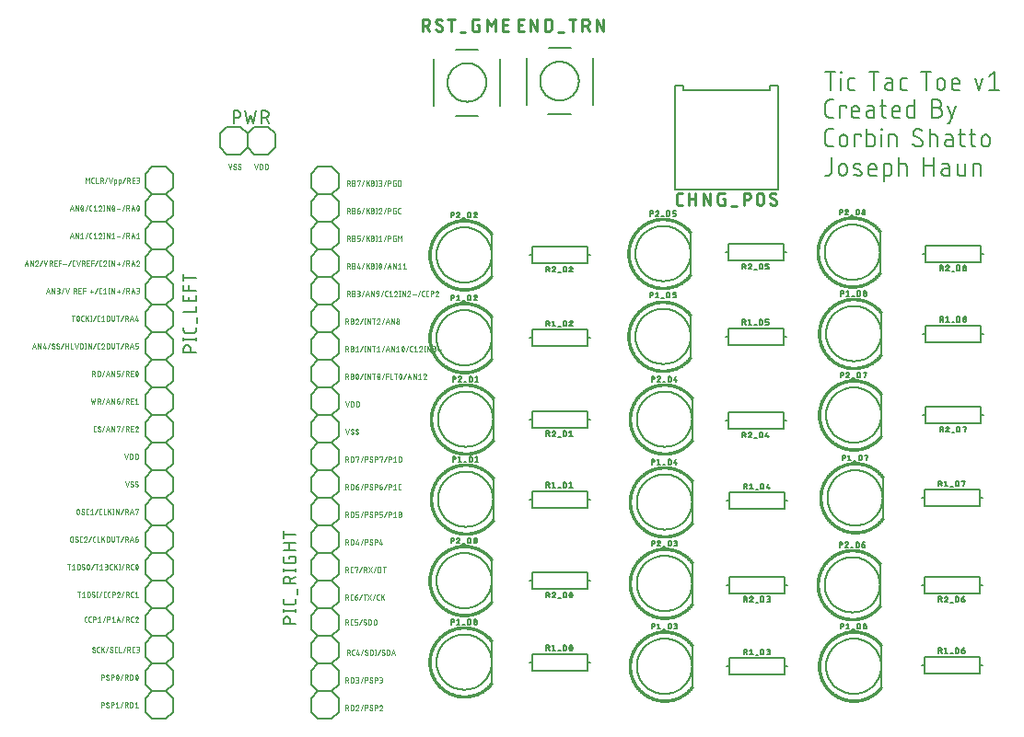
<source format=gbr>
G04 EAGLE Gerber RS-274X export*
G75*
%MOMM*%
%FSLAX34Y34*%
%LPD*%
%INSilkscreen Top*%
%IPPOS*%
%AMOC8*
5,1,8,0,0,1.08239X$1,22.5*%
G01*
%ADD10C,0.152400*%
%ADD11C,0.050800*%
%ADD12C,0.203200*%
%ADD13C,0.279400*%
%ADD14C,0.127000*%
%ADD15C,0.025400*%


D10*
X753308Y633222D02*
X753308Y649478D01*
X757823Y649478D02*
X748792Y649478D01*
X763207Y644059D02*
X763207Y633222D01*
X762756Y648575D02*
X762756Y649478D01*
X763659Y649478D01*
X763659Y648575D01*
X762756Y648575D01*
X772222Y633222D02*
X775834Y633222D01*
X772222Y633222D02*
X772121Y633224D01*
X772020Y633230D01*
X771919Y633239D01*
X771818Y633252D01*
X771718Y633269D01*
X771619Y633290D01*
X771521Y633314D01*
X771424Y633342D01*
X771327Y633374D01*
X771232Y633409D01*
X771139Y633448D01*
X771047Y633490D01*
X770956Y633536D01*
X770868Y633585D01*
X770781Y633637D01*
X770696Y633693D01*
X770613Y633751D01*
X770533Y633813D01*
X770455Y633878D01*
X770379Y633945D01*
X770306Y634015D01*
X770236Y634088D01*
X770169Y634164D01*
X770104Y634242D01*
X770042Y634322D01*
X769984Y634405D01*
X769928Y634490D01*
X769876Y634577D01*
X769827Y634665D01*
X769781Y634756D01*
X769739Y634848D01*
X769700Y634941D01*
X769665Y635036D01*
X769633Y635133D01*
X769605Y635230D01*
X769581Y635328D01*
X769560Y635427D01*
X769543Y635527D01*
X769530Y635628D01*
X769521Y635729D01*
X769515Y635830D01*
X769513Y635931D01*
X769512Y635931D02*
X769512Y641350D01*
X769513Y641350D02*
X769515Y641451D01*
X769521Y641552D01*
X769530Y641653D01*
X769543Y641754D01*
X769560Y641854D01*
X769581Y641953D01*
X769605Y642051D01*
X769633Y642148D01*
X769665Y642245D01*
X769700Y642340D01*
X769739Y642433D01*
X769781Y642525D01*
X769827Y642616D01*
X769876Y642705D01*
X769928Y642791D01*
X769984Y642876D01*
X770042Y642959D01*
X770104Y643039D01*
X770169Y643117D01*
X770236Y643193D01*
X770306Y643266D01*
X770379Y643336D01*
X770455Y643403D01*
X770533Y643468D01*
X770613Y643530D01*
X770696Y643588D01*
X770781Y643644D01*
X770868Y643696D01*
X770956Y643745D01*
X771047Y643791D01*
X771139Y643833D01*
X771232Y643872D01*
X771327Y643907D01*
X771424Y643939D01*
X771521Y643967D01*
X771619Y643991D01*
X771718Y644012D01*
X771818Y644029D01*
X771919Y644042D01*
X772020Y644051D01*
X772121Y644057D01*
X772222Y644059D01*
X775834Y644059D01*
X793428Y649478D02*
X793428Y633222D01*
X788912Y649478D02*
X797943Y649478D01*
X806450Y639544D02*
X810514Y639544D01*
X806450Y639544D02*
X806338Y639542D01*
X806227Y639536D01*
X806116Y639526D01*
X806005Y639513D01*
X805895Y639495D01*
X805786Y639473D01*
X805677Y639448D01*
X805569Y639419D01*
X805463Y639386D01*
X805357Y639349D01*
X805253Y639309D01*
X805151Y639265D01*
X805050Y639217D01*
X804951Y639166D01*
X804853Y639111D01*
X804758Y639053D01*
X804665Y638992D01*
X804574Y638927D01*
X804485Y638859D01*
X804399Y638788D01*
X804316Y638715D01*
X804235Y638638D01*
X804156Y638558D01*
X804081Y638476D01*
X804009Y638391D01*
X803939Y638304D01*
X803873Y638214D01*
X803810Y638122D01*
X803750Y638027D01*
X803694Y637931D01*
X803641Y637833D01*
X803592Y637733D01*
X803546Y637631D01*
X803504Y637528D01*
X803465Y637423D01*
X803430Y637317D01*
X803399Y637210D01*
X803372Y637102D01*
X803348Y636993D01*
X803329Y636883D01*
X803313Y636773D01*
X803301Y636662D01*
X803293Y636550D01*
X803289Y636439D01*
X803289Y636327D01*
X803293Y636216D01*
X803301Y636104D01*
X803313Y635993D01*
X803329Y635883D01*
X803348Y635773D01*
X803372Y635664D01*
X803399Y635556D01*
X803430Y635449D01*
X803465Y635343D01*
X803504Y635238D01*
X803546Y635135D01*
X803592Y635033D01*
X803641Y634933D01*
X803694Y634835D01*
X803750Y634739D01*
X803810Y634644D01*
X803873Y634552D01*
X803939Y634462D01*
X804009Y634375D01*
X804081Y634290D01*
X804156Y634208D01*
X804235Y634128D01*
X804316Y634051D01*
X804399Y633978D01*
X804485Y633907D01*
X804574Y633839D01*
X804665Y633774D01*
X804758Y633713D01*
X804853Y633655D01*
X804951Y633600D01*
X805050Y633549D01*
X805151Y633501D01*
X805253Y633457D01*
X805357Y633417D01*
X805463Y633380D01*
X805569Y633347D01*
X805677Y633318D01*
X805786Y633293D01*
X805895Y633271D01*
X806005Y633253D01*
X806116Y633240D01*
X806227Y633230D01*
X806338Y633224D01*
X806450Y633222D01*
X810514Y633222D01*
X810514Y641350D01*
X810512Y641451D01*
X810506Y641552D01*
X810497Y641653D01*
X810484Y641754D01*
X810467Y641854D01*
X810446Y641953D01*
X810422Y642051D01*
X810394Y642148D01*
X810362Y642245D01*
X810327Y642340D01*
X810288Y642433D01*
X810246Y642525D01*
X810200Y642616D01*
X810151Y642705D01*
X810099Y642791D01*
X810043Y642876D01*
X809985Y642959D01*
X809923Y643039D01*
X809858Y643117D01*
X809791Y643193D01*
X809721Y643266D01*
X809648Y643336D01*
X809572Y643403D01*
X809494Y643468D01*
X809414Y643530D01*
X809331Y643588D01*
X809246Y643644D01*
X809160Y643696D01*
X809071Y643745D01*
X808980Y643791D01*
X808888Y643833D01*
X808795Y643872D01*
X808700Y643907D01*
X808603Y643939D01*
X808506Y643967D01*
X808408Y643991D01*
X808309Y644012D01*
X808209Y644029D01*
X808108Y644042D01*
X808007Y644051D01*
X807906Y644057D01*
X807805Y644059D01*
X804192Y644059D01*
X820157Y633222D02*
X823770Y633222D01*
X820157Y633222D02*
X820056Y633224D01*
X819955Y633230D01*
X819854Y633239D01*
X819753Y633252D01*
X819653Y633269D01*
X819554Y633290D01*
X819456Y633314D01*
X819359Y633342D01*
X819262Y633374D01*
X819167Y633409D01*
X819074Y633448D01*
X818982Y633490D01*
X818891Y633536D01*
X818803Y633585D01*
X818716Y633637D01*
X818631Y633693D01*
X818548Y633751D01*
X818468Y633813D01*
X818390Y633878D01*
X818314Y633945D01*
X818241Y634015D01*
X818171Y634088D01*
X818104Y634164D01*
X818039Y634242D01*
X817977Y634322D01*
X817919Y634405D01*
X817863Y634490D01*
X817811Y634577D01*
X817762Y634665D01*
X817716Y634756D01*
X817674Y634848D01*
X817635Y634941D01*
X817600Y635036D01*
X817568Y635133D01*
X817540Y635230D01*
X817516Y635328D01*
X817495Y635427D01*
X817478Y635527D01*
X817465Y635628D01*
X817456Y635729D01*
X817450Y635830D01*
X817448Y635931D01*
X817448Y641350D01*
X817450Y641451D01*
X817456Y641552D01*
X817465Y641653D01*
X817478Y641754D01*
X817495Y641854D01*
X817516Y641953D01*
X817540Y642051D01*
X817568Y642148D01*
X817600Y642245D01*
X817635Y642340D01*
X817674Y642433D01*
X817716Y642525D01*
X817762Y642616D01*
X817811Y642705D01*
X817863Y642791D01*
X817919Y642876D01*
X817977Y642959D01*
X818039Y643039D01*
X818104Y643117D01*
X818171Y643193D01*
X818241Y643266D01*
X818314Y643336D01*
X818390Y643403D01*
X818468Y643468D01*
X818548Y643530D01*
X818631Y643588D01*
X818716Y643644D01*
X818803Y643696D01*
X818891Y643745D01*
X818982Y643791D01*
X819074Y643833D01*
X819167Y643872D01*
X819262Y643907D01*
X819359Y643939D01*
X819456Y643967D01*
X819554Y643991D01*
X819653Y644012D01*
X819753Y644029D01*
X819854Y644042D01*
X819955Y644051D01*
X820056Y644057D01*
X820157Y644059D01*
X823770Y644059D01*
X841363Y649478D02*
X841363Y633222D01*
X836848Y649478D02*
X845879Y649478D01*
X851298Y640447D02*
X851298Y636834D01*
X851299Y640447D02*
X851301Y640566D01*
X851307Y640686D01*
X851317Y640805D01*
X851331Y640923D01*
X851348Y641042D01*
X851370Y641159D01*
X851395Y641276D01*
X851425Y641391D01*
X851458Y641506D01*
X851495Y641620D01*
X851535Y641732D01*
X851580Y641843D01*
X851628Y641952D01*
X851679Y642060D01*
X851734Y642166D01*
X851793Y642270D01*
X851855Y642372D01*
X851920Y642472D01*
X851989Y642570D01*
X852061Y642666D01*
X852136Y642759D01*
X852213Y642849D01*
X852294Y642937D01*
X852378Y643022D01*
X852465Y643104D01*
X852554Y643184D01*
X852646Y643260D01*
X852740Y643334D01*
X852837Y643404D01*
X852935Y643471D01*
X853036Y643535D01*
X853140Y643595D01*
X853245Y643652D01*
X853352Y643705D01*
X853460Y643755D01*
X853570Y643801D01*
X853682Y643843D01*
X853795Y643882D01*
X853909Y643917D01*
X854024Y643948D01*
X854141Y643976D01*
X854258Y643999D01*
X854375Y644019D01*
X854494Y644035D01*
X854613Y644047D01*
X854732Y644055D01*
X854851Y644059D01*
X854971Y644059D01*
X855090Y644055D01*
X855209Y644047D01*
X855328Y644035D01*
X855447Y644019D01*
X855564Y643999D01*
X855681Y643976D01*
X855798Y643948D01*
X855913Y643917D01*
X856027Y643882D01*
X856140Y643843D01*
X856252Y643801D01*
X856362Y643755D01*
X856470Y643705D01*
X856577Y643652D01*
X856682Y643595D01*
X856786Y643535D01*
X856887Y643471D01*
X856985Y643404D01*
X857082Y643334D01*
X857176Y643260D01*
X857268Y643184D01*
X857357Y643104D01*
X857444Y643022D01*
X857528Y642937D01*
X857609Y642849D01*
X857686Y642759D01*
X857761Y642666D01*
X857833Y642570D01*
X857902Y642472D01*
X857967Y642372D01*
X858029Y642270D01*
X858088Y642166D01*
X858143Y642060D01*
X858194Y641952D01*
X858242Y641843D01*
X858287Y641732D01*
X858327Y641620D01*
X858364Y641506D01*
X858397Y641391D01*
X858427Y641276D01*
X858452Y641159D01*
X858474Y641042D01*
X858491Y640923D01*
X858505Y640805D01*
X858515Y640686D01*
X858521Y640566D01*
X858523Y640447D01*
X858523Y636834D01*
X858521Y636715D01*
X858515Y636595D01*
X858505Y636476D01*
X858491Y636358D01*
X858474Y636239D01*
X858452Y636122D01*
X858427Y636005D01*
X858397Y635890D01*
X858364Y635775D01*
X858327Y635661D01*
X858287Y635549D01*
X858242Y635438D01*
X858194Y635329D01*
X858143Y635221D01*
X858088Y635115D01*
X858029Y635011D01*
X857967Y634909D01*
X857902Y634809D01*
X857833Y634711D01*
X857761Y634615D01*
X857686Y634522D01*
X857609Y634432D01*
X857528Y634344D01*
X857444Y634259D01*
X857357Y634177D01*
X857268Y634097D01*
X857176Y634021D01*
X857082Y633947D01*
X856985Y633877D01*
X856887Y633810D01*
X856786Y633746D01*
X856682Y633686D01*
X856577Y633629D01*
X856470Y633576D01*
X856362Y633526D01*
X856252Y633480D01*
X856140Y633438D01*
X856027Y633399D01*
X855913Y633364D01*
X855798Y633333D01*
X855681Y633305D01*
X855564Y633282D01*
X855447Y633262D01*
X855328Y633246D01*
X855209Y633234D01*
X855090Y633226D01*
X854971Y633222D01*
X854851Y633222D01*
X854732Y633226D01*
X854613Y633234D01*
X854494Y633246D01*
X854375Y633262D01*
X854258Y633282D01*
X854141Y633305D01*
X854024Y633333D01*
X853909Y633364D01*
X853795Y633399D01*
X853682Y633438D01*
X853570Y633480D01*
X853460Y633526D01*
X853352Y633576D01*
X853245Y633629D01*
X853140Y633686D01*
X853036Y633746D01*
X852935Y633810D01*
X852837Y633877D01*
X852740Y633947D01*
X852646Y634021D01*
X852554Y634097D01*
X852465Y634177D01*
X852378Y634259D01*
X852294Y634344D01*
X852213Y634432D01*
X852136Y634522D01*
X852061Y634615D01*
X851989Y634711D01*
X851920Y634809D01*
X851855Y634909D01*
X851793Y635011D01*
X851734Y635115D01*
X851679Y635221D01*
X851628Y635329D01*
X851580Y635438D01*
X851535Y635549D01*
X851495Y635661D01*
X851458Y635775D01*
X851425Y635890D01*
X851395Y636005D01*
X851370Y636122D01*
X851348Y636239D01*
X851331Y636358D01*
X851317Y636476D01*
X851307Y636595D01*
X851301Y636715D01*
X851299Y636834D01*
X867555Y633222D02*
X872070Y633222D01*
X867555Y633222D02*
X867454Y633224D01*
X867353Y633230D01*
X867252Y633239D01*
X867151Y633252D01*
X867051Y633269D01*
X866952Y633290D01*
X866854Y633314D01*
X866757Y633342D01*
X866660Y633374D01*
X866565Y633409D01*
X866472Y633448D01*
X866380Y633490D01*
X866289Y633536D01*
X866201Y633585D01*
X866114Y633637D01*
X866029Y633693D01*
X865946Y633751D01*
X865866Y633813D01*
X865788Y633878D01*
X865712Y633945D01*
X865639Y634015D01*
X865569Y634088D01*
X865502Y634164D01*
X865437Y634242D01*
X865375Y634322D01*
X865317Y634405D01*
X865261Y634490D01*
X865209Y634577D01*
X865160Y634665D01*
X865114Y634756D01*
X865072Y634848D01*
X865033Y634941D01*
X864998Y635036D01*
X864966Y635133D01*
X864938Y635230D01*
X864914Y635328D01*
X864893Y635427D01*
X864876Y635527D01*
X864863Y635628D01*
X864854Y635729D01*
X864848Y635830D01*
X864846Y635931D01*
X864845Y635931D02*
X864845Y640447D01*
X864846Y640447D02*
X864848Y640566D01*
X864854Y640686D01*
X864864Y640805D01*
X864878Y640923D01*
X864895Y641042D01*
X864917Y641159D01*
X864942Y641276D01*
X864972Y641391D01*
X865005Y641506D01*
X865042Y641620D01*
X865082Y641732D01*
X865127Y641843D01*
X865175Y641952D01*
X865226Y642060D01*
X865281Y642166D01*
X865340Y642270D01*
X865402Y642372D01*
X865467Y642472D01*
X865536Y642570D01*
X865608Y642666D01*
X865683Y642759D01*
X865760Y642849D01*
X865841Y642937D01*
X865925Y643022D01*
X866012Y643104D01*
X866101Y643184D01*
X866193Y643260D01*
X866287Y643334D01*
X866384Y643404D01*
X866482Y643471D01*
X866583Y643535D01*
X866687Y643595D01*
X866792Y643652D01*
X866899Y643705D01*
X867007Y643755D01*
X867117Y643801D01*
X867229Y643843D01*
X867342Y643882D01*
X867456Y643917D01*
X867571Y643948D01*
X867688Y643976D01*
X867805Y643999D01*
X867922Y644019D01*
X868041Y644035D01*
X868160Y644047D01*
X868279Y644055D01*
X868398Y644059D01*
X868518Y644059D01*
X868637Y644055D01*
X868756Y644047D01*
X868875Y644035D01*
X868994Y644019D01*
X869111Y643999D01*
X869228Y643976D01*
X869345Y643948D01*
X869460Y643917D01*
X869574Y643882D01*
X869687Y643843D01*
X869799Y643801D01*
X869909Y643755D01*
X870017Y643705D01*
X870124Y643652D01*
X870229Y643595D01*
X870333Y643535D01*
X870434Y643471D01*
X870532Y643404D01*
X870629Y643334D01*
X870723Y643260D01*
X870815Y643184D01*
X870904Y643104D01*
X870991Y643022D01*
X871075Y642937D01*
X871156Y642849D01*
X871233Y642759D01*
X871308Y642666D01*
X871380Y642570D01*
X871449Y642472D01*
X871514Y642372D01*
X871576Y642270D01*
X871635Y642166D01*
X871690Y642060D01*
X871741Y641952D01*
X871789Y641843D01*
X871834Y641732D01*
X871874Y641620D01*
X871911Y641506D01*
X871944Y641391D01*
X871974Y641276D01*
X871999Y641159D01*
X872021Y641042D01*
X872038Y640923D01*
X872052Y640805D01*
X872062Y640686D01*
X872068Y640566D01*
X872070Y640447D01*
X872070Y638641D01*
X864845Y638641D01*
X886208Y644059D02*
X889820Y633222D01*
X893433Y644059D01*
X899373Y645866D02*
X903888Y649478D01*
X903888Y633222D01*
X899373Y633222D02*
X908404Y633222D01*
X756017Y607822D02*
X752404Y607822D01*
X752286Y607824D01*
X752168Y607830D01*
X752050Y607839D01*
X751933Y607853D01*
X751816Y607870D01*
X751699Y607891D01*
X751584Y607916D01*
X751469Y607945D01*
X751355Y607978D01*
X751243Y608014D01*
X751132Y608054D01*
X751022Y608097D01*
X750913Y608144D01*
X750806Y608194D01*
X750701Y608249D01*
X750598Y608306D01*
X750497Y608367D01*
X750397Y608431D01*
X750300Y608498D01*
X750205Y608568D01*
X750113Y608642D01*
X750022Y608718D01*
X749935Y608798D01*
X749850Y608880D01*
X749768Y608965D01*
X749688Y609052D01*
X749612Y609143D01*
X749538Y609235D01*
X749468Y609330D01*
X749401Y609427D01*
X749337Y609527D01*
X749276Y609628D01*
X749219Y609731D01*
X749164Y609836D01*
X749114Y609943D01*
X749067Y610052D01*
X749024Y610162D01*
X748984Y610273D01*
X748948Y610385D01*
X748915Y610499D01*
X748886Y610614D01*
X748861Y610729D01*
X748840Y610846D01*
X748823Y610963D01*
X748809Y611080D01*
X748800Y611198D01*
X748794Y611316D01*
X748792Y611434D01*
X748792Y620466D01*
X748794Y620584D01*
X748800Y620702D01*
X748809Y620820D01*
X748823Y620937D01*
X748840Y621054D01*
X748861Y621171D01*
X748886Y621286D01*
X748915Y621401D01*
X748948Y621515D01*
X748984Y621627D01*
X749024Y621738D01*
X749067Y621848D01*
X749114Y621957D01*
X749164Y622064D01*
X749218Y622169D01*
X749276Y622272D01*
X749337Y622373D01*
X749401Y622473D01*
X749468Y622570D01*
X749538Y622665D01*
X749612Y622757D01*
X749688Y622848D01*
X749768Y622935D01*
X749850Y623020D01*
X749935Y623102D01*
X750022Y623182D01*
X750113Y623258D01*
X750205Y623332D01*
X750300Y623402D01*
X750397Y623469D01*
X750497Y623533D01*
X750598Y623594D01*
X750701Y623651D01*
X750806Y623705D01*
X750913Y623756D01*
X751022Y623803D01*
X751132Y623846D01*
X751243Y623886D01*
X751355Y623922D01*
X751469Y623955D01*
X751584Y623984D01*
X751699Y624009D01*
X751816Y624030D01*
X751933Y624047D01*
X752050Y624061D01*
X752168Y624070D01*
X752286Y624076D01*
X752404Y624078D01*
X756017Y624078D01*
X762324Y618659D02*
X762324Y607822D01*
X762324Y618659D02*
X767743Y618659D01*
X767743Y616853D01*
X775370Y607822D02*
X779885Y607822D01*
X775370Y607822D02*
X775269Y607824D01*
X775168Y607830D01*
X775067Y607839D01*
X774966Y607852D01*
X774866Y607869D01*
X774767Y607890D01*
X774669Y607914D01*
X774572Y607942D01*
X774475Y607974D01*
X774380Y608009D01*
X774287Y608048D01*
X774195Y608090D01*
X774104Y608136D01*
X774016Y608185D01*
X773929Y608237D01*
X773844Y608293D01*
X773761Y608351D01*
X773681Y608413D01*
X773603Y608478D01*
X773527Y608545D01*
X773454Y608615D01*
X773384Y608688D01*
X773317Y608764D01*
X773252Y608842D01*
X773190Y608922D01*
X773132Y609005D01*
X773076Y609090D01*
X773024Y609177D01*
X772975Y609265D01*
X772929Y609356D01*
X772887Y609448D01*
X772848Y609541D01*
X772813Y609636D01*
X772781Y609733D01*
X772753Y609830D01*
X772729Y609928D01*
X772708Y610027D01*
X772691Y610127D01*
X772678Y610228D01*
X772669Y610329D01*
X772663Y610430D01*
X772661Y610531D01*
X772660Y610531D02*
X772660Y615047D01*
X772661Y615047D02*
X772663Y615166D01*
X772669Y615286D01*
X772679Y615405D01*
X772693Y615523D01*
X772710Y615642D01*
X772732Y615759D01*
X772757Y615876D01*
X772787Y615991D01*
X772820Y616106D01*
X772857Y616220D01*
X772897Y616332D01*
X772942Y616443D01*
X772990Y616552D01*
X773041Y616660D01*
X773096Y616766D01*
X773155Y616870D01*
X773217Y616972D01*
X773282Y617072D01*
X773351Y617170D01*
X773423Y617266D01*
X773498Y617359D01*
X773575Y617449D01*
X773656Y617537D01*
X773740Y617622D01*
X773827Y617704D01*
X773916Y617784D01*
X774008Y617860D01*
X774102Y617934D01*
X774199Y618004D01*
X774297Y618071D01*
X774398Y618135D01*
X774502Y618195D01*
X774607Y618252D01*
X774714Y618305D01*
X774822Y618355D01*
X774932Y618401D01*
X775044Y618443D01*
X775157Y618482D01*
X775271Y618517D01*
X775386Y618548D01*
X775503Y618576D01*
X775620Y618599D01*
X775737Y618619D01*
X775856Y618635D01*
X775975Y618647D01*
X776094Y618655D01*
X776213Y618659D01*
X776333Y618659D01*
X776452Y618655D01*
X776571Y618647D01*
X776690Y618635D01*
X776809Y618619D01*
X776926Y618599D01*
X777043Y618576D01*
X777160Y618548D01*
X777275Y618517D01*
X777389Y618482D01*
X777502Y618443D01*
X777614Y618401D01*
X777724Y618355D01*
X777832Y618305D01*
X777939Y618252D01*
X778044Y618195D01*
X778148Y618135D01*
X778249Y618071D01*
X778347Y618004D01*
X778444Y617934D01*
X778538Y617860D01*
X778630Y617784D01*
X778719Y617704D01*
X778806Y617622D01*
X778890Y617537D01*
X778971Y617449D01*
X779048Y617359D01*
X779123Y617266D01*
X779195Y617170D01*
X779264Y617072D01*
X779329Y616972D01*
X779391Y616870D01*
X779450Y616766D01*
X779505Y616660D01*
X779556Y616552D01*
X779604Y616443D01*
X779649Y616332D01*
X779689Y616220D01*
X779726Y616106D01*
X779759Y615991D01*
X779789Y615876D01*
X779814Y615759D01*
X779836Y615642D01*
X779853Y615523D01*
X779867Y615405D01*
X779877Y615286D01*
X779883Y615166D01*
X779885Y615047D01*
X779885Y613241D01*
X772660Y613241D01*
X789295Y614144D02*
X793359Y614144D01*
X789295Y614144D02*
X789183Y614142D01*
X789072Y614136D01*
X788961Y614126D01*
X788850Y614113D01*
X788740Y614095D01*
X788631Y614073D01*
X788522Y614048D01*
X788414Y614019D01*
X788308Y613986D01*
X788202Y613949D01*
X788098Y613909D01*
X787996Y613865D01*
X787895Y613817D01*
X787796Y613766D01*
X787698Y613711D01*
X787603Y613653D01*
X787510Y613592D01*
X787419Y613527D01*
X787330Y613459D01*
X787244Y613388D01*
X787161Y613315D01*
X787080Y613238D01*
X787001Y613158D01*
X786926Y613076D01*
X786854Y612991D01*
X786784Y612904D01*
X786718Y612814D01*
X786655Y612722D01*
X786595Y612627D01*
X786539Y612531D01*
X786486Y612433D01*
X786437Y612333D01*
X786391Y612231D01*
X786349Y612128D01*
X786310Y612023D01*
X786275Y611917D01*
X786244Y611810D01*
X786217Y611702D01*
X786193Y611593D01*
X786174Y611483D01*
X786158Y611373D01*
X786146Y611262D01*
X786138Y611150D01*
X786134Y611039D01*
X786134Y610927D01*
X786138Y610816D01*
X786146Y610704D01*
X786158Y610593D01*
X786174Y610483D01*
X786193Y610373D01*
X786217Y610264D01*
X786244Y610156D01*
X786275Y610049D01*
X786310Y609943D01*
X786349Y609838D01*
X786391Y609735D01*
X786437Y609633D01*
X786486Y609533D01*
X786539Y609435D01*
X786595Y609339D01*
X786655Y609244D01*
X786718Y609152D01*
X786784Y609062D01*
X786854Y608975D01*
X786926Y608890D01*
X787001Y608808D01*
X787080Y608728D01*
X787161Y608651D01*
X787244Y608578D01*
X787330Y608507D01*
X787419Y608439D01*
X787510Y608374D01*
X787603Y608313D01*
X787698Y608255D01*
X787796Y608200D01*
X787895Y608149D01*
X787996Y608101D01*
X788098Y608057D01*
X788202Y608017D01*
X788308Y607980D01*
X788414Y607947D01*
X788522Y607918D01*
X788631Y607893D01*
X788740Y607871D01*
X788850Y607853D01*
X788961Y607840D01*
X789072Y607830D01*
X789183Y607824D01*
X789295Y607822D01*
X793359Y607822D01*
X793359Y615950D01*
X793357Y616051D01*
X793351Y616152D01*
X793342Y616253D01*
X793329Y616354D01*
X793312Y616454D01*
X793291Y616553D01*
X793267Y616651D01*
X793239Y616748D01*
X793207Y616845D01*
X793172Y616940D01*
X793133Y617033D01*
X793091Y617125D01*
X793045Y617216D01*
X792996Y617305D01*
X792944Y617391D01*
X792888Y617476D01*
X792830Y617559D01*
X792768Y617639D01*
X792703Y617717D01*
X792636Y617793D01*
X792566Y617866D01*
X792493Y617936D01*
X792417Y618003D01*
X792339Y618068D01*
X792259Y618130D01*
X792176Y618188D01*
X792091Y618244D01*
X792005Y618296D01*
X791916Y618345D01*
X791825Y618391D01*
X791733Y618433D01*
X791640Y618472D01*
X791545Y618507D01*
X791448Y618539D01*
X791351Y618567D01*
X791253Y618591D01*
X791154Y618612D01*
X791054Y618629D01*
X790953Y618642D01*
X790852Y618651D01*
X790751Y618657D01*
X790650Y618659D01*
X787037Y618659D01*
X798978Y618659D02*
X804397Y618659D01*
X800784Y624078D02*
X800784Y610531D01*
X800785Y610531D02*
X800787Y610430D01*
X800793Y610329D01*
X800802Y610228D01*
X800815Y610127D01*
X800832Y610027D01*
X800853Y609928D01*
X800877Y609830D01*
X800905Y609733D01*
X800937Y609636D01*
X800972Y609541D01*
X801011Y609448D01*
X801053Y609356D01*
X801099Y609265D01*
X801148Y609177D01*
X801200Y609090D01*
X801256Y609005D01*
X801314Y608922D01*
X801376Y608842D01*
X801441Y608764D01*
X801508Y608688D01*
X801578Y608615D01*
X801651Y608545D01*
X801727Y608478D01*
X801805Y608413D01*
X801885Y608351D01*
X801968Y608293D01*
X802053Y608237D01*
X802140Y608185D01*
X802228Y608136D01*
X802319Y608090D01*
X802411Y608048D01*
X802504Y608009D01*
X802599Y607974D01*
X802696Y607942D01*
X802793Y607914D01*
X802891Y607890D01*
X802990Y607869D01*
X803090Y607852D01*
X803191Y607839D01*
X803292Y607830D01*
X803393Y607824D01*
X803494Y607822D01*
X804397Y607822D01*
X812885Y607822D02*
X817400Y607822D01*
X812885Y607822D02*
X812784Y607824D01*
X812683Y607830D01*
X812582Y607839D01*
X812481Y607852D01*
X812381Y607869D01*
X812282Y607890D01*
X812184Y607914D01*
X812087Y607942D01*
X811990Y607974D01*
X811895Y608009D01*
X811802Y608048D01*
X811710Y608090D01*
X811619Y608136D01*
X811531Y608185D01*
X811444Y608237D01*
X811359Y608293D01*
X811276Y608351D01*
X811196Y608413D01*
X811118Y608478D01*
X811042Y608545D01*
X810969Y608615D01*
X810899Y608688D01*
X810832Y608764D01*
X810767Y608842D01*
X810705Y608922D01*
X810647Y609005D01*
X810591Y609090D01*
X810539Y609177D01*
X810490Y609265D01*
X810444Y609356D01*
X810402Y609448D01*
X810363Y609541D01*
X810328Y609636D01*
X810296Y609733D01*
X810268Y609830D01*
X810244Y609928D01*
X810223Y610027D01*
X810206Y610127D01*
X810193Y610228D01*
X810184Y610329D01*
X810178Y610430D01*
X810176Y610531D01*
X810175Y610531D02*
X810175Y615047D01*
X810176Y615047D02*
X810178Y615166D01*
X810184Y615286D01*
X810194Y615405D01*
X810208Y615523D01*
X810225Y615642D01*
X810247Y615759D01*
X810272Y615876D01*
X810302Y615991D01*
X810335Y616106D01*
X810372Y616220D01*
X810412Y616332D01*
X810457Y616443D01*
X810505Y616552D01*
X810556Y616660D01*
X810611Y616766D01*
X810670Y616870D01*
X810732Y616972D01*
X810797Y617072D01*
X810866Y617170D01*
X810938Y617266D01*
X811013Y617359D01*
X811090Y617449D01*
X811171Y617537D01*
X811255Y617622D01*
X811342Y617704D01*
X811431Y617784D01*
X811523Y617860D01*
X811617Y617934D01*
X811714Y618004D01*
X811812Y618071D01*
X811913Y618135D01*
X812017Y618195D01*
X812122Y618252D01*
X812229Y618305D01*
X812337Y618355D01*
X812447Y618401D01*
X812559Y618443D01*
X812672Y618482D01*
X812786Y618517D01*
X812901Y618548D01*
X813018Y618576D01*
X813135Y618599D01*
X813252Y618619D01*
X813371Y618635D01*
X813490Y618647D01*
X813609Y618655D01*
X813728Y618659D01*
X813848Y618659D01*
X813967Y618655D01*
X814086Y618647D01*
X814205Y618635D01*
X814324Y618619D01*
X814441Y618599D01*
X814558Y618576D01*
X814675Y618548D01*
X814790Y618517D01*
X814904Y618482D01*
X815017Y618443D01*
X815129Y618401D01*
X815239Y618355D01*
X815347Y618305D01*
X815454Y618252D01*
X815559Y618195D01*
X815663Y618135D01*
X815764Y618071D01*
X815862Y618004D01*
X815959Y617934D01*
X816053Y617860D01*
X816145Y617784D01*
X816234Y617704D01*
X816321Y617622D01*
X816405Y617537D01*
X816486Y617449D01*
X816563Y617359D01*
X816638Y617266D01*
X816710Y617170D01*
X816779Y617072D01*
X816844Y616972D01*
X816906Y616870D01*
X816965Y616766D01*
X817020Y616660D01*
X817071Y616552D01*
X817119Y616443D01*
X817164Y616332D01*
X817204Y616220D01*
X817241Y616106D01*
X817274Y615991D01*
X817304Y615876D01*
X817329Y615759D01*
X817351Y615642D01*
X817368Y615523D01*
X817382Y615405D01*
X817392Y615286D01*
X817398Y615166D01*
X817400Y615047D01*
X817400Y613241D01*
X810175Y613241D01*
X830874Y607822D02*
X830874Y624078D01*
X830874Y607822D02*
X826358Y607822D01*
X826257Y607824D01*
X826156Y607830D01*
X826055Y607839D01*
X825954Y607852D01*
X825854Y607869D01*
X825755Y607890D01*
X825657Y607914D01*
X825560Y607942D01*
X825463Y607974D01*
X825368Y608009D01*
X825275Y608048D01*
X825183Y608090D01*
X825092Y608136D01*
X825004Y608185D01*
X824917Y608237D01*
X824832Y608293D01*
X824749Y608351D01*
X824669Y608413D01*
X824591Y608478D01*
X824515Y608545D01*
X824442Y608615D01*
X824372Y608688D01*
X824305Y608764D01*
X824240Y608842D01*
X824178Y608922D01*
X824120Y609005D01*
X824064Y609090D01*
X824012Y609177D01*
X823963Y609265D01*
X823917Y609356D01*
X823875Y609448D01*
X823836Y609541D01*
X823801Y609636D01*
X823769Y609733D01*
X823741Y609830D01*
X823717Y609928D01*
X823696Y610027D01*
X823679Y610127D01*
X823666Y610228D01*
X823657Y610329D01*
X823651Y610430D01*
X823649Y610531D01*
X823649Y615950D01*
X823651Y616051D01*
X823657Y616152D01*
X823666Y616253D01*
X823679Y616354D01*
X823696Y616454D01*
X823717Y616553D01*
X823741Y616651D01*
X823769Y616748D01*
X823801Y616845D01*
X823836Y616940D01*
X823875Y617033D01*
X823917Y617125D01*
X823963Y617216D01*
X824012Y617305D01*
X824064Y617391D01*
X824120Y617476D01*
X824178Y617559D01*
X824240Y617639D01*
X824305Y617717D01*
X824372Y617793D01*
X824442Y617866D01*
X824515Y617936D01*
X824591Y618003D01*
X824669Y618068D01*
X824749Y618130D01*
X824832Y618188D01*
X824917Y618244D01*
X825004Y618296D01*
X825092Y618345D01*
X825183Y618391D01*
X825275Y618433D01*
X825368Y618472D01*
X825463Y618507D01*
X825560Y618539D01*
X825657Y618567D01*
X825755Y618591D01*
X825854Y618612D01*
X825954Y618629D01*
X826055Y618642D01*
X826156Y618651D01*
X826257Y618657D01*
X826358Y618659D01*
X830874Y618659D01*
X846998Y616853D02*
X851514Y616853D01*
X851514Y616854D02*
X851647Y616852D01*
X851779Y616846D01*
X851911Y616836D01*
X852043Y616823D01*
X852175Y616805D01*
X852305Y616784D01*
X852436Y616759D01*
X852565Y616730D01*
X852693Y616697D01*
X852821Y616661D01*
X852947Y616621D01*
X853072Y616577D01*
X853196Y616529D01*
X853318Y616478D01*
X853439Y616423D01*
X853558Y616365D01*
X853676Y616303D01*
X853791Y616238D01*
X853905Y616169D01*
X854016Y616098D01*
X854125Y616022D01*
X854232Y615944D01*
X854337Y615863D01*
X854439Y615778D01*
X854539Y615691D01*
X854636Y615601D01*
X854731Y615508D01*
X854822Y615412D01*
X854911Y615314D01*
X854997Y615213D01*
X855080Y615109D01*
X855160Y615003D01*
X855236Y614895D01*
X855310Y614785D01*
X855380Y614672D01*
X855447Y614558D01*
X855510Y614441D01*
X855570Y614323D01*
X855627Y614203D01*
X855680Y614081D01*
X855729Y613958D01*
X855775Y613834D01*
X855817Y613708D01*
X855855Y613581D01*
X855890Y613453D01*
X855921Y613324D01*
X855948Y613195D01*
X855971Y613064D01*
X855991Y612933D01*
X856006Y612801D01*
X856018Y612669D01*
X856026Y612537D01*
X856030Y612404D01*
X856030Y612272D01*
X856026Y612139D01*
X856018Y612007D01*
X856006Y611875D01*
X855991Y611743D01*
X855971Y611612D01*
X855948Y611481D01*
X855921Y611352D01*
X855890Y611223D01*
X855855Y611095D01*
X855817Y610968D01*
X855775Y610842D01*
X855729Y610718D01*
X855680Y610595D01*
X855627Y610473D01*
X855570Y610353D01*
X855510Y610235D01*
X855447Y610118D01*
X855380Y610004D01*
X855310Y609891D01*
X855236Y609781D01*
X855160Y609673D01*
X855080Y609567D01*
X854997Y609463D01*
X854911Y609362D01*
X854822Y609264D01*
X854731Y609168D01*
X854636Y609075D01*
X854539Y608985D01*
X854439Y608898D01*
X854337Y608813D01*
X854232Y608732D01*
X854125Y608654D01*
X854016Y608578D01*
X853905Y608507D01*
X853791Y608438D01*
X853676Y608373D01*
X853558Y608311D01*
X853439Y608253D01*
X853318Y608198D01*
X853196Y608147D01*
X853072Y608099D01*
X852947Y608055D01*
X852821Y608015D01*
X852693Y607979D01*
X852565Y607946D01*
X852436Y607917D01*
X852305Y607892D01*
X852175Y607871D01*
X852043Y607853D01*
X851911Y607840D01*
X851779Y607830D01*
X851647Y607824D01*
X851514Y607822D01*
X846998Y607822D01*
X846998Y624078D01*
X851514Y624078D01*
X851633Y624076D01*
X851753Y624070D01*
X851872Y624060D01*
X851990Y624046D01*
X852109Y624029D01*
X852226Y624007D01*
X852343Y623982D01*
X852458Y623952D01*
X852573Y623919D01*
X852687Y623882D01*
X852799Y623842D01*
X852910Y623797D01*
X853019Y623749D01*
X853127Y623698D01*
X853233Y623643D01*
X853337Y623584D01*
X853439Y623522D01*
X853539Y623457D01*
X853637Y623388D01*
X853733Y623316D01*
X853826Y623241D01*
X853916Y623164D01*
X854004Y623083D01*
X854089Y622999D01*
X854171Y622912D01*
X854251Y622823D01*
X854327Y622731D01*
X854401Y622637D01*
X854471Y622540D01*
X854538Y622442D01*
X854602Y622341D01*
X854662Y622237D01*
X854719Y622132D01*
X854772Y622025D01*
X854822Y621917D01*
X854868Y621807D01*
X854910Y621695D01*
X854949Y621582D01*
X854984Y621468D01*
X855015Y621353D01*
X855043Y621236D01*
X855066Y621119D01*
X855086Y621002D01*
X855102Y620883D01*
X855114Y620764D01*
X855122Y620645D01*
X855126Y620526D01*
X855126Y620406D01*
X855122Y620287D01*
X855114Y620168D01*
X855102Y620049D01*
X855086Y619930D01*
X855066Y619813D01*
X855043Y619696D01*
X855015Y619579D01*
X854984Y619464D01*
X854949Y619350D01*
X854910Y619237D01*
X854868Y619125D01*
X854822Y619015D01*
X854772Y618907D01*
X854719Y618800D01*
X854662Y618695D01*
X854602Y618591D01*
X854538Y618490D01*
X854471Y618392D01*
X854401Y618295D01*
X854327Y618201D01*
X854251Y618109D01*
X854171Y618020D01*
X854089Y617933D01*
X854004Y617849D01*
X853916Y617768D01*
X853826Y617691D01*
X853733Y617616D01*
X853637Y617544D01*
X853539Y617475D01*
X853439Y617410D01*
X853337Y617348D01*
X853233Y617289D01*
X853127Y617234D01*
X853019Y617183D01*
X852910Y617135D01*
X852799Y617090D01*
X852687Y617050D01*
X852573Y617013D01*
X852458Y616980D01*
X852343Y616950D01*
X852226Y616925D01*
X852109Y616903D01*
X851990Y616886D01*
X851872Y616872D01*
X851753Y616862D01*
X851633Y616856D01*
X851514Y616854D01*
X861237Y602403D02*
X863043Y602403D01*
X868462Y618659D01*
X861237Y618659D02*
X864850Y607822D01*
X756017Y581152D02*
X752404Y581152D01*
X752286Y581154D01*
X752168Y581160D01*
X752050Y581169D01*
X751933Y581183D01*
X751816Y581200D01*
X751699Y581221D01*
X751584Y581246D01*
X751469Y581275D01*
X751355Y581308D01*
X751243Y581344D01*
X751132Y581384D01*
X751022Y581427D01*
X750913Y581474D01*
X750806Y581524D01*
X750701Y581579D01*
X750598Y581636D01*
X750497Y581697D01*
X750397Y581761D01*
X750300Y581828D01*
X750205Y581898D01*
X750113Y581972D01*
X750022Y582048D01*
X749935Y582128D01*
X749850Y582210D01*
X749768Y582295D01*
X749688Y582382D01*
X749612Y582473D01*
X749538Y582565D01*
X749468Y582660D01*
X749401Y582757D01*
X749337Y582857D01*
X749276Y582958D01*
X749219Y583061D01*
X749164Y583166D01*
X749114Y583273D01*
X749067Y583382D01*
X749024Y583492D01*
X748984Y583603D01*
X748948Y583715D01*
X748915Y583829D01*
X748886Y583944D01*
X748861Y584059D01*
X748840Y584176D01*
X748823Y584293D01*
X748809Y584410D01*
X748800Y584528D01*
X748794Y584646D01*
X748792Y584764D01*
X748792Y593796D01*
X748794Y593914D01*
X748800Y594032D01*
X748809Y594150D01*
X748823Y594267D01*
X748840Y594384D01*
X748861Y594501D01*
X748886Y594616D01*
X748915Y594731D01*
X748948Y594845D01*
X748984Y594957D01*
X749024Y595068D01*
X749067Y595178D01*
X749114Y595287D01*
X749164Y595394D01*
X749218Y595499D01*
X749276Y595602D01*
X749337Y595703D01*
X749401Y595803D01*
X749468Y595900D01*
X749538Y595995D01*
X749612Y596087D01*
X749688Y596178D01*
X749768Y596265D01*
X749850Y596350D01*
X749935Y596432D01*
X750022Y596512D01*
X750113Y596588D01*
X750205Y596662D01*
X750300Y596732D01*
X750397Y596799D01*
X750497Y596863D01*
X750598Y596924D01*
X750701Y596981D01*
X750806Y597035D01*
X750913Y597086D01*
X751022Y597133D01*
X751132Y597176D01*
X751243Y597216D01*
X751355Y597252D01*
X751469Y597285D01*
X751584Y597314D01*
X751699Y597339D01*
X751816Y597360D01*
X751933Y597377D01*
X752050Y597391D01*
X752168Y597400D01*
X752286Y597406D01*
X752404Y597408D01*
X756017Y597408D01*
X761719Y588377D02*
X761719Y584764D01*
X761719Y588377D02*
X761721Y588496D01*
X761727Y588616D01*
X761737Y588735D01*
X761751Y588853D01*
X761768Y588972D01*
X761790Y589089D01*
X761815Y589206D01*
X761845Y589321D01*
X761878Y589436D01*
X761915Y589550D01*
X761955Y589662D01*
X762000Y589773D01*
X762048Y589882D01*
X762099Y589990D01*
X762154Y590096D01*
X762213Y590200D01*
X762275Y590302D01*
X762340Y590402D01*
X762409Y590500D01*
X762481Y590596D01*
X762556Y590689D01*
X762633Y590779D01*
X762714Y590867D01*
X762798Y590952D01*
X762885Y591034D01*
X762974Y591114D01*
X763066Y591190D01*
X763160Y591264D01*
X763257Y591334D01*
X763355Y591401D01*
X763456Y591465D01*
X763560Y591525D01*
X763665Y591582D01*
X763772Y591635D01*
X763880Y591685D01*
X763990Y591731D01*
X764102Y591773D01*
X764215Y591812D01*
X764329Y591847D01*
X764444Y591878D01*
X764561Y591906D01*
X764678Y591929D01*
X764795Y591949D01*
X764914Y591965D01*
X765033Y591977D01*
X765152Y591985D01*
X765271Y591989D01*
X765391Y591989D01*
X765510Y591985D01*
X765629Y591977D01*
X765748Y591965D01*
X765867Y591949D01*
X765984Y591929D01*
X766101Y591906D01*
X766218Y591878D01*
X766333Y591847D01*
X766447Y591812D01*
X766560Y591773D01*
X766672Y591731D01*
X766782Y591685D01*
X766890Y591635D01*
X766997Y591582D01*
X767102Y591525D01*
X767206Y591465D01*
X767307Y591401D01*
X767405Y591334D01*
X767502Y591264D01*
X767596Y591190D01*
X767688Y591114D01*
X767777Y591034D01*
X767864Y590952D01*
X767948Y590867D01*
X768029Y590779D01*
X768106Y590689D01*
X768181Y590596D01*
X768253Y590500D01*
X768322Y590402D01*
X768387Y590302D01*
X768449Y590200D01*
X768508Y590096D01*
X768563Y589990D01*
X768614Y589882D01*
X768662Y589773D01*
X768707Y589662D01*
X768747Y589550D01*
X768784Y589436D01*
X768817Y589321D01*
X768847Y589206D01*
X768872Y589089D01*
X768894Y588972D01*
X768911Y588853D01*
X768925Y588735D01*
X768935Y588616D01*
X768941Y588496D01*
X768943Y588377D01*
X768943Y584764D01*
X768941Y584645D01*
X768935Y584525D01*
X768925Y584406D01*
X768911Y584288D01*
X768894Y584169D01*
X768872Y584052D01*
X768847Y583935D01*
X768817Y583820D01*
X768784Y583705D01*
X768747Y583591D01*
X768707Y583479D01*
X768662Y583368D01*
X768614Y583259D01*
X768563Y583151D01*
X768508Y583045D01*
X768449Y582941D01*
X768387Y582839D01*
X768322Y582739D01*
X768253Y582641D01*
X768181Y582545D01*
X768106Y582452D01*
X768029Y582362D01*
X767948Y582274D01*
X767864Y582189D01*
X767777Y582107D01*
X767688Y582027D01*
X767596Y581951D01*
X767502Y581877D01*
X767405Y581807D01*
X767307Y581740D01*
X767206Y581676D01*
X767102Y581616D01*
X766997Y581559D01*
X766890Y581506D01*
X766782Y581456D01*
X766672Y581410D01*
X766560Y581368D01*
X766447Y581329D01*
X766333Y581294D01*
X766218Y581263D01*
X766101Y581235D01*
X765984Y581212D01*
X765867Y581192D01*
X765748Y581176D01*
X765629Y581164D01*
X765510Y581156D01*
X765391Y581152D01*
X765271Y581152D01*
X765152Y581156D01*
X765033Y581164D01*
X764914Y581176D01*
X764795Y581192D01*
X764678Y581212D01*
X764561Y581235D01*
X764444Y581263D01*
X764329Y581294D01*
X764215Y581329D01*
X764102Y581368D01*
X763990Y581410D01*
X763880Y581456D01*
X763772Y581506D01*
X763665Y581559D01*
X763560Y581616D01*
X763456Y581676D01*
X763355Y581740D01*
X763257Y581807D01*
X763160Y581877D01*
X763066Y581951D01*
X762974Y582027D01*
X762885Y582107D01*
X762798Y582189D01*
X762714Y582274D01*
X762633Y582362D01*
X762556Y582452D01*
X762481Y582545D01*
X762409Y582641D01*
X762340Y582739D01*
X762275Y582839D01*
X762213Y582941D01*
X762154Y583045D01*
X762099Y583151D01*
X762048Y583259D01*
X762000Y583368D01*
X761955Y583479D01*
X761915Y583591D01*
X761878Y583705D01*
X761845Y583820D01*
X761815Y583935D01*
X761790Y584052D01*
X761768Y584169D01*
X761751Y584288D01*
X761737Y584406D01*
X761727Y584525D01*
X761721Y584645D01*
X761719Y584764D01*
X775872Y581152D02*
X775872Y591989D01*
X781290Y591989D01*
X781290Y590183D01*
X786802Y597408D02*
X786802Y581152D01*
X791317Y581152D01*
X791421Y581154D01*
X791524Y581160D01*
X791628Y581170D01*
X791731Y581184D01*
X791833Y581202D01*
X791934Y581223D01*
X792035Y581249D01*
X792134Y581278D01*
X792233Y581311D01*
X792330Y581348D01*
X792425Y581389D01*
X792519Y581433D01*
X792611Y581481D01*
X792701Y581532D01*
X792790Y581587D01*
X792876Y581645D01*
X792959Y581707D01*
X793041Y581771D01*
X793119Y581839D01*
X793195Y581909D01*
X793269Y581982D01*
X793339Y582059D01*
X793407Y582137D01*
X793471Y582219D01*
X793533Y582302D01*
X793591Y582388D01*
X793646Y582477D01*
X793697Y582567D01*
X793745Y582659D01*
X793789Y582753D01*
X793830Y582848D01*
X793867Y582945D01*
X793900Y583044D01*
X793929Y583143D01*
X793955Y583244D01*
X793976Y583345D01*
X793994Y583447D01*
X794008Y583550D01*
X794018Y583654D01*
X794024Y583757D01*
X794026Y583861D01*
X794027Y583861D02*
X794027Y589280D01*
X794026Y589280D02*
X794024Y589381D01*
X794018Y589482D01*
X794009Y589583D01*
X793996Y589684D01*
X793979Y589784D01*
X793958Y589883D01*
X793934Y589981D01*
X793906Y590078D01*
X793874Y590175D01*
X793839Y590270D01*
X793800Y590363D01*
X793758Y590455D01*
X793712Y590546D01*
X793663Y590635D01*
X793611Y590721D01*
X793555Y590806D01*
X793497Y590889D01*
X793435Y590969D01*
X793370Y591047D01*
X793303Y591123D01*
X793233Y591196D01*
X793160Y591266D01*
X793084Y591333D01*
X793006Y591398D01*
X792926Y591460D01*
X792843Y591518D01*
X792758Y591574D01*
X792672Y591626D01*
X792583Y591675D01*
X792492Y591721D01*
X792400Y591763D01*
X792307Y591802D01*
X792212Y591837D01*
X792115Y591869D01*
X792018Y591897D01*
X791920Y591921D01*
X791821Y591942D01*
X791721Y591959D01*
X791620Y591972D01*
X791519Y591981D01*
X791418Y591987D01*
X791317Y591989D01*
X786802Y591989D01*
X800241Y591989D02*
X800241Y581152D01*
X799789Y596505D02*
X799789Y597408D01*
X800692Y597408D01*
X800692Y596505D01*
X799789Y596505D01*
X807049Y591989D02*
X807049Y581152D01*
X807049Y591989D02*
X811565Y591989D01*
X811669Y591987D01*
X811772Y591981D01*
X811876Y591971D01*
X811979Y591957D01*
X812081Y591939D01*
X812182Y591918D01*
X812283Y591892D01*
X812382Y591863D01*
X812481Y591830D01*
X812578Y591793D01*
X812673Y591752D01*
X812767Y591708D01*
X812859Y591660D01*
X812949Y591609D01*
X813038Y591554D01*
X813124Y591496D01*
X813207Y591434D01*
X813289Y591370D01*
X813367Y591302D01*
X813443Y591232D01*
X813517Y591159D01*
X813587Y591082D01*
X813655Y591004D01*
X813719Y590922D01*
X813781Y590839D01*
X813839Y590753D01*
X813894Y590664D01*
X813945Y590574D01*
X813993Y590482D01*
X814037Y590388D01*
X814078Y590293D01*
X814115Y590196D01*
X814148Y590097D01*
X814177Y589998D01*
X814203Y589897D01*
X814224Y589796D01*
X814242Y589694D01*
X814256Y589591D01*
X814266Y589487D01*
X814272Y589384D01*
X814274Y589280D01*
X814274Y581152D01*
X834490Y581152D02*
X834608Y581154D01*
X834726Y581160D01*
X834844Y581169D01*
X834961Y581183D01*
X835078Y581200D01*
X835195Y581221D01*
X835310Y581246D01*
X835425Y581275D01*
X835539Y581308D01*
X835651Y581344D01*
X835762Y581384D01*
X835872Y581427D01*
X835981Y581474D01*
X836088Y581524D01*
X836193Y581579D01*
X836296Y581636D01*
X836397Y581697D01*
X836497Y581761D01*
X836594Y581828D01*
X836689Y581898D01*
X836781Y581972D01*
X836872Y582048D01*
X836959Y582128D01*
X837044Y582210D01*
X837126Y582295D01*
X837206Y582382D01*
X837282Y582473D01*
X837356Y582565D01*
X837426Y582660D01*
X837493Y582757D01*
X837557Y582857D01*
X837618Y582958D01*
X837675Y583061D01*
X837730Y583166D01*
X837780Y583273D01*
X837827Y583382D01*
X837870Y583492D01*
X837910Y583603D01*
X837946Y583715D01*
X837979Y583829D01*
X838008Y583944D01*
X838033Y584059D01*
X838054Y584176D01*
X838071Y584293D01*
X838085Y584410D01*
X838094Y584528D01*
X838100Y584646D01*
X838102Y584764D01*
X834490Y581152D02*
X834307Y581154D01*
X834125Y581161D01*
X833943Y581172D01*
X833761Y581187D01*
X833579Y581207D01*
X833398Y581230D01*
X833218Y581259D01*
X833038Y581291D01*
X832859Y581328D01*
X832682Y581369D01*
X832505Y581415D01*
X832329Y581464D01*
X832155Y581518D01*
X831981Y581576D01*
X831810Y581638D01*
X831640Y581704D01*
X831471Y581775D01*
X831304Y581849D01*
X831139Y581927D01*
X830976Y582009D01*
X830815Y582095D01*
X830656Y582185D01*
X830499Y582279D01*
X830345Y582376D01*
X830193Y582477D01*
X830043Y582582D01*
X829896Y582690D01*
X829752Y582801D01*
X829610Y582916D01*
X829471Y583035D01*
X829335Y583157D01*
X829202Y583282D01*
X829072Y583410D01*
X829524Y593796D02*
X829526Y593914D01*
X829532Y594032D01*
X829541Y594150D01*
X829555Y594267D01*
X829572Y594384D01*
X829593Y594501D01*
X829618Y594616D01*
X829647Y594731D01*
X829680Y594845D01*
X829716Y594957D01*
X829756Y595068D01*
X829799Y595178D01*
X829846Y595287D01*
X829896Y595394D01*
X829951Y595499D01*
X830008Y595602D01*
X830069Y595703D01*
X830133Y595803D01*
X830200Y595900D01*
X830270Y595995D01*
X830344Y596087D01*
X830420Y596178D01*
X830500Y596265D01*
X830582Y596350D01*
X830667Y596432D01*
X830754Y596512D01*
X830845Y596588D01*
X830937Y596662D01*
X831032Y596732D01*
X831129Y596799D01*
X831229Y596863D01*
X831330Y596924D01*
X831433Y596982D01*
X831538Y597036D01*
X831645Y597086D01*
X831754Y597133D01*
X831864Y597177D01*
X831975Y597216D01*
X832088Y597252D01*
X832201Y597285D01*
X832316Y597314D01*
X832431Y597339D01*
X832548Y597360D01*
X832665Y597377D01*
X832782Y597391D01*
X832900Y597400D01*
X833018Y597406D01*
X833136Y597408D01*
X833297Y597406D01*
X833459Y597400D01*
X833620Y597391D01*
X833781Y597377D01*
X833941Y597360D01*
X834101Y597339D01*
X834261Y597314D01*
X834420Y597285D01*
X834578Y597253D01*
X834735Y597217D01*
X834891Y597177D01*
X835047Y597133D01*
X835201Y597085D01*
X835354Y597034D01*
X835506Y596980D01*
X835657Y596921D01*
X835806Y596860D01*
X835953Y596794D01*
X836099Y596725D01*
X836244Y596653D01*
X836386Y596577D01*
X836527Y596498D01*
X836666Y596416D01*
X836802Y596330D01*
X836937Y596241D01*
X837070Y596149D01*
X837200Y596053D01*
X831329Y590635D02*
X831228Y590697D01*
X831128Y590762D01*
X831031Y590831D01*
X830936Y590903D01*
X830843Y590977D01*
X830753Y591055D01*
X830665Y591136D01*
X830580Y591219D01*
X830498Y591305D01*
X830419Y591394D01*
X830342Y591485D01*
X830269Y591579D01*
X830198Y591675D01*
X830131Y591773D01*
X830067Y591873D01*
X830006Y591976D01*
X829949Y592080D01*
X829895Y592186D01*
X829845Y592294D01*
X829798Y592403D01*
X829754Y592514D01*
X829714Y592626D01*
X829678Y592740D01*
X829646Y592854D01*
X829617Y592970D01*
X829592Y593086D01*
X829571Y593203D01*
X829554Y593321D01*
X829540Y593439D01*
X829531Y593558D01*
X829525Y593677D01*
X829523Y593796D01*
X836297Y587925D02*
X836398Y587863D01*
X836498Y587798D01*
X836595Y587729D01*
X836690Y587657D01*
X836783Y587583D01*
X836873Y587505D01*
X836961Y587424D01*
X837046Y587341D01*
X837128Y587255D01*
X837207Y587166D01*
X837284Y587075D01*
X837357Y586981D01*
X837428Y586885D01*
X837495Y586787D01*
X837559Y586687D01*
X837620Y586584D01*
X837677Y586480D01*
X837731Y586374D01*
X837781Y586266D01*
X837828Y586157D01*
X837872Y586046D01*
X837912Y585934D01*
X837948Y585820D01*
X837980Y585706D01*
X838009Y585590D01*
X838034Y585474D01*
X838055Y585357D01*
X838072Y585239D01*
X838086Y585121D01*
X838095Y585002D01*
X838101Y584883D01*
X838103Y584764D01*
X836297Y587925D02*
X831329Y590635D01*
X844564Y597408D02*
X844564Y581152D01*
X844564Y591989D02*
X849079Y591989D01*
X849183Y591987D01*
X849286Y591981D01*
X849390Y591971D01*
X849493Y591957D01*
X849595Y591939D01*
X849696Y591918D01*
X849797Y591892D01*
X849896Y591863D01*
X849995Y591830D01*
X850092Y591793D01*
X850187Y591752D01*
X850281Y591708D01*
X850373Y591660D01*
X850463Y591609D01*
X850552Y591554D01*
X850638Y591496D01*
X850721Y591434D01*
X850803Y591370D01*
X850881Y591302D01*
X850957Y591232D01*
X851031Y591159D01*
X851101Y591082D01*
X851169Y591004D01*
X851233Y590922D01*
X851295Y590839D01*
X851353Y590753D01*
X851408Y590664D01*
X851459Y590574D01*
X851507Y590482D01*
X851551Y590388D01*
X851592Y590293D01*
X851629Y590196D01*
X851662Y590097D01*
X851691Y589998D01*
X851717Y589897D01*
X851738Y589796D01*
X851756Y589694D01*
X851770Y589591D01*
X851780Y589487D01*
X851786Y589384D01*
X851788Y589280D01*
X851789Y589280D02*
X851789Y581152D01*
X861720Y587474D02*
X865784Y587474D01*
X861720Y587474D02*
X861608Y587472D01*
X861497Y587466D01*
X861386Y587456D01*
X861275Y587443D01*
X861165Y587425D01*
X861056Y587403D01*
X860947Y587378D01*
X860839Y587349D01*
X860733Y587316D01*
X860627Y587279D01*
X860523Y587239D01*
X860421Y587195D01*
X860320Y587147D01*
X860221Y587096D01*
X860123Y587041D01*
X860028Y586983D01*
X859935Y586922D01*
X859844Y586857D01*
X859755Y586789D01*
X859669Y586718D01*
X859586Y586645D01*
X859505Y586568D01*
X859426Y586488D01*
X859351Y586406D01*
X859279Y586321D01*
X859209Y586234D01*
X859143Y586144D01*
X859080Y586052D01*
X859020Y585957D01*
X858964Y585861D01*
X858911Y585763D01*
X858862Y585663D01*
X858816Y585561D01*
X858774Y585458D01*
X858735Y585353D01*
X858700Y585247D01*
X858669Y585140D01*
X858642Y585032D01*
X858618Y584923D01*
X858599Y584813D01*
X858583Y584703D01*
X858571Y584592D01*
X858563Y584480D01*
X858559Y584369D01*
X858559Y584257D01*
X858563Y584146D01*
X858571Y584034D01*
X858583Y583923D01*
X858599Y583813D01*
X858618Y583703D01*
X858642Y583594D01*
X858669Y583486D01*
X858700Y583379D01*
X858735Y583273D01*
X858774Y583168D01*
X858816Y583065D01*
X858862Y582963D01*
X858911Y582863D01*
X858964Y582765D01*
X859020Y582669D01*
X859080Y582574D01*
X859143Y582482D01*
X859209Y582392D01*
X859279Y582305D01*
X859351Y582220D01*
X859426Y582138D01*
X859505Y582058D01*
X859586Y581981D01*
X859669Y581908D01*
X859755Y581837D01*
X859844Y581769D01*
X859935Y581704D01*
X860028Y581643D01*
X860123Y581585D01*
X860221Y581530D01*
X860320Y581479D01*
X860421Y581431D01*
X860523Y581387D01*
X860627Y581347D01*
X860733Y581310D01*
X860839Y581277D01*
X860947Y581248D01*
X861056Y581223D01*
X861165Y581201D01*
X861275Y581183D01*
X861386Y581170D01*
X861497Y581160D01*
X861608Y581154D01*
X861720Y581152D01*
X865784Y581152D01*
X865784Y589280D01*
X865783Y589280D02*
X865781Y589381D01*
X865775Y589482D01*
X865766Y589583D01*
X865753Y589684D01*
X865736Y589784D01*
X865715Y589883D01*
X865691Y589981D01*
X865663Y590078D01*
X865631Y590175D01*
X865596Y590270D01*
X865557Y590363D01*
X865515Y590455D01*
X865469Y590546D01*
X865420Y590635D01*
X865368Y590721D01*
X865312Y590806D01*
X865254Y590889D01*
X865192Y590969D01*
X865127Y591047D01*
X865060Y591123D01*
X864990Y591196D01*
X864917Y591266D01*
X864841Y591333D01*
X864763Y591398D01*
X864683Y591460D01*
X864600Y591518D01*
X864515Y591574D01*
X864429Y591626D01*
X864340Y591675D01*
X864249Y591721D01*
X864157Y591763D01*
X864064Y591802D01*
X863969Y591837D01*
X863872Y591869D01*
X863775Y591897D01*
X863677Y591921D01*
X863578Y591942D01*
X863478Y591959D01*
X863377Y591972D01*
X863276Y591981D01*
X863175Y591987D01*
X863074Y591989D01*
X859462Y591989D01*
X871403Y591989D02*
X876822Y591989D01*
X873209Y597408D02*
X873209Y583861D01*
X873211Y583760D01*
X873217Y583659D01*
X873226Y583558D01*
X873239Y583457D01*
X873256Y583357D01*
X873277Y583258D01*
X873301Y583160D01*
X873329Y583063D01*
X873361Y582966D01*
X873396Y582871D01*
X873435Y582778D01*
X873477Y582686D01*
X873523Y582595D01*
X873572Y582507D01*
X873624Y582420D01*
X873680Y582335D01*
X873738Y582252D01*
X873800Y582172D01*
X873865Y582094D01*
X873932Y582018D01*
X874002Y581945D01*
X874075Y581875D01*
X874151Y581808D01*
X874229Y581743D01*
X874309Y581681D01*
X874392Y581623D01*
X874477Y581567D01*
X874564Y581515D01*
X874652Y581466D01*
X874743Y581420D01*
X874835Y581378D01*
X874928Y581339D01*
X875023Y581304D01*
X875120Y581272D01*
X875217Y581244D01*
X875315Y581220D01*
X875414Y581199D01*
X875514Y581182D01*
X875615Y581169D01*
X875716Y581160D01*
X875817Y581154D01*
X875918Y581152D01*
X876822Y581152D01*
X881303Y591989D02*
X886721Y591989D01*
X883109Y597408D02*
X883109Y583861D01*
X883111Y583760D01*
X883117Y583659D01*
X883126Y583558D01*
X883139Y583457D01*
X883156Y583357D01*
X883177Y583258D01*
X883201Y583160D01*
X883229Y583063D01*
X883261Y582966D01*
X883296Y582871D01*
X883335Y582778D01*
X883377Y582686D01*
X883423Y582595D01*
X883472Y582507D01*
X883524Y582420D01*
X883580Y582335D01*
X883638Y582252D01*
X883700Y582172D01*
X883765Y582094D01*
X883832Y582018D01*
X883902Y581945D01*
X883975Y581875D01*
X884051Y581808D01*
X884129Y581743D01*
X884209Y581681D01*
X884292Y581623D01*
X884377Y581567D01*
X884464Y581515D01*
X884552Y581466D01*
X884643Y581420D01*
X884735Y581378D01*
X884828Y581339D01*
X884923Y581304D01*
X885020Y581272D01*
X885117Y581244D01*
X885215Y581220D01*
X885314Y581199D01*
X885414Y581182D01*
X885515Y581169D01*
X885616Y581160D01*
X885717Y581154D01*
X885818Y581152D01*
X886721Y581152D01*
X892500Y584764D02*
X892500Y588377D01*
X892502Y588496D01*
X892508Y588616D01*
X892518Y588735D01*
X892532Y588853D01*
X892549Y588972D01*
X892571Y589089D01*
X892596Y589206D01*
X892626Y589321D01*
X892659Y589436D01*
X892696Y589550D01*
X892736Y589662D01*
X892781Y589773D01*
X892829Y589882D01*
X892880Y589990D01*
X892935Y590096D01*
X892994Y590200D01*
X893056Y590302D01*
X893121Y590402D01*
X893190Y590500D01*
X893262Y590596D01*
X893337Y590689D01*
X893414Y590779D01*
X893495Y590867D01*
X893579Y590952D01*
X893666Y591034D01*
X893755Y591114D01*
X893847Y591190D01*
X893941Y591264D01*
X894038Y591334D01*
X894136Y591401D01*
X894237Y591465D01*
X894341Y591525D01*
X894446Y591582D01*
X894553Y591635D01*
X894661Y591685D01*
X894771Y591731D01*
X894883Y591773D01*
X894996Y591812D01*
X895110Y591847D01*
X895225Y591878D01*
X895342Y591906D01*
X895459Y591929D01*
X895576Y591949D01*
X895695Y591965D01*
X895814Y591977D01*
X895933Y591985D01*
X896052Y591989D01*
X896172Y591989D01*
X896291Y591985D01*
X896410Y591977D01*
X896529Y591965D01*
X896648Y591949D01*
X896765Y591929D01*
X896882Y591906D01*
X896999Y591878D01*
X897114Y591847D01*
X897228Y591812D01*
X897341Y591773D01*
X897453Y591731D01*
X897563Y591685D01*
X897671Y591635D01*
X897778Y591582D01*
X897883Y591525D01*
X897987Y591465D01*
X898088Y591401D01*
X898186Y591334D01*
X898283Y591264D01*
X898377Y591190D01*
X898469Y591114D01*
X898558Y591034D01*
X898645Y590952D01*
X898729Y590867D01*
X898810Y590779D01*
X898887Y590689D01*
X898962Y590596D01*
X899034Y590500D01*
X899103Y590402D01*
X899168Y590302D01*
X899230Y590200D01*
X899289Y590096D01*
X899344Y589990D01*
X899395Y589882D01*
X899443Y589773D01*
X899488Y589662D01*
X899528Y589550D01*
X899565Y589436D01*
X899598Y589321D01*
X899628Y589206D01*
X899653Y589089D01*
X899675Y588972D01*
X899692Y588853D01*
X899706Y588735D01*
X899716Y588616D01*
X899722Y588496D01*
X899724Y588377D01*
X899725Y588377D02*
X899725Y584764D01*
X899724Y584764D02*
X899722Y584645D01*
X899716Y584525D01*
X899706Y584406D01*
X899692Y584288D01*
X899675Y584169D01*
X899653Y584052D01*
X899628Y583935D01*
X899598Y583820D01*
X899565Y583705D01*
X899528Y583591D01*
X899488Y583479D01*
X899443Y583368D01*
X899395Y583259D01*
X899344Y583151D01*
X899289Y583045D01*
X899230Y582941D01*
X899168Y582839D01*
X899103Y582739D01*
X899034Y582641D01*
X898962Y582545D01*
X898887Y582452D01*
X898810Y582362D01*
X898729Y582274D01*
X898645Y582189D01*
X898558Y582107D01*
X898469Y582027D01*
X898377Y581951D01*
X898283Y581877D01*
X898186Y581807D01*
X898088Y581740D01*
X897987Y581676D01*
X897883Y581616D01*
X897778Y581559D01*
X897671Y581506D01*
X897563Y581456D01*
X897453Y581410D01*
X897341Y581368D01*
X897228Y581329D01*
X897114Y581294D01*
X896999Y581263D01*
X896882Y581235D01*
X896765Y581212D01*
X896648Y581192D01*
X896529Y581176D01*
X896410Y581164D01*
X896291Y581156D01*
X896172Y581152D01*
X896052Y581152D01*
X895933Y581156D01*
X895814Y581164D01*
X895695Y581176D01*
X895576Y581192D01*
X895459Y581212D01*
X895342Y581235D01*
X895225Y581263D01*
X895110Y581294D01*
X894996Y581329D01*
X894883Y581368D01*
X894771Y581410D01*
X894661Y581456D01*
X894553Y581506D01*
X894446Y581559D01*
X894341Y581616D01*
X894237Y581676D01*
X894136Y581740D01*
X894038Y581807D01*
X893941Y581877D01*
X893847Y581951D01*
X893755Y582027D01*
X893666Y582107D01*
X893579Y582189D01*
X893495Y582274D01*
X893414Y582362D01*
X893337Y582452D01*
X893262Y582545D01*
X893190Y582641D01*
X893121Y582739D01*
X893056Y582839D01*
X892994Y582941D01*
X892935Y583045D01*
X892880Y583151D01*
X892829Y583259D01*
X892781Y583368D01*
X892736Y583479D01*
X892696Y583591D01*
X892659Y583705D01*
X892626Y583820D01*
X892596Y583935D01*
X892571Y584052D01*
X892549Y584169D01*
X892532Y584288D01*
X892518Y584406D01*
X892508Y584525D01*
X892502Y584645D01*
X892500Y584764D01*
X754211Y570738D02*
X754211Y558094D01*
X754210Y558094D02*
X754208Y557976D01*
X754202Y557858D01*
X754193Y557740D01*
X754179Y557623D01*
X754162Y557506D01*
X754141Y557389D01*
X754116Y557274D01*
X754087Y557159D01*
X754054Y557045D01*
X754018Y556933D01*
X753978Y556822D01*
X753935Y556712D01*
X753888Y556603D01*
X753838Y556496D01*
X753783Y556391D01*
X753726Y556288D01*
X753665Y556187D01*
X753601Y556087D01*
X753534Y555990D01*
X753464Y555895D01*
X753390Y555803D01*
X753314Y555712D01*
X753234Y555625D01*
X753152Y555540D01*
X753067Y555458D01*
X752980Y555378D01*
X752889Y555302D01*
X752797Y555228D01*
X752702Y555158D01*
X752605Y555091D01*
X752505Y555027D01*
X752404Y554966D01*
X752301Y554909D01*
X752196Y554854D01*
X752089Y554804D01*
X751980Y554757D01*
X751870Y554714D01*
X751759Y554674D01*
X751647Y554638D01*
X751533Y554605D01*
X751418Y554576D01*
X751303Y554551D01*
X751186Y554530D01*
X751069Y554513D01*
X750952Y554499D01*
X750834Y554490D01*
X750716Y554484D01*
X750598Y554482D01*
X748792Y554482D01*
X761139Y558094D02*
X761139Y561707D01*
X761141Y561826D01*
X761147Y561946D01*
X761157Y562065D01*
X761171Y562183D01*
X761188Y562302D01*
X761210Y562419D01*
X761235Y562536D01*
X761265Y562651D01*
X761298Y562766D01*
X761335Y562880D01*
X761375Y562992D01*
X761420Y563103D01*
X761468Y563212D01*
X761519Y563320D01*
X761574Y563426D01*
X761633Y563530D01*
X761695Y563632D01*
X761760Y563732D01*
X761829Y563830D01*
X761901Y563926D01*
X761976Y564019D01*
X762053Y564109D01*
X762134Y564197D01*
X762218Y564282D01*
X762305Y564364D01*
X762394Y564444D01*
X762486Y564520D01*
X762580Y564594D01*
X762677Y564664D01*
X762775Y564731D01*
X762876Y564795D01*
X762980Y564855D01*
X763085Y564912D01*
X763192Y564965D01*
X763300Y565015D01*
X763410Y565061D01*
X763522Y565103D01*
X763635Y565142D01*
X763749Y565177D01*
X763864Y565208D01*
X763981Y565236D01*
X764098Y565259D01*
X764215Y565279D01*
X764334Y565295D01*
X764453Y565307D01*
X764572Y565315D01*
X764691Y565319D01*
X764811Y565319D01*
X764930Y565315D01*
X765049Y565307D01*
X765168Y565295D01*
X765287Y565279D01*
X765404Y565259D01*
X765521Y565236D01*
X765638Y565208D01*
X765753Y565177D01*
X765867Y565142D01*
X765980Y565103D01*
X766092Y565061D01*
X766202Y565015D01*
X766310Y564965D01*
X766417Y564912D01*
X766522Y564855D01*
X766626Y564795D01*
X766727Y564731D01*
X766825Y564664D01*
X766922Y564594D01*
X767016Y564520D01*
X767108Y564444D01*
X767197Y564364D01*
X767284Y564282D01*
X767368Y564197D01*
X767449Y564109D01*
X767526Y564019D01*
X767601Y563926D01*
X767673Y563830D01*
X767742Y563732D01*
X767807Y563632D01*
X767869Y563530D01*
X767928Y563426D01*
X767983Y563320D01*
X768034Y563212D01*
X768082Y563103D01*
X768127Y562992D01*
X768167Y562880D01*
X768204Y562766D01*
X768237Y562651D01*
X768267Y562536D01*
X768292Y562419D01*
X768314Y562302D01*
X768331Y562183D01*
X768345Y562065D01*
X768355Y561946D01*
X768361Y561826D01*
X768363Y561707D01*
X768364Y561707D02*
X768364Y558094D01*
X768363Y558094D02*
X768361Y557975D01*
X768355Y557855D01*
X768345Y557736D01*
X768331Y557618D01*
X768314Y557499D01*
X768292Y557382D01*
X768267Y557265D01*
X768237Y557150D01*
X768204Y557035D01*
X768167Y556921D01*
X768127Y556809D01*
X768082Y556698D01*
X768034Y556589D01*
X767983Y556481D01*
X767928Y556375D01*
X767869Y556271D01*
X767807Y556169D01*
X767742Y556069D01*
X767673Y555971D01*
X767601Y555875D01*
X767526Y555782D01*
X767449Y555692D01*
X767368Y555604D01*
X767284Y555519D01*
X767197Y555437D01*
X767108Y555357D01*
X767016Y555281D01*
X766922Y555207D01*
X766825Y555137D01*
X766727Y555070D01*
X766626Y555006D01*
X766522Y554946D01*
X766417Y554889D01*
X766310Y554836D01*
X766202Y554786D01*
X766092Y554740D01*
X765980Y554698D01*
X765867Y554659D01*
X765753Y554624D01*
X765638Y554593D01*
X765521Y554565D01*
X765404Y554542D01*
X765287Y554522D01*
X765168Y554506D01*
X765049Y554494D01*
X764930Y554486D01*
X764811Y554482D01*
X764691Y554482D01*
X764572Y554486D01*
X764453Y554494D01*
X764334Y554506D01*
X764215Y554522D01*
X764098Y554542D01*
X763981Y554565D01*
X763864Y554593D01*
X763749Y554624D01*
X763635Y554659D01*
X763522Y554698D01*
X763410Y554740D01*
X763300Y554786D01*
X763192Y554836D01*
X763085Y554889D01*
X762980Y554946D01*
X762876Y555006D01*
X762775Y555070D01*
X762677Y555137D01*
X762580Y555207D01*
X762486Y555281D01*
X762394Y555357D01*
X762305Y555437D01*
X762218Y555519D01*
X762134Y555604D01*
X762053Y555692D01*
X761976Y555782D01*
X761901Y555875D01*
X761829Y555971D01*
X761760Y556069D01*
X761695Y556169D01*
X761633Y556271D01*
X761574Y556375D01*
X761519Y556481D01*
X761468Y556589D01*
X761420Y556698D01*
X761375Y556809D01*
X761335Y556921D01*
X761298Y557035D01*
X761265Y557150D01*
X761235Y557265D01*
X761210Y557382D01*
X761188Y557499D01*
X761171Y557618D01*
X761157Y557736D01*
X761147Y557855D01*
X761141Y557975D01*
X761139Y558094D01*
X776040Y560804D02*
X780556Y558998D01*
X776040Y560804D02*
X775952Y560841D01*
X775866Y560882D01*
X775781Y560926D01*
X775698Y560974D01*
X775618Y561025D01*
X775539Y561079D01*
X775463Y561137D01*
X775389Y561197D01*
X775317Y561261D01*
X775249Y561327D01*
X775183Y561397D01*
X775120Y561468D01*
X775059Y561543D01*
X775002Y561619D01*
X774949Y561698D01*
X774898Y561779D01*
X774851Y561862D01*
X774807Y561947D01*
X774767Y562034D01*
X774730Y562122D01*
X774697Y562212D01*
X774667Y562303D01*
X774642Y562395D01*
X774620Y562488D01*
X774602Y562582D01*
X774587Y562676D01*
X774577Y562771D01*
X774571Y562867D01*
X774568Y562962D01*
X774569Y563058D01*
X774575Y563153D01*
X774584Y563249D01*
X774597Y563343D01*
X774613Y563437D01*
X774634Y563531D01*
X774659Y563623D01*
X774687Y563714D01*
X774719Y563804D01*
X774754Y563893D01*
X774793Y563980D01*
X774836Y564066D01*
X774882Y564150D01*
X774932Y564231D01*
X774984Y564311D01*
X775040Y564389D01*
X775100Y564464D01*
X775162Y564536D01*
X775227Y564606D01*
X775295Y564674D01*
X775365Y564738D01*
X775438Y564800D01*
X775514Y564858D01*
X775592Y564914D01*
X775672Y564966D01*
X775754Y565015D01*
X775838Y565060D01*
X775924Y565102D01*
X776011Y565141D01*
X776100Y565176D01*
X776191Y565207D01*
X776282Y565234D01*
X776375Y565258D01*
X776468Y565278D01*
X776562Y565294D01*
X776657Y565306D01*
X776752Y565315D01*
X776848Y565319D01*
X776943Y565320D01*
X777190Y565313D01*
X777436Y565301D01*
X777682Y565283D01*
X777928Y565258D01*
X778172Y565228D01*
X778416Y565192D01*
X778659Y565151D01*
X778901Y565103D01*
X779142Y565049D01*
X779381Y564990D01*
X779619Y564925D01*
X779855Y564854D01*
X780090Y564778D01*
X780323Y564696D01*
X780553Y564608D01*
X780781Y564515D01*
X781008Y564417D01*
X780556Y558997D02*
X780644Y558960D01*
X780730Y558919D01*
X780815Y558875D01*
X780898Y558827D01*
X780978Y558776D01*
X781057Y558722D01*
X781133Y558664D01*
X781207Y558604D01*
X781279Y558540D01*
X781347Y558474D01*
X781413Y558404D01*
X781476Y558333D01*
X781537Y558258D01*
X781594Y558182D01*
X781647Y558103D01*
X781698Y558022D01*
X781745Y557939D01*
X781789Y557854D01*
X781829Y557767D01*
X781866Y557679D01*
X781899Y557589D01*
X781929Y557498D01*
X781954Y557406D01*
X781976Y557313D01*
X781994Y557219D01*
X782009Y557125D01*
X782019Y557030D01*
X782025Y556934D01*
X782028Y556839D01*
X782027Y556743D01*
X782021Y556648D01*
X782012Y556552D01*
X781999Y556458D01*
X781983Y556364D01*
X781962Y556270D01*
X781937Y556178D01*
X781909Y556087D01*
X781877Y555997D01*
X781842Y555908D01*
X781803Y555821D01*
X781760Y555735D01*
X781714Y555651D01*
X781664Y555570D01*
X781612Y555490D01*
X781556Y555412D01*
X781496Y555337D01*
X781434Y555265D01*
X781369Y555195D01*
X781301Y555127D01*
X781231Y555063D01*
X781158Y555001D01*
X781082Y554943D01*
X781004Y554887D01*
X780924Y554835D01*
X780842Y554786D01*
X780758Y554741D01*
X780672Y554699D01*
X780585Y554660D01*
X780496Y554625D01*
X780405Y554594D01*
X780314Y554567D01*
X780221Y554543D01*
X780128Y554523D01*
X780034Y554507D01*
X779939Y554495D01*
X779844Y554486D01*
X779748Y554482D01*
X779653Y554481D01*
X779653Y554482D02*
X779291Y554491D01*
X778929Y554509D01*
X778568Y554536D01*
X778208Y554571D01*
X777848Y554614D01*
X777489Y554666D01*
X777132Y554727D01*
X776777Y554796D01*
X776423Y554873D01*
X776071Y554959D01*
X775721Y555053D01*
X775373Y555156D01*
X775028Y555266D01*
X774686Y555385D01*
X790942Y554482D02*
X795458Y554482D01*
X790942Y554482D02*
X790841Y554484D01*
X790740Y554490D01*
X790639Y554499D01*
X790538Y554512D01*
X790438Y554529D01*
X790339Y554550D01*
X790241Y554574D01*
X790144Y554602D01*
X790047Y554634D01*
X789952Y554669D01*
X789859Y554708D01*
X789767Y554750D01*
X789676Y554796D01*
X789588Y554845D01*
X789501Y554897D01*
X789416Y554953D01*
X789333Y555011D01*
X789253Y555073D01*
X789175Y555138D01*
X789099Y555205D01*
X789026Y555275D01*
X788956Y555348D01*
X788889Y555424D01*
X788824Y555502D01*
X788762Y555582D01*
X788704Y555665D01*
X788648Y555750D01*
X788596Y555837D01*
X788547Y555925D01*
X788501Y556016D01*
X788459Y556108D01*
X788420Y556201D01*
X788385Y556296D01*
X788353Y556393D01*
X788325Y556490D01*
X788301Y556588D01*
X788280Y556687D01*
X788263Y556787D01*
X788250Y556888D01*
X788241Y556989D01*
X788235Y557090D01*
X788233Y557191D01*
X788233Y561707D01*
X788235Y561826D01*
X788241Y561946D01*
X788251Y562065D01*
X788265Y562183D01*
X788282Y562302D01*
X788304Y562419D01*
X788329Y562536D01*
X788359Y562651D01*
X788392Y562766D01*
X788429Y562880D01*
X788469Y562992D01*
X788514Y563103D01*
X788562Y563212D01*
X788613Y563320D01*
X788668Y563426D01*
X788727Y563530D01*
X788789Y563632D01*
X788854Y563732D01*
X788923Y563830D01*
X788995Y563926D01*
X789070Y564019D01*
X789147Y564109D01*
X789228Y564197D01*
X789312Y564282D01*
X789399Y564364D01*
X789488Y564444D01*
X789580Y564520D01*
X789674Y564594D01*
X789771Y564664D01*
X789869Y564731D01*
X789970Y564795D01*
X790074Y564855D01*
X790179Y564912D01*
X790286Y564965D01*
X790394Y565015D01*
X790504Y565061D01*
X790616Y565103D01*
X790729Y565142D01*
X790843Y565177D01*
X790958Y565208D01*
X791075Y565236D01*
X791192Y565259D01*
X791309Y565279D01*
X791428Y565295D01*
X791547Y565307D01*
X791666Y565315D01*
X791785Y565319D01*
X791905Y565319D01*
X792024Y565315D01*
X792143Y565307D01*
X792262Y565295D01*
X792381Y565279D01*
X792498Y565259D01*
X792615Y565236D01*
X792732Y565208D01*
X792847Y565177D01*
X792961Y565142D01*
X793074Y565103D01*
X793186Y565061D01*
X793296Y565015D01*
X793404Y564965D01*
X793511Y564912D01*
X793616Y564855D01*
X793720Y564795D01*
X793821Y564731D01*
X793919Y564664D01*
X794016Y564594D01*
X794110Y564520D01*
X794202Y564444D01*
X794291Y564364D01*
X794378Y564282D01*
X794462Y564197D01*
X794543Y564109D01*
X794620Y564019D01*
X794695Y563926D01*
X794767Y563830D01*
X794836Y563732D01*
X794901Y563632D01*
X794963Y563530D01*
X795022Y563426D01*
X795077Y563320D01*
X795128Y563212D01*
X795176Y563103D01*
X795221Y562992D01*
X795261Y562880D01*
X795298Y562766D01*
X795331Y562651D01*
X795361Y562536D01*
X795386Y562419D01*
X795408Y562302D01*
X795425Y562183D01*
X795439Y562065D01*
X795449Y561946D01*
X795455Y561826D01*
X795457Y561707D01*
X795458Y561707D02*
X795458Y559901D01*
X788233Y559901D01*
X802374Y565319D02*
X802374Y549063D01*
X802374Y565319D02*
X806890Y565319D01*
X806994Y565317D01*
X807097Y565311D01*
X807201Y565301D01*
X807304Y565287D01*
X807406Y565269D01*
X807507Y565248D01*
X807608Y565222D01*
X807707Y565193D01*
X807806Y565160D01*
X807903Y565123D01*
X807998Y565082D01*
X808092Y565038D01*
X808184Y564990D01*
X808274Y564939D01*
X808363Y564884D01*
X808449Y564826D01*
X808532Y564764D01*
X808614Y564700D01*
X808692Y564632D01*
X808768Y564562D01*
X808842Y564489D01*
X808912Y564412D01*
X808980Y564334D01*
X809044Y564252D01*
X809106Y564169D01*
X809164Y564083D01*
X809219Y563994D01*
X809270Y563904D01*
X809318Y563812D01*
X809362Y563718D01*
X809403Y563623D01*
X809440Y563526D01*
X809473Y563427D01*
X809502Y563328D01*
X809528Y563227D01*
X809549Y563126D01*
X809567Y563024D01*
X809581Y562921D01*
X809591Y562817D01*
X809597Y562714D01*
X809599Y562610D01*
X809599Y557191D01*
X809597Y557090D01*
X809591Y556989D01*
X809582Y556888D01*
X809569Y556787D01*
X809552Y556687D01*
X809531Y556588D01*
X809507Y556490D01*
X809479Y556393D01*
X809447Y556296D01*
X809412Y556201D01*
X809373Y556108D01*
X809331Y556016D01*
X809285Y555925D01*
X809236Y555837D01*
X809184Y555750D01*
X809128Y555665D01*
X809070Y555582D01*
X809008Y555502D01*
X808943Y555424D01*
X808876Y555348D01*
X808806Y555275D01*
X808733Y555205D01*
X808657Y555138D01*
X808579Y555073D01*
X808499Y555011D01*
X808416Y554953D01*
X808331Y554897D01*
X808245Y554845D01*
X808156Y554796D01*
X808065Y554750D01*
X807973Y554708D01*
X807880Y554669D01*
X807785Y554634D01*
X807688Y554602D01*
X807591Y554574D01*
X807493Y554550D01*
X807394Y554529D01*
X807294Y554512D01*
X807193Y554499D01*
X807092Y554490D01*
X806991Y554484D01*
X806890Y554482D01*
X802374Y554482D01*
X816369Y554482D02*
X816369Y570738D01*
X816369Y565319D02*
X820885Y565319D01*
X820989Y565317D01*
X821092Y565311D01*
X821196Y565301D01*
X821299Y565287D01*
X821401Y565269D01*
X821502Y565248D01*
X821603Y565222D01*
X821702Y565193D01*
X821801Y565160D01*
X821898Y565123D01*
X821993Y565082D01*
X822087Y565038D01*
X822179Y564990D01*
X822269Y564939D01*
X822358Y564884D01*
X822444Y564826D01*
X822527Y564764D01*
X822609Y564700D01*
X822687Y564632D01*
X822763Y564562D01*
X822837Y564489D01*
X822907Y564412D01*
X822975Y564334D01*
X823039Y564252D01*
X823101Y564169D01*
X823159Y564083D01*
X823214Y563994D01*
X823265Y563904D01*
X823313Y563812D01*
X823357Y563718D01*
X823398Y563623D01*
X823435Y563526D01*
X823468Y563427D01*
X823497Y563328D01*
X823523Y563227D01*
X823544Y563126D01*
X823562Y563024D01*
X823576Y562921D01*
X823586Y562817D01*
X823592Y562714D01*
X823594Y562610D01*
X823594Y554482D01*
X839434Y554482D02*
X839434Y570738D01*
X839434Y563513D02*
X848465Y563513D01*
X848465Y570738D02*
X848465Y554482D01*
X858535Y560804D02*
X862599Y560804D01*
X858535Y560804D02*
X858423Y560802D01*
X858312Y560796D01*
X858201Y560786D01*
X858090Y560773D01*
X857980Y560755D01*
X857871Y560733D01*
X857762Y560708D01*
X857654Y560679D01*
X857548Y560646D01*
X857442Y560609D01*
X857338Y560569D01*
X857236Y560525D01*
X857135Y560477D01*
X857036Y560426D01*
X856938Y560371D01*
X856843Y560313D01*
X856750Y560252D01*
X856659Y560187D01*
X856570Y560119D01*
X856484Y560048D01*
X856401Y559975D01*
X856320Y559898D01*
X856241Y559818D01*
X856166Y559736D01*
X856094Y559651D01*
X856024Y559564D01*
X855958Y559474D01*
X855895Y559382D01*
X855835Y559287D01*
X855779Y559191D01*
X855726Y559093D01*
X855677Y558993D01*
X855631Y558891D01*
X855589Y558788D01*
X855550Y558683D01*
X855515Y558577D01*
X855484Y558470D01*
X855457Y558362D01*
X855433Y558253D01*
X855414Y558143D01*
X855398Y558033D01*
X855386Y557922D01*
X855378Y557810D01*
X855374Y557699D01*
X855374Y557587D01*
X855378Y557476D01*
X855386Y557364D01*
X855398Y557253D01*
X855414Y557143D01*
X855433Y557033D01*
X855457Y556924D01*
X855484Y556816D01*
X855515Y556709D01*
X855550Y556603D01*
X855589Y556498D01*
X855631Y556395D01*
X855677Y556293D01*
X855726Y556193D01*
X855779Y556095D01*
X855835Y555999D01*
X855895Y555904D01*
X855958Y555812D01*
X856024Y555722D01*
X856094Y555635D01*
X856166Y555550D01*
X856241Y555468D01*
X856320Y555388D01*
X856401Y555311D01*
X856484Y555238D01*
X856570Y555167D01*
X856659Y555099D01*
X856750Y555034D01*
X856843Y554973D01*
X856938Y554915D01*
X857036Y554860D01*
X857135Y554809D01*
X857236Y554761D01*
X857338Y554717D01*
X857442Y554677D01*
X857548Y554640D01*
X857654Y554607D01*
X857762Y554578D01*
X857871Y554553D01*
X857980Y554531D01*
X858090Y554513D01*
X858201Y554500D01*
X858312Y554490D01*
X858423Y554484D01*
X858535Y554482D01*
X862599Y554482D01*
X862599Y562610D01*
X862598Y562610D02*
X862596Y562711D01*
X862590Y562812D01*
X862581Y562913D01*
X862568Y563014D01*
X862551Y563114D01*
X862530Y563213D01*
X862506Y563311D01*
X862478Y563408D01*
X862446Y563505D01*
X862411Y563600D01*
X862372Y563693D01*
X862330Y563785D01*
X862284Y563876D01*
X862235Y563965D01*
X862183Y564051D01*
X862127Y564136D01*
X862069Y564219D01*
X862007Y564299D01*
X861942Y564377D01*
X861875Y564453D01*
X861805Y564526D01*
X861732Y564596D01*
X861656Y564663D01*
X861578Y564728D01*
X861498Y564790D01*
X861415Y564848D01*
X861330Y564904D01*
X861244Y564956D01*
X861155Y565005D01*
X861064Y565051D01*
X860972Y565093D01*
X860879Y565132D01*
X860784Y565167D01*
X860687Y565199D01*
X860590Y565227D01*
X860492Y565251D01*
X860393Y565272D01*
X860293Y565289D01*
X860192Y565302D01*
X860091Y565311D01*
X859990Y565317D01*
X859889Y565319D01*
X856277Y565319D01*
X870036Y565319D02*
X870036Y557191D01*
X870037Y557191D02*
X870039Y557090D01*
X870045Y556989D01*
X870054Y556888D01*
X870067Y556787D01*
X870084Y556687D01*
X870105Y556588D01*
X870129Y556490D01*
X870157Y556393D01*
X870189Y556296D01*
X870224Y556201D01*
X870263Y556108D01*
X870305Y556016D01*
X870351Y555925D01*
X870400Y555837D01*
X870452Y555750D01*
X870508Y555665D01*
X870566Y555582D01*
X870628Y555502D01*
X870693Y555424D01*
X870760Y555348D01*
X870830Y555275D01*
X870903Y555205D01*
X870979Y555138D01*
X871057Y555073D01*
X871137Y555011D01*
X871220Y554953D01*
X871305Y554897D01*
X871392Y554845D01*
X871480Y554796D01*
X871571Y554750D01*
X871663Y554708D01*
X871756Y554669D01*
X871851Y554634D01*
X871948Y554602D01*
X872045Y554574D01*
X872143Y554550D01*
X872242Y554529D01*
X872342Y554512D01*
X872443Y554499D01*
X872544Y554490D01*
X872645Y554484D01*
X872746Y554482D01*
X877261Y554482D01*
X877261Y565319D01*
X884625Y565319D02*
X884625Y554482D01*
X884625Y565319D02*
X889141Y565319D01*
X889245Y565317D01*
X889348Y565311D01*
X889452Y565301D01*
X889555Y565287D01*
X889657Y565269D01*
X889758Y565248D01*
X889859Y565222D01*
X889958Y565193D01*
X890057Y565160D01*
X890154Y565123D01*
X890249Y565082D01*
X890343Y565038D01*
X890435Y564990D01*
X890525Y564939D01*
X890614Y564884D01*
X890700Y564826D01*
X890783Y564764D01*
X890865Y564700D01*
X890943Y564632D01*
X891019Y564562D01*
X891093Y564489D01*
X891163Y564412D01*
X891231Y564334D01*
X891295Y564252D01*
X891357Y564169D01*
X891415Y564083D01*
X891470Y563994D01*
X891521Y563904D01*
X891569Y563812D01*
X891613Y563718D01*
X891654Y563623D01*
X891691Y563526D01*
X891724Y563427D01*
X891753Y563328D01*
X891779Y563227D01*
X891800Y563126D01*
X891818Y563024D01*
X891832Y562921D01*
X891842Y562817D01*
X891848Y562714D01*
X891850Y562610D01*
X891850Y554482D01*
D11*
X68733Y552196D02*
X68733Y547624D01*
X70257Y549656D02*
X68733Y552196D01*
X70257Y549656D02*
X71781Y552196D01*
X71781Y547624D01*
X75017Y547624D02*
X76033Y547624D01*
X75017Y547624D02*
X74956Y547626D01*
X74895Y547631D01*
X74834Y547641D01*
X74774Y547654D01*
X74715Y547670D01*
X74657Y547690D01*
X74600Y547714D01*
X74545Y547740D01*
X74491Y547771D01*
X74440Y547804D01*
X74390Y547840D01*
X74343Y547880D01*
X74299Y547922D01*
X74257Y547966D01*
X74217Y548013D01*
X74181Y548063D01*
X74148Y548114D01*
X74117Y548168D01*
X74091Y548223D01*
X74067Y548280D01*
X74047Y548338D01*
X74031Y548397D01*
X74018Y548457D01*
X74008Y548518D01*
X74003Y548579D01*
X74001Y548640D01*
X74001Y551180D01*
X74003Y551241D01*
X74008Y551302D01*
X74018Y551363D01*
X74031Y551423D01*
X74047Y551482D01*
X74067Y551540D01*
X74091Y551597D01*
X74117Y551652D01*
X74148Y551706D01*
X74181Y551757D01*
X74217Y551807D01*
X74257Y551854D01*
X74299Y551898D01*
X74343Y551940D01*
X74390Y551980D01*
X74440Y552016D01*
X74491Y552049D01*
X74545Y552080D01*
X74600Y552106D01*
X74657Y552130D01*
X74715Y552150D01*
X74774Y552166D01*
X74834Y552179D01*
X74895Y552189D01*
X74956Y552194D01*
X75017Y552196D01*
X76033Y552196D01*
X77989Y552196D02*
X77989Y547624D01*
X80021Y547624D01*
X81974Y547624D02*
X81974Y552196D01*
X83244Y552196D01*
X83314Y552194D01*
X83384Y552188D01*
X83453Y552179D01*
X83522Y552165D01*
X83590Y552148D01*
X83656Y552127D01*
X83722Y552103D01*
X83786Y552075D01*
X83848Y552043D01*
X83909Y552008D01*
X83968Y551970D01*
X84024Y551928D01*
X84078Y551884D01*
X84130Y551836D01*
X84178Y551786D01*
X84224Y551733D01*
X84267Y551678D01*
X84307Y551621D01*
X84344Y551561D01*
X84377Y551499D01*
X84407Y551436D01*
X84433Y551371D01*
X84456Y551305D01*
X84475Y551238D01*
X84490Y551169D01*
X84502Y551100D01*
X84510Y551031D01*
X84514Y550961D01*
X84514Y550891D01*
X84510Y550821D01*
X84502Y550752D01*
X84490Y550683D01*
X84475Y550614D01*
X84456Y550547D01*
X84433Y550481D01*
X84407Y550416D01*
X84377Y550353D01*
X84344Y550291D01*
X84307Y550231D01*
X84267Y550174D01*
X84224Y550119D01*
X84178Y550066D01*
X84130Y550016D01*
X84078Y549968D01*
X84024Y549924D01*
X83968Y549882D01*
X83909Y549844D01*
X83848Y549809D01*
X83786Y549777D01*
X83722Y549749D01*
X83656Y549725D01*
X83590Y549704D01*
X83522Y549687D01*
X83453Y549673D01*
X83384Y549664D01*
X83314Y549658D01*
X83244Y549656D01*
X81974Y549656D01*
X83498Y549656D02*
X84514Y547624D01*
X86310Y547116D02*
X88342Y552704D01*
X89916Y552196D02*
X91440Y547624D01*
X92964Y552196D01*
X94870Y550672D02*
X94870Y546100D01*
X94870Y550672D02*
X96140Y550672D01*
X96194Y550670D01*
X96248Y550664D01*
X96302Y550655D01*
X96355Y550641D01*
X96406Y550624D01*
X96457Y550603D01*
X96505Y550579D01*
X96552Y550551D01*
X96597Y550520D01*
X96639Y550486D01*
X96679Y550449D01*
X96716Y550409D01*
X96750Y550367D01*
X96781Y550322D01*
X96809Y550275D01*
X96833Y550227D01*
X96854Y550176D01*
X96871Y550125D01*
X96885Y550072D01*
X96894Y550018D01*
X96900Y549964D01*
X96902Y549910D01*
X96902Y548386D01*
X96900Y548332D01*
X96894Y548278D01*
X96885Y548224D01*
X96871Y548171D01*
X96854Y548120D01*
X96833Y548069D01*
X96809Y548021D01*
X96781Y547974D01*
X96750Y547929D01*
X96716Y547887D01*
X96679Y547847D01*
X96639Y547810D01*
X96597Y547776D01*
X96552Y547745D01*
X96505Y547717D01*
X96457Y547693D01*
X96406Y547672D01*
X96355Y547655D01*
X96302Y547641D01*
X96248Y547632D01*
X96194Y547626D01*
X96140Y547624D01*
X94870Y547624D01*
X98985Y546100D02*
X98985Y550672D01*
X100255Y550672D01*
X100309Y550670D01*
X100363Y550664D01*
X100417Y550655D01*
X100470Y550641D01*
X100521Y550624D01*
X100572Y550603D01*
X100620Y550579D01*
X100667Y550551D01*
X100712Y550520D01*
X100754Y550486D01*
X100794Y550449D01*
X100831Y550409D01*
X100865Y550367D01*
X100896Y550322D01*
X100924Y550275D01*
X100948Y550227D01*
X100969Y550176D01*
X100986Y550125D01*
X101000Y550072D01*
X101009Y550018D01*
X101015Y549964D01*
X101017Y549910D01*
X101017Y548386D01*
X101015Y548332D01*
X101009Y548278D01*
X101000Y548224D01*
X100986Y548171D01*
X100969Y548120D01*
X100948Y548069D01*
X100924Y548021D01*
X100896Y547974D01*
X100865Y547929D01*
X100831Y547887D01*
X100794Y547847D01*
X100754Y547810D01*
X100712Y547776D01*
X100667Y547745D01*
X100620Y547717D01*
X100572Y547693D01*
X100521Y547672D01*
X100470Y547655D01*
X100417Y547641D01*
X100363Y547632D01*
X100309Y547626D01*
X100255Y547624D01*
X98985Y547624D01*
X102769Y547116D02*
X104801Y552704D01*
X106815Y552196D02*
X106815Y547624D01*
X106815Y552196D02*
X108085Y552196D01*
X108155Y552194D01*
X108225Y552188D01*
X108294Y552179D01*
X108363Y552165D01*
X108431Y552148D01*
X108497Y552127D01*
X108563Y552103D01*
X108627Y552075D01*
X108689Y552043D01*
X108750Y552008D01*
X108809Y551970D01*
X108865Y551928D01*
X108919Y551884D01*
X108971Y551836D01*
X109019Y551786D01*
X109065Y551733D01*
X109108Y551678D01*
X109148Y551621D01*
X109185Y551561D01*
X109218Y551499D01*
X109248Y551436D01*
X109274Y551371D01*
X109297Y551305D01*
X109316Y551238D01*
X109331Y551169D01*
X109343Y551100D01*
X109351Y551031D01*
X109355Y550961D01*
X109355Y550891D01*
X109351Y550821D01*
X109343Y550752D01*
X109331Y550683D01*
X109316Y550614D01*
X109297Y550547D01*
X109274Y550481D01*
X109248Y550416D01*
X109218Y550353D01*
X109185Y550291D01*
X109148Y550231D01*
X109108Y550174D01*
X109065Y550119D01*
X109019Y550066D01*
X108971Y550016D01*
X108919Y549968D01*
X108865Y549924D01*
X108809Y549882D01*
X108750Y549844D01*
X108689Y549809D01*
X108627Y549777D01*
X108563Y549749D01*
X108497Y549725D01*
X108431Y549704D01*
X108363Y549687D01*
X108294Y549673D01*
X108225Y549664D01*
X108155Y549658D01*
X108085Y549656D01*
X106815Y549656D01*
X108339Y549656D02*
X109355Y547624D01*
X111516Y547624D02*
X113548Y547624D01*
X111516Y547624D02*
X111516Y552196D01*
X113548Y552196D01*
X113040Y550164D02*
X111516Y550164D01*
X115316Y547624D02*
X116586Y547624D01*
X116656Y547626D01*
X116726Y547632D01*
X116795Y547641D01*
X116864Y547655D01*
X116932Y547672D01*
X116998Y547693D01*
X117064Y547717D01*
X117128Y547745D01*
X117190Y547777D01*
X117251Y547812D01*
X117310Y547850D01*
X117366Y547892D01*
X117420Y547936D01*
X117472Y547984D01*
X117520Y548034D01*
X117566Y548087D01*
X117609Y548142D01*
X117649Y548199D01*
X117686Y548259D01*
X117719Y548321D01*
X117749Y548384D01*
X117775Y548449D01*
X117798Y548515D01*
X117817Y548582D01*
X117832Y548651D01*
X117844Y548720D01*
X117852Y548789D01*
X117856Y548859D01*
X117856Y548929D01*
X117852Y548999D01*
X117844Y549068D01*
X117832Y549137D01*
X117817Y549206D01*
X117798Y549273D01*
X117775Y549339D01*
X117749Y549404D01*
X117719Y549467D01*
X117686Y549529D01*
X117649Y549589D01*
X117609Y549646D01*
X117566Y549701D01*
X117520Y549754D01*
X117472Y549804D01*
X117420Y549852D01*
X117366Y549896D01*
X117310Y549938D01*
X117251Y549976D01*
X117190Y550011D01*
X117128Y550043D01*
X117064Y550071D01*
X116998Y550095D01*
X116932Y550116D01*
X116864Y550133D01*
X116795Y550147D01*
X116726Y550156D01*
X116656Y550162D01*
X116586Y550164D01*
X116840Y552196D02*
X115316Y552196D01*
X116840Y552196D02*
X116903Y552194D01*
X116965Y552188D01*
X117027Y552179D01*
X117088Y552165D01*
X117148Y552148D01*
X117207Y552127D01*
X117265Y552103D01*
X117321Y552075D01*
X117375Y552044D01*
X117427Y552009D01*
X117477Y551972D01*
X117524Y551931D01*
X117569Y551887D01*
X117612Y551841D01*
X117651Y551792D01*
X117687Y551741D01*
X117720Y551688D01*
X117749Y551633D01*
X117776Y551576D01*
X117798Y551518D01*
X117817Y551458D01*
X117832Y551397D01*
X117844Y551336D01*
X117852Y551274D01*
X117856Y551211D01*
X117856Y551149D01*
X117852Y551086D01*
X117844Y551024D01*
X117832Y550963D01*
X117817Y550902D01*
X117798Y550842D01*
X117776Y550784D01*
X117749Y550727D01*
X117720Y550672D01*
X117687Y550619D01*
X117651Y550568D01*
X117612Y550519D01*
X117569Y550473D01*
X117524Y550429D01*
X117477Y550388D01*
X117427Y550351D01*
X117375Y550316D01*
X117321Y550285D01*
X117265Y550257D01*
X117207Y550233D01*
X117148Y550212D01*
X117088Y550195D01*
X117027Y550181D01*
X116965Y550172D01*
X116903Y550166D01*
X116840Y550164D01*
X115824Y550164D01*
X55626Y526796D02*
X54102Y522224D01*
X57150Y522224D02*
X55626Y526796D01*
X56769Y523367D02*
X54483Y523367D01*
X59081Y522224D02*
X59081Y526796D01*
X61621Y522224D01*
X61621Y526796D01*
X64186Y526161D02*
X64134Y526051D01*
X64086Y525938D01*
X64042Y525825D01*
X64001Y525710D01*
X63964Y525593D01*
X63931Y525476D01*
X63901Y525357D01*
X63876Y525238D01*
X63854Y525118D01*
X63837Y524997D01*
X63823Y524876D01*
X63813Y524754D01*
X63807Y524632D01*
X63805Y524510D01*
X64186Y526161D02*
X64206Y526215D01*
X64230Y526269D01*
X64258Y526320D01*
X64288Y526370D01*
X64321Y526418D01*
X64358Y526463D01*
X64397Y526507D01*
X64438Y526547D01*
X64482Y526586D01*
X64529Y526621D01*
X64577Y526653D01*
X64627Y526683D01*
X64680Y526709D01*
X64733Y526732D01*
X64788Y526751D01*
X64844Y526767D01*
X64901Y526780D01*
X64959Y526789D01*
X65017Y526794D01*
X65075Y526796D01*
X65133Y526794D01*
X65191Y526789D01*
X65249Y526780D01*
X65306Y526767D01*
X65362Y526751D01*
X65417Y526732D01*
X65470Y526709D01*
X65523Y526683D01*
X65573Y526653D01*
X65621Y526621D01*
X65668Y526586D01*
X65712Y526547D01*
X65753Y526507D01*
X65792Y526463D01*
X65829Y526418D01*
X65862Y526370D01*
X65892Y526320D01*
X65920Y526269D01*
X65944Y526215D01*
X65964Y526161D01*
X65965Y526161D02*
X66017Y526051D01*
X66065Y525938D01*
X66109Y525825D01*
X66150Y525710D01*
X66187Y525593D01*
X66220Y525476D01*
X66250Y525357D01*
X66275Y525238D01*
X66297Y525118D01*
X66314Y524997D01*
X66328Y524876D01*
X66338Y524754D01*
X66344Y524632D01*
X66346Y524510D01*
X63805Y524510D02*
X63807Y524388D01*
X63813Y524266D01*
X63823Y524144D01*
X63837Y524023D01*
X63854Y523902D01*
X63876Y523782D01*
X63901Y523663D01*
X63931Y523544D01*
X63964Y523427D01*
X64001Y523310D01*
X64042Y523195D01*
X64086Y523082D01*
X64134Y522969D01*
X64186Y522859D01*
X64206Y522805D01*
X64230Y522751D01*
X64258Y522700D01*
X64288Y522650D01*
X64321Y522602D01*
X64358Y522557D01*
X64397Y522513D01*
X64438Y522473D01*
X64482Y522434D01*
X64529Y522399D01*
X64577Y522367D01*
X64627Y522337D01*
X64680Y522311D01*
X64733Y522288D01*
X64788Y522269D01*
X64844Y522253D01*
X64901Y522240D01*
X64959Y522231D01*
X65017Y522226D01*
X65075Y522224D01*
X65965Y522859D02*
X66017Y522969D01*
X66065Y523082D01*
X66109Y523195D01*
X66150Y523310D01*
X66187Y523427D01*
X66220Y523544D01*
X66250Y523663D01*
X66275Y523782D01*
X66297Y523902D01*
X66314Y524023D01*
X66328Y524144D01*
X66338Y524266D01*
X66344Y524388D01*
X66346Y524510D01*
X65964Y522859D02*
X65944Y522805D01*
X65920Y522751D01*
X65892Y522700D01*
X65862Y522650D01*
X65829Y522602D01*
X65792Y522557D01*
X65753Y522513D01*
X65712Y522473D01*
X65668Y522434D01*
X65621Y522399D01*
X65573Y522367D01*
X65523Y522337D01*
X65470Y522311D01*
X65417Y522288D01*
X65362Y522269D01*
X65306Y522253D01*
X65249Y522240D01*
X65191Y522231D01*
X65133Y522226D01*
X65075Y522224D01*
X64059Y523240D02*
X66091Y525780D01*
X70206Y527304D02*
X68174Y521716D01*
X73036Y522224D02*
X74052Y522224D01*
X73036Y522224D02*
X72975Y522226D01*
X72914Y522231D01*
X72853Y522241D01*
X72793Y522254D01*
X72734Y522270D01*
X72676Y522290D01*
X72619Y522314D01*
X72564Y522340D01*
X72510Y522371D01*
X72459Y522404D01*
X72409Y522440D01*
X72362Y522480D01*
X72318Y522522D01*
X72276Y522566D01*
X72236Y522613D01*
X72200Y522663D01*
X72167Y522714D01*
X72136Y522768D01*
X72110Y522823D01*
X72086Y522880D01*
X72066Y522938D01*
X72050Y522997D01*
X72037Y523057D01*
X72027Y523118D01*
X72022Y523179D01*
X72020Y523240D01*
X72020Y525780D01*
X72022Y525841D01*
X72027Y525902D01*
X72037Y525963D01*
X72050Y526023D01*
X72066Y526082D01*
X72086Y526140D01*
X72110Y526197D01*
X72136Y526252D01*
X72167Y526306D01*
X72200Y526357D01*
X72236Y526407D01*
X72276Y526454D01*
X72318Y526498D01*
X72362Y526540D01*
X72409Y526580D01*
X72459Y526616D01*
X72510Y526649D01*
X72564Y526680D01*
X72619Y526706D01*
X72676Y526730D01*
X72734Y526750D01*
X72793Y526766D01*
X72853Y526779D01*
X72914Y526789D01*
X72975Y526794D01*
X73036Y526796D01*
X74052Y526796D01*
X75845Y525780D02*
X77115Y526796D01*
X77115Y522224D01*
X75845Y522224D02*
X78385Y522224D01*
X82957Y525653D02*
X82955Y525719D01*
X82949Y525786D01*
X82940Y525851D01*
X82926Y525917D01*
X82909Y525981D01*
X82888Y526044D01*
X82864Y526106D01*
X82835Y526166D01*
X82804Y526225D01*
X82769Y526281D01*
X82731Y526336D01*
X82690Y526388D01*
X82645Y526437D01*
X82598Y526484D01*
X82549Y526529D01*
X82497Y526570D01*
X82442Y526608D01*
X82386Y526643D01*
X82327Y526674D01*
X82267Y526703D01*
X82205Y526727D01*
X82142Y526748D01*
X82078Y526765D01*
X82012Y526779D01*
X81947Y526788D01*
X81880Y526794D01*
X81814Y526796D01*
X81740Y526794D01*
X81667Y526789D01*
X81593Y526779D01*
X81521Y526766D01*
X81449Y526750D01*
X81378Y526730D01*
X81308Y526706D01*
X81239Y526679D01*
X81172Y526648D01*
X81106Y526614D01*
X81043Y526577D01*
X80981Y526537D01*
X80921Y526493D01*
X80864Y526447D01*
X80808Y526398D01*
X80756Y526346D01*
X80706Y526291D01*
X80659Y526234D01*
X80615Y526175D01*
X80574Y526114D01*
X80536Y526050D01*
X80501Y525985D01*
X80470Y525918D01*
X80442Y525850D01*
X80417Y525780D01*
X82576Y524764D02*
X82623Y524811D01*
X82667Y524860D01*
X82708Y524912D01*
X82747Y524966D01*
X82782Y525022D01*
X82815Y525080D01*
X82844Y525139D01*
X82870Y525200D01*
X82893Y525262D01*
X82913Y525326D01*
X82928Y525390D01*
X82941Y525455D01*
X82950Y525521D01*
X82955Y525587D01*
X82957Y525653D01*
X82576Y524764D02*
X80417Y522224D01*
X82957Y522224D01*
X85344Y522224D02*
X85344Y526796D01*
X84836Y522224D02*
X85852Y522224D01*
X85852Y526796D02*
X84836Y526796D01*
X87884Y526796D02*
X87884Y522224D01*
X90424Y522224D02*
X87884Y526796D01*
X90424Y526796D02*
X90424Y522224D01*
X92608Y524510D02*
X92610Y524632D01*
X92616Y524754D01*
X92626Y524876D01*
X92640Y524997D01*
X92657Y525118D01*
X92679Y525238D01*
X92704Y525357D01*
X92734Y525476D01*
X92767Y525593D01*
X92804Y525710D01*
X92845Y525825D01*
X92889Y525938D01*
X92937Y526051D01*
X92989Y526161D01*
X92990Y526161D02*
X93010Y526215D01*
X93034Y526269D01*
X93062Y526320D01*
X93092Y526370D01*
X93125Y526418D01*
X93162Y526463D01*
X93201Y526507D01*
X93242Y526547D01*
X93286Y526586D01*
X93333Y526621D01*
X93381Y526653D01*
X93431Y526683D01*
X93484Y526709D01*
X93537Y526732D01*
X93592Y526751D01*
X93648Y526767D01*
X93705Y526780D01*
X93763Y526789D01*
X93821Y526794D01*
X93879Y526796D01*
X93937Y526794D01*
X93995Y526789D01*
X94053Y526780D01*
X94110Y526767D01*
X94166Y526751D01*
X94221Y526732D01*
X94274Y526709D01*
X94327Y526683D01*
X94377Y526653D01*
X94425Y526621D01*
X94472Y526586D01*
X94516Y526547D01*
X94557Y526507D01*
X94596Y526463D01*
X94633Y526418D01*
X94666Y526370D01*
X94696Y526320D01*
X94724Y526269D01*
X94748Y526215D01*
X94768Y526161D01*
X94820Y526051D01*
X94868Y525938D01*
X94912Y525825D01*
X94953Y525710D01*
X94990Y525593D01*
X95023Y525476D01*
X95053Y525357D01*
X95078Y525238D01*
X95100Y525118D01*
X95117Y524997D01*
X95131Y524876D01*
X95141Y524754D01*
X95147Y524632D01*
X95149Y524510D01*
X92608Y524510D02*
X92610Y524388D01*
X92616Y524266D01*
X92626Y524144D01*
X92640Y524023D01*
X92657Y523902D01*
X92679Y523782D01*
X92704Y523663D01*
X92734Y523544D01*
X92767Y523427D01*
X92804Y523310D01*
X92845Y523195D01*
X92889Y523082D01*
X92937Y522969D01*
X92989Y522859D01*
X92990Y522859D02*
X93010Y522805D01*
X93034Y522751D01*
X93062Y522700D01*
X93092Y522650D01*
X93125Y522602D01*
X93162Y522557D01*
X93201Y522513D01*
X93242Y522473D01*
X93286Y522434D01*
X93333Y522399D01*
X93381Y522367D01*
X93431Y522337D01*
X93484Y522311D01*
X93537Y522288D01*
X93592Y522269D01*
X93648Y522253D01*
X93705Y522240D01*
X93763Y522231D01*
X93821Y522226D01*
X93879Y522224D01*
X94768Y522859D02*
X94820Y522969D01*
X94868Y523082D01*
X94912Y523195D01*
X94953Y523310D01*
X94990Y523427D01*
X95023Y523544D01*
X95053Y523663D01*
X95078Y523782D01*
X95100Y523902D01*
X95117Y524023D01*
X95131Y524144D01*
X95141Y524266D01*
X95147Y524388D01*
X95149Y524510D01*
X94768Y522859D02*
X94748Y522805D01*
X94724Y522751D01*
X94696Y522700D01*
X94666Y522650D01*
X94633Y522602D01*
X94596Y522557D01*
X94557Y522513D01*
X94516Y522473D01*
X94472Y522434D01*
X94425Y522399D01*
X94377Y522367D01*
X94327Y522337D01*
X94274Y522311D01*
X94221Y522288D01*
X94166Y522269D01*
X94110Y522253D01*
X94053Y522240D01*
X93995Y522231D01*
X93937Y522226D01*
X93879Y522224D01*
X92863Y523240D02*
X94895Y525780D01*
X97231Y524002D02*
X100279Y524002D01*
X102159Y521716D02*
X104191Y527304D01*
X106205Y526796D02*
X106205Y522224D01*
X106205Y526796D02*
X107475Y526796D01*
X107545Y526794D01*
X107615Y526788D01*
X107684Y526779D01*
X107753Y526765D01*
X107821Y526748D01*
X107887Y526727D01*
X107953Y526703D01*
X108017Y526675D01*
X108079Y526643D01*
X108140Y526608D01*
X108199Y526570D01*
X108255Y526528D01*
X108309Y526484D01*
X108361Y526436D01*
X108409Y526386D01*
X108455Y526333D01*
X108498Y526278D01*
X108538Y526221D01*
X108575Y526161D01*
X108608Y526099D01*
X108638Y526036D01*
X108664Y525971D01*
X108687Y525905D01*
X108706Y525838D01*
X108721Y525769D01*
X108733Y525700D01*
X108741Y525631D01*
X108745Y525561D01*
X108745Y525491D01*
X108741Y525421D01*
X108733Y525352D01*
X108721Y525283D01*
X108706Y525214D01*
X108687Y525147D01*
X108664Y525081D01*
X108638Y525016D01*
X108608Y524953D01*
X108575Y524891D01*
X108538Y524831D01*
X108498Y524774D01*
X108455Y524719D01*
X108409Y524666D01*
X108361Y524616D01*
X108309Y524568D01*
X108255Y524524D01*
X108199Y524482D01*
X108140Y524444D01*
X108079Y524409D01*
X108017Y524377D01*
X107953Y524349D01*
X107887Y524325D01*
X107821Y524304D01*
X107753Y524287D01*
X107684Y524273D01*
X107615Y524264D01*
X107545Y524258D01*
X107475Y524256D01*
X106205Y524256D01*
X107729Y524256D02*
X108745Y522224D01*
X110490Y522224D02*
X112014Y526796D01*
X113538Y522224D01*
X113157Y523367D02*
X110871Y523367D01*
X115316Y524510D02*
X115318Y524632D01*
X115324Y524754D01*
X115334Y524876D01*
X115348Y524997D01*
X115365Y525118D01*
X115387Y525238D01*
X115412Y525357D01*
X115442Y525476D01*
X115475Y525593D01*
X115512Y525710D01*
X115553Y525825D01*
X115597Y525938D01*
X115645Y526051D01*
X115697Y526161D01*
X115717Y526215D01*
X115741Y526269D01*
X115769Y526320D01*
X115799Y526370D01*
X115832Y526418D01*
X115869Y526463D01*
X115908Y526507D01*
X115949Y526547D01*
X115993Y526586D01*
X116040Y526621D01*
X116088Y526653D01*
X116138Y526683D01*
X116191Y526709D01*
X116244Y526732D01*
X116299Y526751D01*
X116355Y526767D01*
X116412Y526780D01*
X116470Y526789D01*
X116528Y526794D01*
X116586Y526796D01*
X116644Y526794D01*
X116702Y526789D01*
X116760Y526780D01*
X116817Y526767D01*
X116873Y526751D01*
X116928Y526732D01*
X116981Y526709D01*
X117034Y526683D01*
X117084Y526653D01*
X117132Y526621D01*
X117179Y526586D01*
X117223Y526547D01*
X117264Y526507D01*
X117303Y526463D01*
X117340Y526418D01*
X117373Y526370D01*
X117403Y526320D01*
X117431Y526269D01*
X117455Y526215D01*
X117475Y526161D01*
X117527Y526051D01*
X117575Y525938D01*
X117619Y525825D01*
X117660Y525710D01*
X117697Y525593D01*
X117730Y525476D01*
X117760Y525357D01*
X117785Y525238D01*
X117807Y525118D01*
X117824Y524997D01*
X117838Y524876D01*
X117848Y524754D01*
X117854Y524632D01*
X117856Y524510D01*
X115316Y524510D02*
X115318Y524388D01*
X115324Y524266D01*
X115334Y524144D01*
X115348Y524023D01*
X115365Y523902D01*
X115387Y523782D01*
X115412Y523663D01*
X115442Y523544D01*
X115475Y523427D01*
X115512Y523310D01*
X115553Y523195D01*
X115597Y523082D01*
X115645Y522969D01*
X115697Y522859D01*
X115717Y522805D01*
X115741Y522751D01*
X115769Y522700D01*
X115799Y522650D01*
X115832Y522602D01*
X115869Y522557D01*
X115908Y522513D01*
X115949Y522473D01*
X115993Y522434D01*
X116040Y522399D01*
X116088Y522367D01*
X116138Y522337D01*
X116191Y522311D01*
X116244Y522288D01*
X116299Y522269D01*
X116355Y522253D01*
X116412Y522240D01*
X116470Y522231D01*
X116528Y522226D01*
X116586Y522224D01*
X117475Y522859D02*
X117527Y522969D01*
X117575Y523082D01*
X117619Y523195D01*
X117660Y523310D01*
X117697Y523427D01*
X117730Y523544D01*
X117760Y523663D01*
X117785Y523782D01*
X117807Y523902D01*
X117824Y524023D01*
X117838Y524144D01*
X117848Y524266D01*
X117854Y524388D01*
X117856Y524510D01*
X117475Y522859D02*
X117455Y522805D01*
X117431Y522751D01*
X117403Y522700D01*
X117373Y522650D01*
X117340Y522602D01*
X117303Y522557D01*
X117264Y522513D01*
X117223Y522473D01*
X117179Y522434D01*
X117132Y522399D01*
X117084Y522367D01*
X117034Y522337D01*
X116981Y522311D01*
X116928Y522288D01*
X116873Y522269D01*
X116817Y522253D01*
X116760Y522240D01*
X116702Y522231D01*
X116644Y522226D01*
X116586Y522224D01*
X115570Y523240D02*
X117602Y525780D01*
X55626Y501396D02*
X54102Y496824D01*
X57150Y496824D02*
X55626Y501396D01*
X56769Y497967D02*
X54483Y497967D01*
X59081Y496824D02*
X59081Y501396D01*
X61621Y496824D01*
X61621Y501396D01*
X63805Y500380D02*
X65075Y501396D01*
X65075Y496824D01*
X63805Y496824D02*
X66345Y496824D01*
X68174Y496316D02*
X70206Y501904D01*
X73036Y496824D02*
X74052Y496824D01*
X73036Y496824D02*
X72975Y496826D01*
X72914Y496831D01*
X72853Y496841D01*
X72793Y496854D01*
X72734Y496870D01*
X72676Y496890D01*
X72619Y496914D01*
X72564Y496940D01*
X72510Y496971D01*
X72459Y497004D01*
X72409Y497040D01*
X72362Y497080D01*
X72318Y497122D01*
X72276Y497166D01*
X72236Y497213D01*
X72200Y497263D01*
X72167Y497314D01*
X72136Y497368D01*
X72110Y497423D01*
X72086Y497480D01*
X72066Y497538D01*
X72050Y497597D01*
X72037Y497657D01*
X72027Y497718D01*
X72022Y497779D01*
X72020Y497840D01*
X72020Y500380D01*
X72022Y500441D01*
X72027Y500502D01*
X72037Y500563D01*
X72050Y500623D01*
X72066Y500682D01*
X72086Y500740D01*
X72110Y500797D01*
X72136Y500852D01*
X72167Y500906D01*
X72200Y500957D01*
X72236Y501007D01*
X72276Y501054D01*
X72318Y501098D01*
X72362Y501140D01*
X72409Y501180D01*
X72459Y501216D01*
X72510Y501249D01*
X72564Y501280D01*
X72619Y501306D01*
X72676Y501330D01*
X72734Y501350D01*
X72793Y501366D01*
X72853Y501379D01*
X72914Y501389D01*
X72975Y501394D01*
X73036Y501396D01*
X74052Y501396D01*
X75845Y500380D02*
X77115Y501396D01*
X77115Y496824D01*
X75845Y496824D02*
X78385Y496824D01*
X82957Y500253D02*
X82955Y500319D01*
X82949Y500386D01*
X82940Y500451D01*
X82926Y500517D01*
X82909Y500581D01*
X82888Y500644D01*
X82864Y500706D01*
X82835Y500766D01*
X82804Y500825D01*
X82769Y500881D01*
X82731Y500936D01*
X82690Y500988D01*
X82645Y501037D01*
X82598Y501084D01*
X82549Y501129D01*
X82497Y501170D01*
X82442Y501208D01*
X82386Y501243D01*
X82327Y501274D01*
X82267Y501303D01*
X82205Y501327D01*
X82142Y501348D01*
X82078Y501365D01*
X82012Y501379D01*
X81947Y501388D01*
X81880Y501394D01*
X81814Y501396D01*
X81740Y501394D01*
X81667Y501389D01*
X81593Y501379D01*
X81521Y501366D01*
X81449Y501350D01*
X81378Y501330D01*
X81308Y501306D01*
X81239Y501279D01*
X81172Y501248D01*
X81106Y501214D01*
X81043Y501177D01*
X80981Y501137D01*
X80921Y501093D01*
X80864Y501047D01*
X80808Y500998D01*
X80756Y500946D01*
X80706Y500891D01*
X80659Y500834D01*
X80615Y500775D01*
X80574Y500714D01*
X80536Y500650D01*
X80501Y500585D01*
X80470Y500518D01*
X80442Y500450D01*
X80417Y500380D01*
X82576Y499364D02*
X82623Y499411D01*
X82667Y499460D01*
X82708Y499512D01*
X82747Y499566D01*
X82782Y499622D01*
X82815Y499680D01*
X82844Y499739D01*
X82870Y499800D01*
X82893Y499862D01*
X82913Y499926D01*
X82928Y499990D01*
X82941Y500055D01*
X82950Y500121D01*
X82955Y500187D01*
X82957Y500253D01*
X82576Y499364D02*
X80417Y496824D01*
X82957Y496824D01*
X85344Y496824D02*
X85344Y501396D01*
X84836Y496824D02*
X85852Y496824D01*
X85852Y501396D02*
X84836Y501396D01*
X87884Y501396D02*
X87884Y496824D01*
X90424Y496824D02*
X87884Y501396D01*
X90424Y501396D02*
X90424Y496824D01*
X92609Y500380D02*
X93879Y501396D01*
X93879Y496824D01*
X92609Y496824D02*
X95149Y496824D01*
X97231Y498602D02*
X100279Y498602D01*
X102159Y496316D02*
X104191Y501904D01*
X106205Y501396D02*
X106205Y496824D01*
X106205Y501396D02*
X107475Y501396D01*
X107545Y501394D01*
X107615Y501388D01*
X107684Y501379D01*
X107753Y501365D01*
X107821Y501348D01*
X107887Y501327D01*
X107953Y501303D01*
X108017Y501275D01*
X108079Y501243D01*
X108140Y501208D01*
X108199Y501170D01*
X108255Y501128D01*
X108309Y501084D01*
X108361Y501036D01*
X108409Y500986D01*
X108455Y500933D01*
X108498Y500878D01*
X108538Y500821D01*
X108575Y500761D01*
X108608Y500699D01*
X108638Y500636D01*
X108664Y500571D01*
X108687Y500505D01*
X108706Y500438D01*
X108721Y500369D01*
X108733Y500300D01*
X108741Y500231D01*
X108745Y500161D01*
X108745Y500091D01*
X108741Y500021D01*
X108733Y499952D01*
X108721Y499883D01*
X108706Y499814D01*
X108687Y499747D01*
X108664Y499681D01*
X108638Y499616D01*
X108608Y499553D01*
X108575Y499491D01*
X108538Y499431D01*
X108498Y499374D01*
X108455Y499319D01*
X108409Y499266D01*
X108361Y499216D01*
X108309Y499168D01*
X108255Y499124D01*
X108199Y499082D01*
X108140Y499044D01*
X108079Y499009D01*
X108017Y498977D01*
X107953Y498949D01*
X107887Y498925D01*
X107821Y498904D01*
X107753Y498887D01*
X107684Y498873D01*
X107615Y498864D01*
X107545Y498858D01*
X107475Y498856D01*
X106205Y498856D01*
X107729Y498856D02*
X108745Y496824D01*
X110490Y496824D02*
X112014Y501396D01*
X113538Y496824D01*
X113157Y497967D02*
X110871Y497967D01*
X115316Y500380D02*
X116586Y501396D01*
X116586Y496824D01*
X115316Y496824D02*
X117856Y496824D01*
X14022Y475996D02*
X12498Y471424D01*
X15546Y471424D02*
X14022Y475996D01*
X15165Y472567D02*
X12879Y472567D01*
X17476Y471424D02*
X17476Y475996D01*
X20016Y471424D01*
X20016Y475996D01*
X23598Y475996D02*
X23664Y475994D01*
X23731Y475988D01*
X23796Y475979D01*
X23862Y475965D01*
X23926Y475948D01*
X23989Y475927D01*
X24051Y475903D01*
X24111Y475874D01*
X24170Y475843D01*
X24226Y475808D01*
X24281Y475770D01*
X24333Y475729D01*
X24382Y475684D01*
X24429Y475637D01*
X24474Y475588D01*
X24515Y475536D01*
X24553Y475481D01*
X24588Y475425D01*
X24619Y475366D01*
X24648Y475306D01*
X24672Y475244D01*
X24693Y475181D01*
X24710Y475117D01*
X24724Y475051D01*
X24733Y474986D01*
X24739Y474919D01*
X24741Y474853D01*
X23598Y475996D02*
X23524Y475994D01*
X23451Y475989D01*
X23377Y475979D01*
X23305Y475966D01*
X23233Y475950D01*
X23162Y475930D01*
X23092Y475906D01*
X23023Y475879D01*
X22956Y475848D01*
X22890Y475814D01*
X22827Y475777D01*
X22765Y475737D01*
X22705Y475693D01*
X22648Y475647D01*
X22592Y475598D01*
X22540Y475546D01*
X22490Y475491D01*
X22443Y475434D01*
X22399Y475375D01*
X22358Y475314D01*
X22320Y475250D01*
X22285Y475185D01*
X22254Y475118D01*
X22226Y475050D01*
X22201Y474980D01*
X24360Y473964D02*
X24407Y474011D01*
X24451Y474060D01*
X24492Y474112D01*
X24531Y474166D01*
X24566Y474222D01*
X24599Y474280D01*
X24628Y474339D01*
X24654Y474400D01*
X24677Y474462D01*
X24697Y474526D01*
X24712Y474590D01*
X24725Y474655D01*
X24734Y474721D01*
X24739Y474787D01*
X24741Y474853D01*
X24360Y473964D02*
X22201Y471424D01*
X24741Y471424D01*
X26569Y470916D02*
X28601Y476504D01*
X30176Y475996D02*
X31700Y471424D01*
X33224Y475996D01*
X35188Y475996D02*
X35188Y471424D01*
X35188Y475996D02*
X36458Y475996D01*
X36528Y475994D01*
X36598Y475988D01*
X36667Y475979D01*
X36736Y475965D01*
X36804Y475948D01*
X36870Y475927D01*
X36936Y475903D01*
X37000Y475875D01*
X37062Y475843D01*
X37123Y475808D01*
X37182Y475770D01*
X37238Y475728D01*
X37292Y475684D01*
X37344Y475636D01*
X37392Y475586D01*
X37438Y475533D01*
X37481Y475478D01*
X37521Y475421D01*
X37558Y475361D01*
X37591Y475299D01*
X37621Y475236D01*
X37647Y475171D01*
X37670Y475105D01*
X37689Y475038D01*
X37704Y474969D01*
X37716Y474900D01*
X37724Y474831D01*
X37728Y474761D01*
X37728Y474691D01*
X37724Y474621D01*
X37716Y474552D01*
X37704Y474483D01*
X37689Y474414D01*
X37670Y474347D01*
X37647Y474281D01*
X37621Y474216D01*
X37591Y474153D01*
X37558Y474091D01*
X37521Y474031D01*
X37481Y473974D01*
X37438Y473919D01*
X37392Y473866D01*
X37344Y473816D01*
X37292Y473768D01*
X37238Y473724D01*
X37182Y473682D01*
X37123Y473644D01*
X37062Y473609D01*
X37000Y473577D01*
X36936Y473549D01*
X36870Y473525D01*
X36804Y473504D01*
X36736Y473487D01*
X36667Y473473D01*
X36598Y473464D01*
X36528Y473458D01*
X36458Y473456D01*
X35188Y473456D01*
X36712Y473456D02*
X37728Y471424D01*
X39889Y471424D02*
X41921Y471424D01*
X39889Y471424D02*
X39889Y475996D01*
X41921Y475996D01*
X41413Y473964D02*
X39889Y473964D01*
X43851Y475996D02*
X43851Y471424D01*
X43851Y475996D02*
X45883Y475996D01*
X45883Y473964D02*
X43851Y473964D01*
X47702Y473202D02*
X50750Y473202D01*
X52629Y470916D02*
X54661Y476504D01*
X57491Y471424D02*
X58507Y471424D01*
X57491Y471424D02*
X57430Y471426D01*
X57369Y471431D01*
X57308Y471441D01*
X57248Y471454D01*
X57189Y471470D01*
X57131Y471490D01*
X57074Y471514D01*
X57019Y471540D01*
X56965Y471571D01*
X56914Y471604D01*
X56864Y471640D01*
X56817Y471680D01*
X56773Y471722D01*
X56731Y471766D01*
X56691Y471813D01*
X56655Y471863D01*
X56622Y471914D01*
X56591Y471968D01*
X56565Y472023D01*
X56541Y472080D01*
X56521Y472138D01*
X56505Y472197D01*
X56492Y472257D01*
X56482Y472318D01*
X56477Y472379D01*
X56475Y472440D01*
X56475Y474980D01*
X56477Y475041D01*
X56482Y475102D01*
X56492Y475163D01*
X56505Y475223D01*
X56521Y475282D01*
X56541Y475340D01*
X56565Y475397D01*
X56591Y475452D01*
X56622Y475506D01*
X56655Y475557D01*
X56691Y475607D01*
X56731Y475654D01*
X56773Y475698D01*
X56817Y475740D01*
X56864Y475780D01*
X56914Y475816D01*
X56965Y475849D01*
X57019Y475880D01*
X57074Y475906D01*
X57131Y475930D01*
X57189Y475950D01*
X57248Y475966D01*
X57308Y475979D01*
X57369Y475989D01*
X57430Y475994D01*
X57491Y475996D01*
X58507Y475996D01*
X60046Y475996D02*
X61570Y471424D01*
X63094Y475996D01*
X65058Y475996D02*
X65058Y471424D01*
X65058Y475996D02*
X66328Y475996D01*
X66398Y475994D01*
X66468Y475988D01*
X66537Y475979D01*
X66606Y475965D01*
X66674Y475948D01*
X66740Y475927D01*
X66806Y475903D01*
X66870Y475875D01*
X66932Y475843D01*
X66993Y475808D01*
X67052Y475770D01*
X67108Y475728D01*
X67162Y475684D01*
X67214Y475636D01*
X67262Y475586D01*
X67308Y475533D01*
X67351Y475478D01*
X67391Y475421D01*
X67428Y475361D01*
X67461Y475299D01*
X67491Y475236D01*
X67517Y475171D01*
X67540Y475105D01*
X67559Y475038D01*
X67574Y474969D01*
X67586Y474900D01*
X67594Y474831D01*
X67598Y474761D01*
X67598Y474691D01*
X67594Y474621D01*
X67586Y474552D01*
X67574Y474483D01*
X67559Y474414D01*
X67540Y474347D01*
X67517Y474281D01*
X67491Y474216D01*
X67461Y474153D01*
X67428Y474091D01*
X67391Y474031D01*
X67351Y473974D01*
X67308Y473919D01*
X67262Y473866D01*
X67214Y473816D01*
X67162Y473768D01*
X67108Y473724D01*
X67052Y473682D01*
X66993Y473644D01*
X66932Y473609D01*
X66870Y473577D01*
X66806Y473549D01*
X66740Y473525D01*
X66674Y473504D01*
X66606Y473487D01*
X66537Y473473D01*
X66468Y473464D01*
X66398Y473458D01*
X66328Y473456D01*
X65058Y473456D01*
X66582Y473456D02*
X67598Y471424D01*
X69759Y471424D02*
X71791Y471424D01*
X69759Y471424D02*
X69759Y475996D01*
X71791Y475996D01*
X71283Y473964D02*
X69759Y473964D01*
X73721Y475996D02*
X73721Y471424D01*
X73721Y475996D02*
X75753Y475996D01*
X75753Y473964D02*
X73721Y473964D01*
X77318Y470916D02*
X79350Y476504D01*
X82180Y471424D02*
X83196Y471424D01*
X82180Y471424D02*
X82119Y471426D01*
X82058Y471431D01*
X81997Y471441D01*
X81937Y471454D01*
X81878Y471470D01*
X81820Y471490D01*
X81763Y471514D01*
X81708Y471540D01*
X81654Y471571D01*
X81603Y471604D01*
X81553Y471640D01*
X81506Y471680D01*
X81462Y471722D01*
X81420Y471766D01*
X81380Y471813D01*
X81344Y471863D01*
X81311Y471914D01*
X81280Y471968D01*
X81254Y472023D01*
X81230Y472080D01*
X81210Y472138D01*
X81194Y472197D01*
X81181Y472257D01*
X81171Y472318D01*
X81166Y472379D01*
X81164Y472440D01*
X81164Y474980D01*
X81166Y475041D01*
X81171Y475102D01*
X81181Y475163D01*
X81194Y475223D01*
X81210Y475282D01*
X81230Y475340D01*
X81254Y475397D01*
X81280Y475452D01*
X81311Y475506D01*
X81344Y475557D01*
X81380Y475607D01*
X81420Y475654D01*
X81462Y475698D01*
X81506Y475740D01*
X81553Y475780D01*
X81603Y475816D01*
X81654Y475849D01*
X81708Y475880D01*
X81763Y475906D01*
X81820Y475930D01*
X81878Y475950D01*
X81937Y475966D01*
X81997Y475979D01*
X82058Y475989D01*
X82119Y475994D01*
X82180Y475996D01*
X83196Y475996D01*
X86386Y475996D02*
X86452Y475994D01*
X86519Y475988D01*
X86584Y475979D01*
X86650Y475965D01*
X86714Y475948D01*
X86777Y475927D01*
X86839Y475903D01*
X86899Y475874D01*
X86958Y475843D01*
X87014Y475808D01*
X87069Y475770D01*
X87121Y475729D01*
X87170Y475684D01*
X87217Y475637D01*
X87262Y475588D01*
X87303Y475536D01*
X87341Y475481D01*
X87376Y475425D01*
X87407Y475366D01*
X87436Y475306D01*
X87460Y475244D01*
X87481Y475181D01*
X87498Y475117D01*
X87512Y475051D01*
X87521Y474986D01*
X87527Y474919D01*
X87529Y474853D01*
X86386Y475996D02*
X86312Y475994D01*
X86239Y475989D01*
X86165Y475979D01*
X86093Y475966D01*
X86021Y475950D01*
X85950Y475930D01*
X85880Y475906D01*
X85811Y475879D01*
X85744Y475848D01*
X85678Y475814D01*
X85615Y475777D01*
X85553Y475737D01*
X85493Y475693D01*
X85436Y475647D01*
X85380Y475598D01*
X85328Y475546D01*
X85278Y475491D01*
X85231Y475434D01*
X85187Y475375D01*
X85146Y475314D01*
X85108Y475250D01*
X85073Y475185D01*
X85042Y475118D01*
X85014Y475050D01*
X84989Y474980D01*
X87148Y473964D02*
X87195Y474011D01*
X87239Y474060D01*
X87280Y474112D01*
X87319Y474166D01*
X87354Y474222D01*
X87387Y474280D01*
X87416Y474339D01*
X87442Y474400D01*
X87465Y474462D01*
X87485Y474526D01*
X87500Y474590D01*
X87513Y474655D01*
X87522Y474721D01*
X87527Y474787D01*
X87529Y474853D01*
X87148Y473964D02*
X84989Y471424D01*
X87529Y471424D01*
X89916Y471424D02*
X89916Y475996D01*
X89408Y471424D02*
X90424Y471424D01*
X90424Y475996D02*
X89408Y475996D01*
X92456Y475996D02*
X92456Y471424D01*
X94996Y471424D02*
X92456Y475996D01*
X94996Y475996D02*
X94996Y471424D01*
X97231Y473202D02*
X100279Y473202D01*
X98755Y471678D02*
X98755Y474726D01*
X102159Y470916D02*
X104191Y476504D01*
X106205Y475996D02*
X106205Y471424D01*
X106205Y475996D02*
X107475Y475996D01*
X107545Y475994D01*
X107615Y475988D01*
X107684Y475979D01*
X107753Y475965D01*
X107821Y475948D01*
X107887Y475927D01*
X107953Y475903D01*
X108017Y475875D01*
X108079Y475843D01*
X108140Y475808D01*
X108199Y475770D01*
X108255Y475728D01*
X108309Y475684D01*
X108361Y475636D01*
X108409Y475586D01*
X108455Y475533D01*
X108498Y475478D01*
X108538Y475421D01*
X108575Y475361D01*
X108608Y475299D01*
X108638Y475236D01*
X108664Y475171D01*
X108687Y475105D01*
X108706Y475038D01*
X108721Y474969D01*
X108733Y474900D01*
X108741Y474831D01*
X108745Y474761D01*
X108745Y474691D01*
X108741Y474621D01*
X108733Y474552D01*
X108721Y474483D01*
X108706Y474414D01*
X108687Y474347D01*
X108664Y474281D01*
X108638Y474216D01*
X108608Y474153D01*
X108575Y474091D01*
X108538Y474031D01*
X108498Y473974D01*
X108455Y473919D01*
X108409Y473866D01*
X108361Y473816D01*
X108309Y473768D01*
X108255Y473724D01*
X108199Y473682D01*
X108140Y473644D01*
X108079Y473609D01*
X108017Y473577D01*
X107953Y473549D01*
X107887Y473525D01*
X107821Y473504D01*
X107753Y473487D01*
X107684Y473473D01*
X107615Y473464D01*
X107545Y473458D01*
X107475Y473456D01*
X106205Y473456D01*
X107729Y473456D02*
X108745Y471424D01*
X110490Y471424D02*
X112014Y475996D01*
X113538Y471424D01*
X113157Y472567D02*
X110871Y472567D01*
X116713Y475996D02*
X116779Y475994D01*
X116846Y475988D01*
X116911Y475979D01*
X116977Y475965D01*
X117041Y475948D01*
X117104Y475927D01*
X117166Y475903D01*
X117226Y475874D01*
X117285Y475843D01*
X117341Y475808D01*
X117396Y475770D01*
X117448Y475729D01*
X117497Y475684D01*
X117544Y475637D01*
X117589Y475588D01*
X117630Y475536D01*
X117668Y475481D01*
X117703Y475425D01*
X117734Y475366D01*
X117763Y475306D01*
X117787Y475244D01*
X117808Y475181D01*
X117825Y475117D01*
X117839Y475051D01*
X117848Y474986D01*
X117854Y474919D01*
X117856Y474853D01*
X116713Y475996D02*
X116639Y475994D01*
X116566Y475989D01*
X116492Y475979D01*
X116420Y475966D01*
X116348Y475950D01*
X116277Y475930D01*
X116207Y475906D01*
X116138Y475879D01*
X116071Y475848D01*
X116005Y475814D01*
X115942Y475777D01*
X115880Y475737D01*
X115820Y475693D01*
X115763Y475647D01*
X115707Y475598D01*
X115655Y475546D01*
X115605Y475491D01*
X115558Y475434D01*
X115514Y475375D01*
X115473Y475314D01*
X115435Y475250D01*
X115400Y475185D01*
X115369Y475118D01*
X115341Y475050D01*
X115316Y474980D01*
X117475Y473964D02*
X117522Y474011D01*
X117566Y474060D01*
X117607Y474112D01*
X117646Y474166D01*
X117681Y474222D01*
X117714Y474280D01*
X117743Y474339D01*
X117769Y474400D01*
X117792Y474462D01*
X117812Y474526D01*
X117827Y474590D01*
X117840Y474655D01*
X117849Y474721D01*
X117854Y474787D01*
X117856Y474853D01*
X117475Y473964D02*
X115316Y471424D01*
X117856Y471424D01*
X33834Y450596D02*
X32310Y446024D01*
X35358Y446024D02*
X33834Y450596D01*
X34977Y447167D02*
X32691Y447167D01*
X37288Y446024D02*
X37288Y450596D01*
X39828Y446024D01*
X39828Y450596D01*
X42012Y446024D02*
X43282Y446024D01*
X43352Y446026D01*
X43422Y446032D01*
X43491Y446041D01*
X43560Y446055D01*
X43628Y446072D01*
X43694Y446093D01*
X43760Y446117D01*
X43824Y446145D01*
X43886Y446177D01*
X43947Y446212D01*
X44006Y446250D01*
X44062Y446292D01*
X44116Y446336D01*
X44168Y446384D01*
X44216Y446434D01*
X44262Y446487D01*
X44305Y446542D01*
X44345Y446599D01*
X44382Y446659D01*
X44415Y446721D01*
X44445Y446784D01*
X44471Y446849D01*
X44494Y446915D01*
X44513Y446982D01*
X44528Y447051D01*
X44540Y447120D01*
X44548Y447189D01*
X44552Y447259D01*
X44552Y447329D01*
X44548Y447399D01*
X44540Y447468D01*
X44528Y447537D01*
X44513Y447606D01*
X44494Y447673D01*
X44471Y447739D01*
X44445Y447804D01*
X44415Y447867D01*
X44382Y447929D01*
X44345Y447989D01*
X44305Y448046D01*
X44262Y448101D01*
X44216Y448154D01*
X44168Y448204D01*
X44116Y448252D01*
X44062Y448296D01*
X44006Y448338D01*
X43947Y448376D01*
X43886Y448411D01*
X43824Y448443D01*
X43760Y448471D01*
X43694Y448495D01*
X43628Y448516D01*
X43560Y448533D01*
X43491Y448547D01*
X43422Y448556D01*
X43352Y448562D01*
X43282Y448564D01*
X43536Y450596D02*
X42012Y450596D01*
X43536Y450596D02*
X43599Y450594D01*
X43661Y450588D01*
X43723Y450579D01*
X43784Y450565D01*
X43844Y450548D01*
X43903Y450527D01*
X43961Y450503D01*
X44017Y450475D01*
X44071Y450444D01*
X44123Y450409D01*
X44173Y450372D01*
X44220Y450331D01*
X44265Y450287D01*
X44308Y450241D01*
X44347Y450192D01*
X44383Y450141D01*
X44416Y450088D01*
X44445Y450033D01*
X44472Y449976D01*
X44494Y449918D01*
X44513Y449858D01*
X44528Y449797D01*
X44540Y449736D01*
X44548Y449674D01*
X44552Y449611D01*
X44552Y449549D01*
X44548Y449486D01*
X44540Y449424D01*
X44528Y449363D01*
X44513Y449302D01*
X44494Y449242D01*
X44472Y449184D01*
X44445Y449127D01*
X44416Y449072D01*
X44383Y449019D01*
X44347Y448968D01*
X44308Y448919D01*
X44265Y448873D01*
X44220Y448829D01*
X44173Y448788D01*
X44123Y448751D01*
X44071Y448716D01*
X44017Y448685D01*
X43961Y448657D01*
X43903Y448633D01*
X43844Y448612D01*
X43784Y448595D01*
X43723Y448581D01*
X43661Y448572D01*
X43599Y448566D01*
X43536Y448564D01*
X42520Y448564D01*
X46381Y445516D02*
X48413Y451104D01*
X49988Y450596D02*
X51512Y446024D01*
X53036Y450596D01*
X57438Y450596D02*
X57438Y446024D01*
X57438Y450596D02*
X58708Y450596D01*
X58778Y450594D01*
X58848Y450588D01*
X58917Y450579D01*
X58986Y450565D01*
X59054Y450548D01*
X59120Y450527D01*
X59186Y450503D01*
X59250Y450475D01*
X59312Y450443D01*
X59373Y450408D01*
X59432Y450370D01*
X59488Y450328D01*
X59542Y450284D01*
X59594Y450236D01*
X59642Y450186D01*
X59688Y450133D01*
X59731Y450078D01*
X59771Y450021D01*
X59808Y449961D01*
X59841Y449899D01*
X59871Y449836D01*
X59897Y449771D01*
X59920Y449705D01*
X59939Y449638D01*
X59954Y449569D01*
X59966Y449500D01*
X59974Y449431D01*
X59978Y449361D01*
X59978Y449291D01*
X59974Y449221D01*
X59966Y449152D01*
X59954Y449083D01*
X59939Y449014D01*
X59920Y448947D01*
X59897Y448881D01*
X59871Y448816D01*
X59841Y448753D01*
X59808Y448691D01*
X59771Y448631D01*
X59731Y448574D01*
X59688Y448519D01*
X59642Y448466D01*
X59594Y448416D01*
X59542Y448368D01*
X59488Y448324D01*
X59432Y448282D01*
X59373Y448244D01*
X59312Y448209D01*
X59250Y448177D01*
X59186Y448149D01*
X59120Y448125D01*
X59054Y448104D01*
X58986Y448087D01*
X58917Y448073D01*
X58848Y448064D01*
X58778Y448058D01*
X58708Y448056D01*
X57438Y448056D01*
X58962Y448056D02*
X59978Y446024D01*
X62139Y446024D02*
X64171Y446024D01*
X62139Y446024D02*
X62139Y450596D01*
X64171Y450596D01*
X63663Y448564D02*
X62139Y448564D01*
X66101Y450596D02*
X66101Y446024D01*
X66101Y450596D02*
X68133Y450596D01*
X68133Y448564D02*
X66101Y448564D01*
X72390Y447802D02*
X75438Y447802D01*
X73914Y446278D02*
X73914Y449326D01*
X77318Y445516D02*
X79350Y451104D01*
X82180Y446024D02*
X83196Y446024D01*
X82180Y446024D02*
X82119Y446026D01*
X82058Y446031D01*
X81997Y446041D01*
X81937Y446054D01*
X81878Y446070D01*
X81820Y446090D01*
X81763Y446114D01*
X81708Y446140D01*
X81654Y446171D01*
X81603Y446204D01*
X81553Y446240D01*
X81506Y446280D01*
X81462Y446322D01*
X81420Y446366D01*
X81380Y446413D01*
X81344Y446463D01*
X81311Y446514D01*
X81280Y446568D01*
X81254Y446623D01*
X81230Y446680D01*
X81210Y446738D01*
X81194Y446797D01*
X81181Y446857D01*
X81171Y446918D01*
X81166Y446979D01*
X81164Y447040D01*
X81164Y449580D01*
X81166Y449641D01*
X81171Y449702D01*
X81181Y449763D01*
X81194Y449823D01*
X81210Y449882D01*
X81230Y449940D01*
X81254Y449997D01*
X81280Y450052D01*
X81311Y450106D01*
X81344Y450157D01*
X81380Y450207D01*
X81420Y450254D01*
X81462Y450298D01*
X81506Y450340D01*
X81553Y450380D01*
X81603Y450416D01*
X81654Y450449D01*
X81708Y450480D01*
X81763Y450506D01*
X81820Y450530D01*
X81878Y450550D01*
X81937Y450566D01*
X81997Y450579D01*
X82058Y450589D01*
X82119Y450594D01*
X82180Y450596D01*
X83196Y450596D01*
X84989Y449580D02*
X86259Y450596D01*
X86259Y446024D01*
X84989Y446024D02*
X87529Y446024D01*
X89916Y446024D02*
X89916Y450596D01*
X89408Y446024D02*
X90424Y446024D01*
X90424Y450596D02*
X89408Y450596D01*
X92456Y450596D02*
X92456Y446024D01*
X94996Y446024D02*
X92456Y450596D01*
X94996Y450596D02*
X94996Y446024D01*
X97231Y447802D02*
X100279Y447802D01*
X98755Y446278D02*
X98755Y449326D01*
X102159Y445516D02*
X104191Y451104D01*
X106205Y450596D02*
X106205Y446024D01*
X106205Y450596D02*
X107475Y450596D01*
X107545Y450594D01*
X107615Y450588D01*
X107684Y450579D01*
X107753Y450565D01*
X107821Y450548D01*
X107887Y450527D01*
X107953Y450503D01*
X108017Y450475D01*
X108079Y450443D01*
X108140Y450408D01*
X108199Y450370D01*
X108255Y450328D01*
X108309Y450284D01*
X108361Y450236D01*
X108409Y450186D01*
X108455Y450133D01*
X108498Y450078D01*
X108538Y450021D01*
X108575Y449961D01*
X108608Y449899D01*
X108638Y449836D01*
X108664Y449771D01*
X108687Y449705D01*
X108706Y449638D01*
X108721Y449569D01*
X108733Y449500D01*
X108741Y449431D01*
X108745Y449361D01*
X108745Y449291D01*
X108741Y449221D01*
X108733Y449152D01*
X108721Y449083D01*
X108706Y449014D01*
X108687Y448947D01*
X108664Y448881D01*
X108638Y448816D01*
X108608Y448753D01*
X108575Y448691D01*
X108538Y448631D01*
X108498Y448574D01*
X108455Y448519D01*
X108409Y448466D01*
X108361Y448416D01*
X108309Y448368D01*
X108255Y448324D01*
X108199Y448282D01*
X108140Y448244D01*
X108079Y448209D01*
X108017Y448177D01*
X107953Y448149D01*
X107887Y448125D01*
X107821Y448104D01*
X107753Y448087D01*
X107684Y448073D01*
X107615Y448064D01*
X107545Y448058D01*
X107475Y448056D01*
X106205Y448056D01*
X107729Y448056D02*
X108745Y446024D01*
X110490Y446024D02*
X112014Y450596D01*
X113538Y446024D01*
X113157Y447167D02*
X110871Y447167D01*
X115316Y446024D02*
X116586Y446024D01*
X116656Y446026D01*
X116726Y446032D01*
X116795Y446041D01*
X116864Y446055D01*
X116932Y446072D01*
X116998Y446093D01*
X117064Y446117D01*
X117128Y446145D01*
X117190Y446177D01*
X117251Y446212D01*
X117310Y446250D01*
X117366Y446292D01*
X117420Y446336D01*
X117472Y446384D01*
X117520Y446434D01*
X117566Y446487D01*
X117609Y446542D01*
X117649Y446599D01*
X117686Y446659D01*
X117719Y446721D01*
X117749Y446784D01*
X117775Y446849D01*
X117798Y446915D01*
X117817Y446982D01*
X117832Y447051D01*
X117844Y447120D01*
X117852Y447189D01*
X117856Y447259D01*
X117856Y447329D01*
X117852Y447399D01*
X117844Y447468D01*
X117832Y447537D01*
X117817Y447606D01*
X117798Y447673D01*
X117775Y447739D01*
X117749Y447804D01*
X117719Y447867D01*
X117686Y447929D01*
X117649Y447989D01*
X117609Y448046D01*
X117566Y448101D01*
X117520Y448154D01*
X117472Y448204D01*
X117420Y448252D01*
X117366Y448296D01*
X117310Y448338D01*
X117251Y448376D01*
X117190Y448411D01*
X117128Y448443D01*
X117064Y448471D01*
X116998Y448495D01*
X116932Y448516D01*
X116864Y448533D01*
X116795Y448547D01*
X116726Y448556D01*
X116656Y448562D01*
X116586Y448564D01*
X116840Y450596D02*
X115316Y450596D01*
X116840Y450596D02*
X116903Y450594D01*
X116965Y450588D01*
X117027Y450579D01*
X117088Y450565D01*
X117148Y450548D01*
X117207Y450527D01*
X117265Y450503D01*
X117321Y450475D01*
X117375Y450444D01*
X117427Y450409D01*
X117477Y450372D01*
X117524Y450331D01*
X117569Y450287D01*
X117612Y450241D01*
X117651Y450192D01*
X117687Y450141D01*
X117720Y450088D01*
X117749Y450033D01*
X117776Y449976D01*
X117798Y449918D01*
X117817Y449858D01*
X117832Y449797D01*
X117844Y449736D01*
X117852Y449674D01*
X117856Y449611D01*
X117856Y449549D01*
X117852Y449486D01*
X117844Y449424D01*
X117832Y449363D01*
X117817Y449302D01*
X117798Y449242D01*
X117776Y449184D01*
X117749Y449127D01*
X117720Y449072D01*
X117687Y449019D01*
X117651Y448968D01*
X117612Y448919D01*
X117569Y448873D01*
X117524Y448829D01*
X117477Y448788D01*
X117427Y448751D01*
X117375Y448716D01*
X117321Y448685D01*
X117265Y448657D01*
X117207Y448633D01*
X117148Y448612D01*
X117088Y448595D01*
X117027Y448581D01*
X116965Y448572D01*
X116903Y448566D01*
X116840Y448564D01*
X115824Y448564D01*
X56947Y425196D02*
X56947Y420624D01*
X55677Y425196D02*
X58217Y425196D01*
X60325Y424561D02*
X60273Y424451D01*
X60225Y424338D01*
X60181Y424225D01*
X60140Y424110D01*
X60103Y423993D01*
X60070Y423876D01*
X60040Y423757D01*
X60015Y423638D01*
X59993Y423518D01*
X59976Y423397D01*
X59962Y423276D01*
X59952Y423154D01*
X59946Y423032D01*
X59944Y422910D01*
X60325Y424561D02*
X60345Y424615D01*
X60369Y424669D01*
X60397Y424720D01*
X60427Y424770D01*
X60460Y424818D01*
X60497Y424863D01*
X60536Y424907D01*
X60577Y424947D01*
X60621Y424986D01*
X60668Y425021D01*
X60716Y425053D01*
X60766Y425083D01*
X60819Y425109D01*
X60872Y425132D01*
X60927Y425151D01*
X60983Y425167D01*
X61040Y425180D01*
X61098Y425189D01*
X61156Y425194D01*
X61214Y425196D01*
X61272Y425194D01*
X61330Y425189D01*
X61388Y425180D01*
X61445Y425167D01*
X61501Y425151D01*
X61556Y425132D01*
X61609Y425109D01*
X61662Y425083D01*
X61712Y425053D01*
X61760Y425021D01*
X61807Y424986D01*
X61851Y424947D01*
X61892Y424907D01*
X61931Y424863D01*
X61968Y424818D01*
X62001Y424770D01*
X62031Y424720D01*
X62059Y424669D01*
X62083Y424615D01*
X62103Y424561D01*
X62104Y424561D02*
X62156Y424451D01*
X62204Y424338D01*
X62248Y424225D01*
X62289Y424110D01*
X62326Y423993D01*
X62359Y423876D01*
X62389Y423757D01*
X62414Y423638D01*
X62436Y423518D01*
X62453Y423397D01*
X62467Y423276D01*
X62477Y423154D01*
X62483Y423032D01*
X62485Y422910D01*
X59944Y422910D02*
X59946Y422788D01*
X59952Y422666D01*
X59962Y422544D01*
X59976Y422423D01*
X59993Y422302D01*
X60015Y422182D01*
X60040Y422063D01*
X60070Y421944D01*
X60103Y421827D01*
X60140Y421710D01*
X60181Y421595D01*
X60225Y421482D01*
X60273Y421369D01*
X60325Y421259D01*
X60345Y421205D01*
X60369Y421151D01*
X60397Y421100D01*
X60427Y421050D01*
X60460Y421002D01*
X60497Y420957D01*
X60536Y420913D01*
X60577Y420873D01*
X60621Y420834D01*
X60668Y420799D01*
X60716Y420767D01*
X60766Y420737D01*
X60819Y420711D01*
X60872Y420688D01*
X60927Y420669D01*
X60983Y420653D01*
X61040Y420640D01*
X61098Y420631D01*
X61156Y420626D01*
X61214Y420624D01*
X62104Y421259D02*
X62156Y421369D01*
X62204Y421482D01*
X62248Y421595D01*
X62289Y421710D01*
X62326Y421827D01*
X62359Y421944D01*
X62389Y422063D01*
X62414Y422182D01*
X62436Y422302D01*
X62453Y422423D01*
X62467Y422544D01*
X62477Y422666D01*
X62483Y422788D01*
X62485Y422910D01*
X62103Y421259D02*
X62083Y421205D01*
X62059Y421151D01*
X62031Y421100D01*
X62001Y421050D01*
X61968Y421002D01*
X61931Y420957D01*
X61892Y420913D01*
X61851Y420873D01*
X61807Y420834D01*
X61760Y420799D01*
X61712Y420767D01*
X61662Y420737D01*
X61609Y420711D01*
X61556Y420688D01*
X61501Y420669D01*
X61445Y420653D01*
X61388Y420640D01*
X61330Y420631D01*
X61272Y420626D01*
X61214Y420624D01*
X60198Y421640D02*
X62230Y424180D01*
X65517Y420624D02*
X66533Y420624D01*
X65517Y420624D02*
X65456Y420626D01*
X65395Y420631D01*
X65334Y420641D01*
X65274Y420654D01*
X65215Y420670D01*
X65157Y420690D01*
X65100Y420714D01*
X65045Y420740D01*
X64991Y420771D01*
X64940Y420804D01*
X64890Y420840D01*
X64843Y420880D01*
X64799Y420922D01*
X64757Y420966D01*
X64717Y421013D01*
X64681Y421063D01*
X64648Y421114D01*
X64617Y421168D01*
X64591Y421223D01*
X64567Y421280D01*
X64547Y421338D01*
X64531Y421397D01*
X64518Y421457D01*
X64508Y421518D01*
X64503Y421579D01*
X64501Y421640D01*
X64501Y424180D01*
X64503Y424241D01*
X64508Y424302D01*
X64518Y424363D01*
X64531Y424423D01*
X64547Y424482D01*
X64567Y424540D01*
X64591Y424597D01*
X64617Y424652D01*
X64648Y424706D01*
X64681Y424757D01*
X64717Y424807D01*
X64757Y424854D01*
X64799Y424898D01*
X64843Y424940D01*
X64890Y424980D01*
X64940Y425016D01*
X64991Y425049D01*
X65045Y425080D01*
X65100Y425106D01*
X65157Y425130D01*
X65215Y425150D01*
X65274Y425166D01*
X65334Y425179D01*
X65395Y425189D01*
X65456Y425194D01*
X65517Y425196D01*
X66533Y425196D01*
X68555Y425196D02*
X68555Y420624D01*
X68555Y422402D02*
X71095Y425196D01*
X69571Y423418D02*
X71095Y420624D01*
X73254Y420624D02*
X73254Y425196D01*
X72746Y420624D02*
X73762Y420624D01*
X73762Y425196D02*
X72746Y425196D01*
X77470Y425704D02*
X75438Y420116D01*
X80300Y420624D02*
X81316Y420624D01*
X80300Y420624D02*
X80239Y420626D01*
X80178Y420631D01*
X80117Y420641D01*
X80057Y420654D01*
X79998Y420670D01*
X79940Y420690D01*
X79883Y420714D01*
X79828Y420740D01*
X79774Y420771D01*
X79723Y420804D01*
X79673Y420840D01*
X79626Y420880D01*
X79582Y420922D01*
X79540Y420966D01*
X79500Y421013D01*
X79464Y421063D01*
X79431Y421114D01*
X79400Y421168D01*
X79374Y421223D01*
X79350Y421280D01*
X79330Y421338D01*
X79314Y421397D01*
X79301Y421457D01*
X79291Y421518D01*
X79286Y421579D01*
X79284Y421640D01*
X79284Y424180D01*
X79286Y424241D01*
X79291Y424302D01*
X79301Y424363D01*
X79314Y424423D01*
X79330Y424482D01*
X79350Y424540D01*
X79374Y424597D01*
X79400Y424652D01*
X79431Y424706D01*
X79464Y424757D01*
X79500Y424807D01*
X79540Y424854D01*
X79582Y424898D01*
X79626Y424940D01*
X79673Y424980D01*
X79723Y425016D01*
X79774Y425049D01*
X79828Y425080D01*
X79883Y425106D01*
X79940Y425130D01*
X79998Y425150D01*
X80057Y425166D01*
X80117Y425179D01*
X80178Y425189D01*
X80239Y425194D01*
X80300Y425196D01*
X81316Y425196D01*
X83109Y424180D02*
X84379Y425196D01*
X84379Y420624D01*
X83109Y420624D02*
X85649Y420624D01*
X87681Y421894D02*
X87681Y423926D01*
X87683Y423996D01*
X87689Y424066D01*
X87698Y424135D01*
X87712Y424204D01*
X87729Y424272D01*
X87750Y424338D01*
X87774Y424404D01*
X87802Y424468D01*
X87834Y424530D01*
X87869Y424591D01*
X87907Y424650D01*
X87949Y424706D01*
X87993Y424760D01*
X88041Y424812D01*
X88091Y424860D01*
X88144Y424906D01*
X88199Y424949D01*
X88256Y424989D01*
X88316Y425026D01*
X88378Y425059D01*
X88441Y425089D01*
X88506Y425115D01*
X88572Y425138D01*
X88639Y425157D01*
X88708Y425172D01*
X88777Y425184D01*
X88846Y425192D01*
X88916Y425196D01*
X88986Y425196D01*
X89056Y425192D01*
X89125Y425184D01*
X89194Y425172D01*
X89263Y425157D01*
X89330Y425138D01*
X89396Y425115D01*
X89461Y425089D01*
X89524Y425059D01*
X89586Y425026D01*
X89646Y424989D01*
X89703Y424949D01*
X89758Y424906D01*
X89811Y424860D01*
X89861Y424812D01*
X89909Y424760D01*
X89953Y424706D01*
X89995Y424650D01*
X90033Y424591D01*
X90068Y424530D01*
X90100Y424468D01*
X90128Y424404D01*
X90152Y424338D01*
X90173Y424272D01*
X90190Y424204D01*
X90204Y424135D01*
X90213Y424066D01*
X90219Y423996D01*
X90221Y423926D01*
X90221Y421894D01*
X90219Y421824D01*
X90213Y421754D01*
X90204Y421685D01*
X90190Y421616D01*
X90173Y421548D01*
X90152Y421482D01*
X90128Y421416D01*
X90100Y421352D01*
X90068Y421290D01*
X90033Y421229D01*
X89995Y421170D01*
X89953Y421114D01*
X89909Y421060D01*
X89861Y421008D01*
X89811Y420960D01*
X89758Y420914D01*
X89703Y420871D01*
X89646Y420831D01*
X89586Y420794D01*
X89524Y420761D01*
X89461Y420731D01*
X89396Y420705D01*
X89330Y420682D01*
X89263Y420663D01*
X89194Y420648D01*
X89125Y420636D01*
X89056Y420628D01*
X88986Y420624D01*
X88916Y420624D01*
X88846Y420628D01*
X88777Y420636D01*
X88708Y420648D01*
X88639Y420663D01*
X88572Y420682D01*
X88506Y420705D01*
X88441Y420731D01*
X88378Y420761D01*
X88316Y420794D01*
X88256Y420831D01*
X88199Y420871D01*
X88144Y420914D01*
X88091Y420960D01*
X88041Y421008D01*
X87993Y421060D01*
X87949Y421114D01*
X87907Y421170D01*
X87869Y421229D01*
X87834Y421290D01*
X87802Y421352D01*
X87774Y421416D01*
X87750Y421482D01*
X87729Y421548D01*
X87712Y421616D01*
X87698Y421685D01*
X87689Y421754D01*
X87683Y421824D01*
X87681Y421894D01*
X92405Y421894D02*
X92405Y425196D01*
X92405Y421894D02*
X92407Y421824D01*
X92413Y421754D01*
X92422Y421685D01*
X92436Y421616D01*
X92453Y421548D01*
X92474Y421482D01*
X92498Y421416D01*
X92526Y421352D01*
X92558Y421290D01*
X92593Y421229D01*
X92631Y421170D01*
X92673Y421114D01*
X92717Y421060D01*
X92765Y421008D01*
X92815Y420960D01*
X92868Y420914D01*
X92923Y420871D01*
X92980Y420831D01*
X93040Y420794D01*
X93102Y420761D01*
X93165Y420731D01*
X93230Y420705D01*
X93296Y420682D01*
X93363Y420663D01*
X93432Y420648D01*
X93501Y420636D01*
X93570Y420628D01*
X93640Y420624D01*
X93710Y420624D01*
X93780Y420628D01*
X93849Y420636D01*
X93918Y420648D01*
X93987Y420663D01*
X94054Y420682D01*
X94120Y420705D01*
X94185Y420731D01*
X94248Y420761D01*
X94310Y420794D01*
X94370Y420831D01*
X94427Y420871D01*
X94482Y420914D01*
X94535Y420960D01*
X94585Y421008D01*
X94633Y421060D01*
X94677Y421114D01*
X94719Y421170D01*
X94757Y421229D01*
X94792Y421290D01*
X94824Y421352D01*
X94852Y421416D01*
X94876Y421482D01*
X94897Y421548D01*
X94914Y421616D01*
X94928Y421685D01*
X94937Y421754D01*
X94943Y421824D01*
X94945Y421894D01*
X94945Y425196D01*
X98095Y425196D02*
X98095Y420624D01*
X96825Y425196D02*
X99365Y425196D01*
X102921Y425704D02*
X100889Y420116D01*
X104935Y420624D02*
X104935Y425196D01*
X106205Y425196D01*
X106275Y425194D01*
X106345Y425188D01*
X106414Y425179D01*
X106483Y425165D01*
X106551Y425148D01*
X106617Y425127D01*
X106683Y425103D01*
X106747Y425075D01*
X106809Y425043D01*
X106870Y425008D01*
X106929Y424970D01*
X106985Y424928D01*
X107039Y424884D01*
X107091Y424836D01*
X107139Y424786D01*
X107185Y424733D01*
X107228Y424678D01*
X107268Y424621D01*
X107305Y424561D01*
X107338Y424499D01*
X107368Y424436D01*
X107394Y424371D01*
X107417Y424305D01*
X107436Y424238D01*
X107451Y424169D01*
X107463Y424100D01*
X107471Y424031D01*
X107475Y423961D01*
X107475Y423891D01*
X107471Y423821D01*
X107463Y423752D01*
X107451Y423683D01*
X107436Y423614D01*
X107417Y423547D01*
X107394Y423481D01*
X107368Y423416D01*
X107338Y423353D01*
X107305Y423291D01*
X107268Y423231D01*
X107228Y423174D01*
X107185Y423119D01*
X107139Y423066D01*
X107091Y423016D01*
X107039Y422968D01*
X106985Y422924D01*
X106929Y422882D01*
X106870Y422844D01*
X106809Y422809D01*
X106747Y422777D01*
X106683Y422749D01*
X106617Y422725D01*
X106551Y422704D01*
X106483Y422687D01*
X106414Y422673D01*
X106345Y422664D01*
X106275Y422658D01*
X106205Y422656D01*
X104935Y422656D01*
X106459Y422656D02*
X107475Y420624D01*
X109220Y420624D02*
X110744Y425196D01*
X112268Y420624D01*
X111887Y421767D02*
X109601Y421767D01*
X114046Y421640D02*
X115062Y425196D01*
X114046Y421640D02*
X116586Y421640D01*
X115824Y422656D02*
X115824Y420624D01*
X21134Y399796D02*
X19610Y395224D01*
X22658Y395224D02*
X21134Y399796D01*
X22277Y396367D02*
X19991Y396367D01*
X24588Y395224D02*
X24588Y399796D01*
X27128Y395224D01*
X27128Y399796D01*
X30328Y399796D02*
X29312Y396240D01*
X31852Y396240D01*
X31090Y397256D02*
X31090Y395224D01*
X33681Y394716D02*
X35713Y400304D01*
X39929Y396240D02*
X39927Y396179D01*
X39922Y396118D01*
X39912Y396057D01*
X39899Y395997D01*
X39883Y395938D01*
X39863Y395880D01*
X39839Y395823D01*
X39813Y395768D01*
X39782Y395714D01*
X39749Y395663D01*
X39713Y395613D01*
X39673Y395566D01*
X39631Y395522D01*
X39587Y395480D01*
X39540Y395440D01*
X39490Y395404D01*
X39439Y395371D01*
X39385Y395340D01*
X39330Y395314D01*
X39273Y395290D01*
X39215Y395270D01*
X39156Y395254D01*
X39096Y395241D01*
X39035Y395231D01*
X38974Y395226D01*
X38913Y395224D01*
X38824Y395226D01*
X38735Y395231D01*
X38646Y395241D01*
X38558Y395254D01*
X38470Y395270D01*
X38383Y395290D01*
X38298Y395314D01*
X38213Y395342D01*
X38129Y395372D01*
X38047Y395407D01*
X37966Y395444D01*
X37887Y395485D01*
X37809Y395530D01*
X37734Y395577D01*
X37660Y395628D01*
X37589Y395681D01*
X37520Y395738D01*
X37453Y395797D01*
X37389Y395859D01*
X37516Y398780D02*
X37518Y398841D01*
X37523Y398902D01*
X37533Y398963D01*
X37546Y399023D01*
X37562Y399082D01*
X37582Y399140D01*
X37606Y399197D01*
X37632Y399252D01*
X37663Y399306D01*
X37696Y399357D01*
X37732Y399407D01*
X37772Y399454D01*
X37814Y399498D01*
X37858Y399540D01*
X37905Y399580D01*
X37955Y399616D01*
X38006Y399649D01*
X38060Y399680D01*
X38115Y399706D01*
X38172Y399730D01*
X38230Y399750D01*
X38289Y399766D01*
X38349Y399779D01*
X38410Y399789D01*
X38471Y399794D01*
X38532Y399796D01*
X38614Y399794D01*
X38695Y399789D01*
X38776Y399780D01*
X38857Y399768D01*
X38937Y399752D01*
X39017Y399733D01*
X39096Y399711D01*
X39173Y399685D01*
X39249Y399656D01*
X39324Y399623D01*
X39398Y399588D01*
X39470Y399549D01*
X39540Y399507D01*
X39609Y399463D01*
X39675Y399415D01*
X38024Y397891D02*
X37971Y397925D01*
X37920Y397961D01*
X37871Y398001D01*
X37825Y398044D01*
X37781Y398090D01*
X37740Y398138D01*
X37703Y398188D01*
X37668Y398241D01*
X37637Y398296D01*
X37609Y398352D01*
X37585Y398410D01*
X37564Y398470D01*
X37547Y398530D01*
X37533Y398592D01*
X37524Y398654D01*
X37518Y398717D01*
X37516Y398780D01*
X39422Y397129D02*
X39475Y397095D01*
X39526Y397059D01*
X39575Y397019D01*
X39621Y396976D01*
X39665Y396930D01*
X39706Y396882D01*
X39743Y396832D01*
X39778Y396779D01*
X39809Y396724D01*
X39837Y396668D01*
X39861Y396610D01*
X39882Y396550D01*
X39899Y396490D01*
X39913Y396428D01*
X39922Y396366D01*
X39928Y396303D01*
X39930Y396240D01*
X39421Y397129D02*
X38024Y397891D01*
X43181Y395224D02*
X43242Y395226D01*
X43303Y395231D01*
X43364Y395241D01*
X43424Y395254D01*
X43483Y395270D01*
X43541Y395290D01*
X43598Y395314D01*
X43653Y395340D01*
X43707Y395371D01*
X43758Y395404D01*
X43808Y395440D01*
X43855Y395480D01*
X43899Y395522D01*
X43941Y395566D01*
X43981Y395613D01*
X44017Y395663D01*
X44050Y395714D01*
X44081Y395768D01*
X44107Y395823D01*
X44131Y395880D01*
X44151Y395938D01*
X44167Y395997D01*
X44180Y396057D01*
X44190Y396118D01*
X44195Y396179D01*
X44197Y396240D01*
X43181Y395224D02*
X43092Y395226D01*
X43003Y395231D01*
X42914Y395241D01*
X42826Y395254D01*
X42738Y395270D01*
X42651Y395290D01*
X42566Y395314D01*
X42481Y395342D01*
X42397Y395372D01*
X42315Y395407D01*
X42234Y395444D01*
X42155Y395485D01*
X42077Y395530D01*
X42002Y395577D01*
X41928Y395628D01*
X41857Y395681D01*
X41788Y395738D01*
X41721Y395797D01*
X41657Y395859D01*
X41784Y398780D02*
X41786Y398841D01*
X41791Y398902D01*
X41801Y398963D01*
X41814Y399023D01*
X41830Y399082D01*
X41850Y399140D01*
X41874Y399197D01*
X41900Y399252D01*
X41931Y399306D01*
X41964Y399357D01*
X42000Y399407D01*
X42040Y399454D01*
X42082Y399498D01*
X42126Y399540D01*
X42173Y399580D01*
X42223Y399616D01*
X42274Y399649D01*
X42328Y399680D01*
X42383Y399706D01*
X42440Y399730D01*
X42498Y399750D01*
X42557Y399766D01*
X42617Y399779D01*
X42678Y399789D01*
X42739Y399794D01*
X42800Y399796D01*
X42882Y399794D01*
X42963Y399789D01*
X43044Y399780D01*
X43125Y399768D01*
X43205Y399752D01*
X43285Y399733D01*
X43364Y399711D01*
X43441Y399685D01*
X43517Y399656D01*
X43592Y399623D01*
X43666Y399588D01*
X43738Y399549D01*
X43808Y399507D01*
X43877Y399463D01*
X43943Y399415D01*
X42292Y397891D02*
X42239Y397925D01*
X42188Y397961D01*
X42139Y398001D01*
X42093Y398044D01*
X42049Y398090D01*
X42008Y398138D01*
X41971Y398188D01*
X41936Y398241D01*
X41905Y398296D01*
X41877Y398352D01*
X41853Y398410D01*
X41832Y398470D01*
X41815Y398530D01*
X41801Y398592D01*
X41792Y398654D01*
X41786Y398717D01*
X41784Y398780D01*
X43689Y397129D02*
X43742Y397095D01*
X43793Y397059D01*
X43842Y397019D01*
X43888Y396976D01*
X43932Y396930D01*
X43973Y396882D01*
X44010Y396832D01*
X44045Y396779D01*
X44076Y396724D01*
X44104Y396668D01*
X44128Y396610D01*
X44149Y396550D01*
X44166Y396490D01*
X44180Y396428D01*
X44189Y396366D01*
X44195Y396303D01*
X44197Y396240D01*
X43689Y397129D02*
X42292Y397891D01*
X45873Y394716D02*
X47905Y400304D01*
X49886Y399796D02*
X49886Y395224D01*
X49886Y397764D02*
X52426Y397764D01*
X52426Y399796D02*
X52426Y395224D01*
X54773Y395224D02*
X54773Y399796D01*
X54773Y395224D02*
X56805Y395224D01*
X59843Y395224D02*
X58319Y399796D01*
X61367Y399796D02*
X59843Y395224D01*
X63297Y395224D02*
X63297Y399796D01*
X64567Y399796D01*
X64636Y399794D01*
X64704Y399789D01*
X64772Y399779D01*
X64840Y399766D01*
X64907Y399750D01*
X64973Y399730D01*
X65037Y399706D01*
X65100Y399679D01*
X65162Y399648D01*
X65222Y399614D01*
X65280Y399577D01*
X65336Y399537D01*
X65389Y399494D01*
X65440Y399448D01*
X65489Y399399D01*
X65535Y399348D01*
X65578Y399295D01*
X65618Y399239D01*
X65655Y399181D01*
X65689Y399121D01*
X65720Y399059D01*
X65747Y398996D01*
X65771Y398932D01*
X65791Y398866D01*
X65807Y398799D01*
X65820Y398731D01*
X65830Y398663D01*
X65835Y398595D01*
X65837Y398526D01*
X65837Y396494D01*
X65835Y396425D01*
X65830Y396357D01*
X65820Y396289D01*
X65807Y396221D01*
X65791Y396154D01*
X65771Y396088D01*
X65747Y396024D01*
X65720Y395961D01*
X65689Y395899D01*
X65655Y395839D01*
X65618Y395781D01*
X65578Y395725D01*
X65535Y395672D01*
X65489Y395621D01*
X65440Y395572D01*
X65389Y395526D01*
X65336Y395483D01*
X65280Y395443D01*
X65222Y395406D01*
X65162Y395372D01*
X65100Y395341D01*
X65037Y395314D01*
X64973Y395290D01*
X64907Y395270D01*
X64840Y395254D01*
X64772Y395241D01*
X64704Y395231D01*
X64636Y395226D01*
X64567Y395224D01*
X63297Y395224D01*
X68377Y395224D02*
X68377Y399796D01*
X67869Y395224D02*
X68885Y395224D01*
X68885Y399796D02*
X67869Y399796D01*
X70917Y399796D02*
X70917Y395224D01*
X73457Y395224D02*
X70917Y399796D01*
X73457Y399796D02*
X73457Y395224D01*
X75438Y394716D02*
X77470Y400304D01*
X80300Y395224D02*
X81316Y395224D01*
X80300Y395224D02*
X80239Y395226D01*
X80178Y395231D01*
X80117Y395241D01*
X80057Y395254D01*
X79998Y395270D01*
X79940Y395290D01*
X79883Y395314D01*
X79828Y395340D01*
X79774Y395371D01*
X79723Y395404D01*
X79673Y395440D01*
X79626Y395480D01*
X79582Y395522D01*
X79540Y395566D01*
X79500Y395613D01*
X79464Y395663D01*
X79431Y395714D01*
X79400Y395768D01*
X79374Y395823D01*
X79350Y395880D01*
X79330Y395938D01*
X79314Y395997D01*
X79301Y396057D01*
X79291Y396118D01*
X79286Y396179D01*
X79284Y396240D01*
X79284Y398780D01*
X79286Y398841D01*
X79291Y398902D01*
X79301Y398963D01*
X79314Y399023D01*
X79330Y399082D01*
X79350Y399140D01*
X79374Y399197D01*
X79400Y399252D01*
X79431Y399306D01*
X79464Y399357D01*
X79500Y399407D01*
X79540Y399454D01*
X79582Y399498D01*
X79626Y399540D01*
X79673Y399580D01*
X79723Y399616D01*
X79774Y399649D01*
X79828Y399680D01*
X79883Y399706D01*
X79940Y399730D01*
X79998Y399750D01*
X80057Y399766D01*
X80117Y399779D01*
X80178Y399789D01*
X80239Y399794D01*
X80300Y399796D01*
X81316Y399796D01*
X84506Y399796D02*
X84572Y399794D01*
X84639Y399788D01*
X84704Y399779D01*
X84770Y399765D01*
X84834Y399748D01*
X84897Y399727D01*
X84959Y399703D01*
X85019Y399674D01*
X85078Y399643D01*
X85134Y399608D01*
X85189Y399570D01*
X85241Y399529D01*
X85290Y399484D01*
X85337Y399437D01*
X85382Y399388D01*
X85423Y399336D01*
X85461Y399281D01*
X85496Y399225D01*
X85527Y399166D01*
X85556Y399106D01*
X85580Y399044D01*
X85601Y398981D01*
X85618Y398917D01*
X85632Y398851D01*
X85641Y398786D01*
X85647Y398719D01*
X85649Y398653D01*
X84506Y399796D02*
X84432Y399794D01*
X84359Y399789D01*
X84285Y399779D01*
X84213Y399766D01*
X84141Y399750D01*
X84070Y399730D01*
X84000Y399706D01*
X83931Y399679D01*
X83864Y399648D01*
X83798Y399614D01*
X83735Y399577D01*
X83673Y399537D01*
X83613Y399493D01*
X83556Y399447D01*
X83500Y399398D01*
X83448Y399346D01*
X83398Y399291D01*
X83351Y399234D01*
X83307Y399175D01*
X83266Y399114D01*
X83228Y399050D01*
X83193Y398985D01*
X83162Y398918D01*
X83134Y398850D01*
X83109Y398780D01*
X85268Y397764D02*
X85315Y397811D01*
X85359Y397860D01*
X85400Y397912D01*
X85439Y397966D01*
X85474Y398022D01*
X85507Y398080D01*
X85536Y398139D01*
X85562Y398200D01*
X85585Y398262D01*
X85605Y398326D01*
X85620Y398390D01*
X85633Y398455D01*
X85642Y398521D01*
X85647Y398587D01*
X85649Y398653D01*
X85268Y397764D02*
X83109Y395224D01*
X85649Y395224D01*
X87681Y396494D02*
X87681Y398526D01*
X87683Y398596D01*
X87689Y398666D01*
X87698Y398735D01*
X87712Y398804D01*
X87729Y398872D01*
X87750Y398938D01*
X87774Y399004D01*
X87802Y399068D01*
X87834Y399130D01*
X87869Y399191D01*
X87907Y399250D01*
X87949Y399306D01*
X87993Y399360D01*
X88041Y399412D01*
X88091Y399460D01*
X88144Y399506D01*
X88199Y399549D01*
X88256Y399589D01*
X88316Y399626D01*
X88378Y399659D01*
X88441Y399689D01*
X88506Y399715D01*
X88572Y399738D01*
X88639Y399757D01*
X88708Y399772D01*
X88777Y399784D01*
X88846Y399792D01*
X88916Y399796D01*
X88986Y399796D01*
X89056Y399792D01*
X89125Y399784D01*
X89194Y399772D01*
X89263Y399757D01*
X89330Y399738D01*
X89396Y399715D01*
X89461Y399689D01*
X89524Y399659D01*
X89586Y399626D01*
X89646Y399589D01*
X89703Y399549D01*
X89758Y399506D01*
X89811Y399460D01*
X89861Y399412D01*
X89909Y399360D01*
X89953Y399306D01*
X89995Y399250D01*
X90033Y399191D01*
X90068Y399130D01*
X90100Y399068D01*
X90128Y399004D01*
X90152Y398938D01*
X90173Y398872D01*
X90190Y398804D01*
X90204Y398735D01*
X90213Y398666D01*
X90219Y398596D01*
X90221Y398526D01*
X90221Y396494D01*
X90219Y396424D01*
X90213Y396354D01*
X90204Y396285D01*
X90190Y396216D01*
X90173Y396148D01*
X90152Y396082D01*
X90128Y396016D01*
X90100Y395952D01*
X90068Y395890D01*
X90033Y395829D01*
X89995Y395770D01*
X89953Y395714D01*
X89909Y395660D01*
X89861Y395608D01*
X89811Y395560D01*
X89758Y395514D01*
X89703Y395471D01*
X89646Y395431D01*
X89586Y395394D01*
X89524Y395361D01*
X89461Y395331D01*
X89396Y395305D01*
X89330Y395282D01*
X89263Y395263D01*
X89194Y395248D01*
X89125Y395236D01*
X89056Y395228D01*
X88986Y395224D01*
X88916Y395224D01*
X88846Y395228D01*
X88777Y395236D01*
X88708Y395248D01*
X88639Y395263D01*
X88572Y395282D01*
X88506Y395305D01*
X88441Y395331D01*
X88378Y395361D01*
X88316Y395394D01*
X88256Y395431D01*
X88199Y395471D01*
X88144Y395514D01*
X88091Y395560D01*
X88041Y395608D01*
X87993Y395660D01*
X87949Y395714D01*
X87907Y395770D01*
X87869Y395829D01*
X87834Y395890D01*
X87802Y395952D01*
X87774Y396016D01*
X87750Y396082D01*
X87729Y396148D01*
X87712Y396216D01*
X87698Y396285D01*
X87689Y396354D01*
X87683Y396424D01*
X87681Y396494D01*
X92405Y396494D02*
X92405Y399796D01*
X92405Y396494D02*
X92407Y396424D01*
X92413Y396354D01*
X92422Y396285D01*
X92436Y396216D01*
X92453Y396148D01*
X92474Y396082D01*
X92498Y396016D01*
X92526Y395952D01*
X92558Y395890D01*
X92593Y395829D01*
X92631Y395770D01*
X92673Y395714D01*
X92717Y395660D01*
X92765Y395608D01*
X92815Y395560D01*
X92868Y395514D01*
X92923Y395471D01*
X92980Y395431D01*
X93040Y395394D01*
X93102Y395361D01*
X93165Y395331D01*
X93230Y395305D01*
X93296Y395282D01*
X93363Y395263D01*
X93432Y395248D01*
X93501Y395236D01*
X93570Y395228D01*
X93640Y395224D01*
X93710Y395224D01*
X93780Y395228D01*
X93849Y395236D01*
X93918Y395248D01*
X93987Y395263D01*
X94054Y395282D01*
X94120Y395305D01*
X94185Y395331D01*
X94248Y395361D01*
X94310Y395394D01*
X94370Y395431D01*
X94427Y395471D01*
X94482Y395514D01*
X94535Y395560D01*
X94585Y395608D01*
X94633Y395660D01*
X94677Y395714D01*
X94719Y395770D01*
X94757Y395829D01*
X94792Y395890D01*
X94824Y395952D01*
X94852Y396016D01*
X94876Y396082D01*
X94897Y396148D01*
X94914Y396216D01*
X94928Y396285D01*
X94937Y396354D01*
X94943Y396424D01*
X94945Y396494D01*
X94945Y399796D01*
X98095Y399796D02*
X98095Y395224D01*
X96825Y399796D02*
X99365Y399796D01*
X102921Y400304D02*
X100889Y394716D01*
X104935Y395224D02*
X104935Y399796D01*
X106205Y399796D01*
X106275Y399794D01*
X106345Y399788D01*
X106414Y399779D01*
X106483Y399765D01*
X106551Y399748D01*
X106617Y399727D01*
X106683Y399703D01*
X106747Y399675D01*
X106809Y399643D01*
X106870Y399608D01*
X106929Y399570D01*
X106985Y399528D01*
X107039Y399484D01*
X107091Y399436D01*
X107139Y399386D01*
X107185Y399333D01*
X107228Y399278D01*
X107268Y399221D01*
X107305Y399161D01*
X107338Y399099D01*
X107368Y399036D01*
X107394Y398971D01*
X107417Y398905D01*
X107436Y398838D01*
X107451Y398769D01*
X107463Y398700D01*
X107471Y398631D01*
X107475Y398561D01*
X107475Y398491D01*
X107471Y398421D01*
X107463Y398352D01*
X107451Y398283D01*
X107436Y398214D01*
X107417Y398147D01*
X107394Y398081D01*
X107368Y398016D01*
X107338Y397953D01*
X107305Y397891D01*
X107268Y397831D01*
X107228Y397774D01*
X107185Y397719D01*
X107139Y397666D01*
X107091Y397616D01*
X107039Y397568D01*
X106985Y397524D01*
X106929Y397482D01*
X106870Y397444D01*
X106809Y397409D01*
X106747Y397377D01*
X106683Y397349D01*
X106617Y397325D01*
X106551Y397304D01*
X106483Y397287D01*
X106414Y397273D01*
X106345Y397264D01*
X106275Y397258D01*
X106205Y397256D01*
X104935Y397256D01*
X106459Y397256D02*
X107475Y395224D01*
X109220Y395224D02*
X110744Y399796D01*
X112268Y395224D01*
X111887Y396367D02*
X109601Y396367D01*
X114046Y395224D02*
X115570Y395224D01*
X115631Y395226D01*
X115692Y395231D01*
X115753Y395241D01*
X115813Y395254D01*
X115872Y395270D01*
X115930Y395290D01*
X115987Y395314D01*
X116042Y395340D01*
X116096Y395371D01*
X116147Y395404D01*
X116197Y395440D01*
X116244Y395480D01*
X116288Y395522D01*
X116330Y395566D01*
X116370Y395613D01*
X116406Y395663D01*
X116439Y395714D01*
X116470Y395768D01*
X116496Y395823D01*
X116520Y395880D01*
X116540Y395938D01*
X116556Y395997D01*
X116569Y396057D01*
X116579Y396118D01*
X116584Y396179D01*
X116586Y396240D01*
X116586Y396748D01*
X116584Y396809D01*
X116579Y396870D01*
X116569Y396931D01*
X116556Y396991D01*
X116540Y397050D01*
X116520Y397108D01*
X116496Y397165D01*
X116470Y397220D01*
X116439Y397274D01*
X116406Y397325D01*
X116370Y397375D01*
X116330Y397422D01*
X116288Y397466D01*
X116244Y397508D01*
X116197Y397548D01*
X116147Y397584D01*
X116096Y397617D01*
X116042Y397648D01*
X115987Y397674D01*
X115930Y397698D01*
X115872Y397718D01*
X115813Y397734D01*
X115753Y397747D01*
X115692Y397757D01*
X115631Y397762D01*
X115570Y397764D01*
X114046Y397764D01*
X114046Y399796D01*
X116586Y399796D01*
X74608Y374396D02*
X74608Y369824D01*
X74608Y374396D02*
X75878Y374396D01*
X75948Y374394D01*
X76018Y374388D01*
X76087Y374379D01*
X76156Y374365D01*
X76224Y374348D01*
X76290Y374327D01*
X76356Y374303D01*
X76420Y374275D01*
X76482Y374243D01*
X76543Y374208D01*
X76602Y374170D01*
X76658Y374128D01*
X76712Y374084D01*
X76764Y374036D01*
X76812Y373986D01*
X76858Y373933D01*
X76901Y373878D01*
X76941Y373821D01*
X76978Y373761D01*
X77011Y373699D01*
X77041Y373636D01*
X77067Y373571D01*
X77090Y373505D01*
X77109Y373438D01*
X77124Y373369D01*
X77136Y373300D01*
X77144Y373231D01*
X77148Y373161D01*
X77148Y373091D01*
X77144Y373021D01*
X77136Y372952D01*
X77124Y372883D01*
X77109Y372814D01*
X77090Y372747D01*
X77067Y372681D01*
X77041Y372616D01*
X77011Y372553D01*
X76978Y372491D01*
X76941Y372431D01*
X76901Y372374D01*
X76858Y372319D01*
X76812Y372266D01*
X76764Y372216D01*
X76712Y372168D01*
X76658Y372124D01*
X76602Y372082D01*
X76543Y372044D01*
X76482Y372009D01*
X76420Y371977D01*
X76356Y371949D01*
X76290Y371925D01*
X76224Y371904D01*
X76156Y371887D01*
X76087Y371873D01*
X76018Y371864D01*
X75948Y371858D01*
X75878Y371856D01*
X74608Y371856D01*
X76132Y371856D02*
X77148Y369824D01*
X79299Y369824D02*
X79299Y374396D01*
X80569Y374396D01*
X80638Y374394D01*
X80706Y374389D01*
X80774Y374379D01*
X80842Y374366D01*
X80909Y374350D01*
X80975Y374330D01*
X81039Y374306D01*
X81102Y374279D01*
X81164Y374248D01*
X81224Y374214D01*
X81282Y374177D01*
X81338Y374137D01*
X81391Y374094D01*
X81442Y374048D01*
X81491Y373999D01*
X81537Y373948D01*
X81580Y373895D01*
X81620Y373839D01*
X81657Y373781D01*
X81691Y373721D01*
X81722Y373659D01*
X81749Y373596D01*
X81773Y373532D01*
X81793Y373466D01*
X81809Y373399D01*
X81822Y373331D01*
X81832Y373263D01*
X81837Y373195D01*
X81839Y373126D01*
X81839Y371094D01*
X81837Y371025D01*
X81832Y370957D01*
X81822Y370889D01*
X81809Y370821D01*
X81793Y370754D01*
X81773Y370688D01*
X81749Y370624D01*
X81722Y370561D01*
X81691Y370499D01*
X81657Y370439D01*
X81620Y370381D01*
X81580Y370325D01*
X81537Y370272D01*
X81491Y370221D01*
X81442Y370172D01*
X81391Y370126D01*
X81338Y370083D01*
X81282Y370043D01*
X81224Y370006D01*
X81164Y369972D01*
X81102Y369941D01*
X81039Y369914D01*
X80975Y369890D01*
X80909Y369870D01*
X80842Y369854D01*
X80774Y369841D01*
X80706Y369831D01*
X80638Y369826D01*
X80569Y369824D01*
X79299Y369824D01*
X83820Y369316D02*
X85852Y374904D01*
X88951Y374396D02*
X87427Y369824D01*
X90475Y369824D02*
X88951Y374396D01*
X90094Y370967D02*
X87808Y370967D01*
X92405Y369824D02*
X92405Y374396D01*
X94945Y369824D01*
X94945Y374396D01*
X97130Y369824D02*
X98654Y369824D01*
X98715Y369826D01*
X98776Y369831D01*
X98837Y369841D01*
X98897Y369854D01*
X98956Y369870D01*
X99014Y369890D01*
X99071Y369914D01*
X99126Y369940D01*
X99180Y369971D01*
X99231Y370004D01*
X99281Y370040D01*
X99328Y370080D01*
X99372Y370122D01*
X99414Y370166D01*
X99454Y370213D01*
X99490Y370263D01*
X99523Y370314D01*
X99554Y370368D01*
X99580Y370423D01*
X99604Y370480D01*
X99624Y370538D01*
X99640Y370597D01*
X99653Y370657D01*
X99663Y370718D01*
X99668Y370779D01*
X99670Y370840D01*
X99670Y371348D01*
X99668Y371409D01*
X99663Y371470D01*
X99653Y371531D01*
X99640Y371591D01*
X99624Y371650D01*
X99604Y371708D01*
X99580Y371765D01*
X99554Y371820D01*
X99523Y371874D01*
X99490Y371925D01*
X99454Y371975D01*
X99414Y372022D01*
X99372Y372066D01*
X99328Y372108D01*
X99281Y372148D01*
X99231Y372184D01*
X99180Y372217D01*
X99126Y372248D01*
X99071Y372274D01*
X99014Y372298D01*
X98956Y372318D01*
X98897Y372334D01*
X98837Y372347D01*
X98776Y372357D01*
X98715Y372362D01*
X98654Y372364D01*
X97130Y372364D01*
X97130Y374396D01*
X99670Y374396D01*
X103531Y374904D02*
X101499Y369316D01*
X105545Y369824D02*
X105545Y374396D01*
X106815Y374396D01*
X106885Y374394D01*
X106955Y374388D01*
X107024Y374379D01*
X107093Y374365D01*
X107161Y374348D01*
X107227Y374327D01*
X107293Y374303D01*
X107357Y374275D01*
X107419Y374243D01*
X107480Y374208D01*
X107539Y374170D01*
X107595Y374128D01*
X107649Y374084D01*
X107701Y374036D01*
X107749Y373986D01*
X107795Y373933D01*
X107838Y373878D01*
X107878Y373821D01*
X107915Y373761D01*
X107948Y373699D01*
X107978Y373636D01*
X108004Y373571D01*
X108027Y373505D01*
X108046Y373438D01*
X108061Y373369D01*
X108073Y373300D01*
X108081Y373231D01*
X108085Y373161D01*
X108085Y373091D01*
X108081Y373021D01*
X108073Y372952D01*
X108061Y372883D01*
X108046Y372814D01*
X108027Y372747D01*
X108004Y372681D01*
X107978Y372616D01*
X107948Y372553D01*
X107915Y372491D01*
X107878Y372431D01*
X107838Y372374D01*
X107795Y372319D01*
X107749Y372266D01*
X107701Y372216D01*
X107649Y372168D01*
X107595Y372124D01*
X107539Y372082D01*
X107480Y372044D01*
X107419Y372009D01*
X107357Y371977D01*
X107293Y371949D01*
X107227Y371925D01*
X107161Y371904D01*
X107093Y371887D01*
X107024Y371873D01*
X106955Y371864D01*
X106885Y371858D01*
X106815Y371856D01*
X105545Y371856D01*
X107069Y371856D02*
X108085Y369824D01*
X110246Y369824D02*
X112278Y369824D01*
X110246Y369824D02*
X110246Y374396D01*
X112278Y374396D01*
X111770Y372364D02*
X110246Y372364D01*
X114046Y372110D02*
X114048Y372232D01*
X114054Y372354D01*
X114064Y372476D01*
X114078Y372597D01*
X114095Y372718D01*
X114117Y372838D01*
X114142Y372957D01*
X114172Y373076D01*
X114205Y373193D01*
X114242Y373310D01*
X114283Y373425D01*
X114327Y373538D01*
X114375Y373651D01*
X114427Y373761D01*
X114447Y373815D01*
X114471Y373869D01*
X114499Y373920D01*
X114529Y373970D01*
X114562Y374018D01*
X114599Y374063D01*
X114638Y374107D01*
X114679Y374147D01*
X114723Y374186D01*
X114770Y374221D01*
X114818Y374253D01*
X114868Y374283D01*
X114921Y374309D01*
X114974Y374332D01*
X115029Y374351D01*
X115085Y374367D01*
X115142Y374380D01*
X115200Y374389D01*
X115258Y374394D01*
X115316Y374396D01*
X115374Y374394D01*
X115432Y374389D01*
X115490Y374380D01*
X115547Y374367D01*
X115603Y374351D01*
X115658Y374332D01*
X115711Y374309D01*
X115764Y374283D01*
X115814Y374253D01*
X115862Y374221D01*
X115909Y374186D01*
X115953Y374147D01*
X115994Y374107D01*
X116033Y374063D01*
X116070Y374018D01*
X116103Y373970D01*
X116133Y373920D01*
X116161Y373869D01*
X116185Y373815D01*
X116205Y373761D01*
X116257Y373651D01*
X116305Y373538D01*
X116349Y373425D01*
X116390Y373310D01*
X116427Y373193D01*
X116460Y373076D01*
X116490Y372957D01*
X116515Y372838D01*
X116537Y372718D01*
X116554Y372597D01*
X116568Y372476D01*
X116578Y372354D01*
X116584Y372232D01*
X116586Y372110D01*
X114046Y372110D02*
X114048Y371988D01*
X114054Y371866D01*
X114064Y371744D01*
X114078Y371623D01*
X114095Y371502D01*
X114117Y371382D01*
X114142Y371263D01*
X114172Y371144D01*
X114205Y371027D01*
X114242Y370910D01*
X114283Y370795D01*
X114327Y370682D01*
X114375Y370569D01*
X114427Y370459D01*
X114447Y370405D01*
X114471Y370351D01*
X114499Y370300D01*
X114529Y370250D01*
X114562Y370202D01*
X114599Y370157D01*
X114638Y370113D01*
X114679Y370073D01*
X114723Y370034D01*
X114770Y369999D01*
X114818Y369967D01*
X114868Y369937D01*
X114921Y369911D01*
X114974Y369888D01*
X115029Y369869D01*
X115085Y369853D01*
X115142Y369840D01*
X115200Y369831D01*
X115258Y369826D01*
X115316Y369824D01*
X116205Y370459D02*
X116257Y370569D01*
X116305Y370682D01*
X116349Y370795D01*
X116390Y370910D01*
X116427Y371027D01*
X116460Y371144D01*
X116490Y371263D01*
X116515Y371382D01*
X116537Y371502D01*
X116554Y371623D01*
X116568Y371744D01*
X116578Y371866D01*
X116584Y371988D01*
X116586Y372110D01*
X116205Y370459D02*
X116185Y370405D01*
X116161Y370351D01*
X116133Y370300D01*
X116103Y370250D01*
X116070Y370202D01*
X116033Y370157D01*
X115994Y370113D01*
X115953Y370073D01*
X115909Y370034D01*
X115862Y369999D01*
X115814Y369967D01*
X115764Y369937D01*
X115711Y369911D01*
X115658Y369888D01*
X115603Y369869D01*
X115547Y369853D01*
X115490Y369840D01*
X115432Y369831D01*
X115374Y369826D01*
X115316Y369824D01*
X114300Y370840D02*
X116332Y373380D01*
X73356Y348996D02*
X74372Y344424D01*
X75388Y347472D01*
X76404Y344424D01*
X77420Y348996D01*
X79485Y348996D02*
X79485Y344424D01*
X79485Y348996D02*
X80755Y348996D01*
X80825Y348994D01*
X80895Y348988D01*
X80964Y348979D01*
X81033Y348965D01*
X81101Y348948D01*
X81167Y348927D01*
X81233Y348903D01*
X81297Y348875D01*
X81359Y348843D01*
X81420Y348808D01*
X81479Y348770D01*
X81535Y348728D01*
X81589Y348684D01*
X81641Y348636D01*
X81689Y348586D01*
X81735Y348533D01*
X81778Y348478D01*
X81818Y348421D01*
X81855Y348361D01*
X81888Y348299D01*
X81918Y348236D01*
X81944Y348171D01*
X81967Y348105D01*
X81986Y348038D01*
X82001Y347969D01*
X82013Y347900D01*
X82021Y347831D01*
X82025Y347761D01*
X82025Y347691D01*
X82021Y347621D01*
X82013Y347552D01*
X82001Y347483D01*
X81986Y347414D01*
X81967Y347347D01*
X81944Y347281D01*
X81918Y347216D01*
X81888Y347153D01*
X81855Y347091D01*
X81818Y347031D01*
X81778Y346974D01*
X81735Y346919D01*
X81689Y346866D01*
X81641Y346816D01*
X81589Y346768D01*
X81535Y346724D01*
X81479Y346682D01*
X81420Y346644D01*
X81359Y346609D01*
X81297Y346577D01*
X81233Y346549D01*
X81167Y346525D01*
X81101Y346504D01*
X81033Y346487D01*
X80964Y346473D01*
X80895Y346464D01*
X80825Y346458D01*
X80755Y346456D01*
X79485Y346456D01*
X81009Y346456D02*
X82025Y344424D01*
X83820Y343916D02*
X85852Y349504D01*
X88951Y348996D02*
X87427Y344424D01*
X90475Y344424D02*
X88951Y348996D01*
X90094Y345567D02*
X87808Y345567D01*
X92405Y344424D02*
X92405Y348996D01*
X94945Y344424D01*
X94945Y348996D01*
X97130Y346964D02*
X98654Y346964D01*
X98715Y346962D01*
X98776Y346957D01*
X98837Y346947D01*
X98897Y346934D01*
X98956Y346918D01*
X99014Y346898D01*
X99071Y346874D01*
X99126Y346848D01*
X99180Y346817D01*
X99231Y346784D01*
X99281Y346748D01*
X99328Y346708D01*
X99372Y346666D01*
X99414Y346622D01*
X99454Y346575D01*
X99490Y346525D01*
X99523Y346474D01*
X99554Y346420D01*
X99580Y346365D01*
X99604Y346308D01*
X99624Y346250D01*
X99640Y346191D01*
X99653Y346131D01*
X99663Y346070D01*
X99668Y346009D01*
X99670Y345948D01*
X99670Y345694D01*
X99668Y345624D01*
X99662Y345554D01*
X99653Y345485D01*
X99639Y345416D01*
X99622Y345348D01*
X99601Y345282D01*
X99577Y345216D01*
X99549Y345152D01*
X99517Y345090D01*
X99482Y345029D01*
X99444Y344970D01*
X99402Y344914D01*
X99358Y344860D01*
X99310Y344808D01*
X99260Y344760D01*
X99207Y344714D01*
X99152Y344671D01*
X99095Y344631D01*
X99035Y344594D01*
X98973Y344561D01*
X98910Y344531D01*
X98845Y344505D01*
X98779Y344482D01*
X98712Y344463D01*
X98643Y344448D01*
X98574Y344436D01*
X98505Y344428D01*
X98435Y344424D01*
X98365Y344424D01*
X98295Y344428D01*
X98226Y344436D01*
X98157Y344448D01*
X98088Y344463D01*
X98021Y344482D01*
X97955Y344505D01*
X97890Y344531D01*
X97827Y344561D01*
X97765Y344594D01*
X97705Y344631D01*
X97648Y344671D01*
X97593Y344714D01*
X97540Y344760D01*
X97490Y344808D01*
X97442Y344860D01*
X97398Y344914D01*
X97356Y344970D01*
X97318Y345029D01*
X97283Y345090D01*
X97251Y345152D01*
X97223Y345216D01*
X97199Y345282D01*
X97178Y345348D01*
X97161Y345416D01*
X97147Y345485D01*
X97138Y345554D01*
X97132Y345624D01*
X97130Y345694D01*
X97130Y346964D01*
X97132Y347053D01*
X97138Y347141D01*
X97147Y347229D01*
X97161Y347317D01*
X97178Y347404D01*
X97199Y347490D01*
X97224Y347575D01*
X97253Y347659D01*
X97285Y347742D01*
X97320Y347823D01*
X97360Y347902D01*
X97402Y347980D01*
X97448Y348056D01*
X97497Y348130D01*
X97550Y348201D01*
X97605Y348270D01*
X97664Y348337D01*
X97725Y348401D01*
X97789Y348462D01*
X97856Y348521D01*
X97925Y348576D01*
X97996Y348629D01*
X98070Y348678D01*
X98146Y348724D01*
X98224Y348766D01*
X98303Y348806D01*
X98384Y348841D01*
X98467Y348873D01*
X98551Y348902D01*
X98636Y348927D01*
X98722Y348948D01*
X98809Y348965D01*
X98897Y348979D01*
X98985Y348988D01*
X99073Y348994D01*
X99162Y348996D01*
X103531Y349504D02*
X101499Y343916D01*
X105545Y344424D02*
X105545Y348996D01*
X106815Y348996D01*
X106885Y348994D01*
X106955Y348988D01*
X107024Y348979D01*
X107093Y348965D01*
X107161Y348948D01*
X107227Y348927D01*
X107293Y348903D01*
X107357Y348875D01*
X107419Y348843D01*
X107480Y348808D01*
X107539Y348770D01*
X107595Y348728D01*
X107649Y348684D01*
X107701Y348636D01*
X107749Y348586D01*
X107795Y348533D01*
X107838Y348478D01*
X107878Y348421D01*
X107915Y348361D01*
X107948Y348299D01*
X107978Y348236D01*
X108004Y348171D01*
X108027Y348105D01*
X108046Y348038D01*
X108061Y347969D01*
X108073Y347900D01*
X108081Y347831D01*
X108085Y347761D01*
X108085Y347691D01*
X108081Y347621D01*
X108073Y347552D01*
X108061Y347483D01*
X108046Y347414D01*
X108027Y347347D01*
X108004Y347281D01*
X107978Y347216D01*
X107948Y347153D01*
X107915Y347091D01*
X107878Y347031D01*
X107838Y346974D01*
X107795Y346919D01*
X107749Y346866D01*
X107701Y346816D01*
X107649Y346768D01*
X107595Y346724D01*
X107539Y346682D01*
X107480Y346644D01*
X107419Y346609D01*
X107357Y346577D01*
X107293Y346549D01*
X107227Y346525D01*
X107161Y346504D01*
X107093Y346487D01*
X107024Y346473D01*
X106955Y346464D01*
X106885Y346458D01*
X106815Y346456D01*
X105545Y346456D01*
X107069Y346456D02*
X108085Y344424D01*
X110246Y344424D02*
X112278Y344424D01*
X110246Y344424D02*
X110246Y348996D01*
X112278Y348996D01*
X111770Y346964D02*
X110246Y346964D01*
X114046Y347980D02*
X115316Y348996D01*
X115316Y344424D01*
X114046Y344424D02*
X116586Y344424D01*
X77963Y319024D02*
X76947Y319024D01*
X76886Y319026D01*
X76825Y319031D01*
X76764Y319041D01*
X76704Y319054D01*
X76645Y319070D01*
X76587Y319090D01*
X76530Y319114D01*
X76475Y319140D01*
X76421Y319171D01*
X76370Y319204D01*
X76320Y319240D01*
X76273Y319280D01*
X76229Y319322D01*
X76187Y319366D01*
X76147Y319413D01*
X76111Y319463D01*
X76078Y319514D01*
X76047Y319568D01*
X76021Y319623D01*
X75997Y319680D01*
X75977Y319738D01*
X75961Y319797D01*
X75948Y319857D01*
X75938Y319918D01*
X75933Y319979D01*
X75931Y320040D01*
X75931Y322580D01*
X75933Y322641D01*
X75938Y322702D01*
X75948Y322763D01*
X75961Y322823D01*
X75977Y322882D01*
X75997Y322940D01*
X76021Y322997D01*
X76047Y323052D01*
X76078Y323106D01*
X76111Y323157D01*
X76147Y323207D01*
X76187Y323254D01*
X76229Y323298D01*
X76273Y323340D01*
X76320Y323380D01*
X76370Y323416D01*
X76421Y323449D01*
X76475Y323480D01*
X76530Y323506D01*
X76587Y323530D01*
X76645Y323550D01*
X76704Y323566D01*
X76764Y323579D01*
X76825Y323589D01*
X76886Y323594D01*
X76947Y323596D01*
X77963Y323596D01*
X82144Y320040D02*
X82142Y319979D01*
X82137Y319918D01*
X82127Y319857D01*
X82114Y319797D01*
X82098Y319738D01*
X82078Y319680D01*
X82054Y319623D01*
X82028Y319568D01*
X81997Y319514D01*
X81964Y319463D01*
X81928Y319413D01*
X81888Y319366D01*
X81846Y319322D01*
X81802Y319280D01*
X81755Y319240D01*
X81705Y319204D01*
X81654Y319171D01*
X81600Y319140D01*
X81545Y319114D01*
X81488Y319090D01*
X81430Y319070D01*
X81371Y319054D01*
X81311Y319041D01*
X81250Y319031D01*
X81189Y319026D01*
X81128Y319024D01*
X81039Y319026D01*
X80950Y319031D01*
X80861Y319041D01*
X80773Y319054D01*
X80685Y319070D01*
X80598Y319090D01*
X80513Y319114D01*
X80428Y319142D01*
X80344Y319172D01*
X80262Y319207D01*
X80181Y319244D01*
X80102Y319285D01*
X80024Y319330D01*
X79949Y319377D01*
X79875Y319428D01*
X79804Y319481D01*
X79735Y319538D01*
X79668Y319597D01*
X79604Y319659D01*
X79731Y322580D02*
X79733Y322641D01*
X79738Y322702D01*
X79748Y322763D01*
X79761Y322823D01*
X79777Y322882D01*
X79797Y322940D01*
X79821Y322997D01*
X79847Y323052D01*
X79878Y323106D01*
X79911Y323157D01*
X79947Y323207D01*
X79987Y323254D01*
X80029Y323298D01*
X80073Y323340D01*
X80120Y323380D01*
X80170Y323416D01*
X80221Y323449D01*
X80275Y323480D01*
X80330Y323506D01*
X80387Y323530D01*
X80445Y323550D01*
X80504Y323566D01*
X80564Y323579D01*
X80625Y323589D01*
X80686Y323594D01*
X80747Y323596D01*
X80829Y323594D01*
X80910Y323589D01*
X80991Y323580D01*
X81072Y323568D01*
X81152Y323552D01*
X81232Y323533D01*
X81311Y323511D01*
X81388Y323485D01*
X81464Y323456D01*
X81539Y323423D01*
X81613Y323388D01*
X81685Y323349D01*
X81755Y323307D01*
X81824Y323263D01*
X81890Y323215D01*
X80239Y321691D02*
X80186Y321725D01*
X80135Y321761D01*
X80086Y321801D01*
X80040Y321844D01*
X79996Y321890D01*
X79955Y321938D01*
X79918Y321988D01*
X79883Y322041D01*
X79852Y322096D01*
X79824Y322152D01*
X79800Y322210D01*
X79779Y322270D01*
X79762Y322330D01*
X79748Y322392D01*
X79739Y322454D01*
X79733Y322517D01*
X79731Y322580D01*
X81636Y320929D02*
X81689Y320895D01*
X81740Y320859D01*
X81789Y320819D01*
X81835Y320776D01*
X81879Y320730D01*
X81920Y320682D01*
X81957Y320632D01*
X81992Y320579D01*
X82023Y320524D01*
X82051Y320468D01*
X82075Y320410D01*
X82096Y320350D01*
X82113Y320290D01*
X82127Y320228D01*
X82136Y320166D01*
X82142Y320103D01*
X82144Y320040D01*
X81636Y320929D02*
X80239Y321691D01*
X83820Y318516D02*
X85852Y324104D01*
X88951Y323596D02*
X87427Y319024D01*
X90475Y319024D02*
X88951Y323596D01*
X90094Y320167D02*
X87808Y320167D01*
X92405Y319024D02*
X92405Y323596D01*
X94945Y319024D01*
X94945Y323596D01*
X97130Y323596D02*
X97130Y323088D01*
X97130Y323596D02*
X99670Y323596D01*
X98400Y319024D01*
X101499Y318516D02*
X103531Y324104D01*
X105545Y323596D02*
X105545Y319024D01*
X105545Y323596D02*
X106815Y323596D01*
X106885Y323594D01*
X106955Y323588D01*
X107024Y323579D01*
X107093Y323565D01*
X107161Y323548D01*
X107227Y323527D01*
X107293Y323503D01*
X107357Y323475D01*
X107419Y323443D01*
X107480Y323408D01*
X107539Y323370D01*
X107595Y323328D01*
X107649Y323284D01*
X107701Y323236D01*
X107749Y323186D01*
X107795Y323133D01*
X107838Y323078D01*
X107878Y323021D01*
X107915Y322961D01*
X107948Y322899D01*
X107978Y322836D01*
X108004Y322771D01*
X108027Y322705D01*
X108046Y322638D01*
X108061Y322569D01*
X108073Y322500D01*
X108081Y322431D01*
X108085Y322361D01*
X108085Y322291D01*
X108081Y322221D01*
X108073Y322152D01*
X108061Y322083D01*
X108046Y322014D01*
X108027Y321947D01*
X108004Y321881D01*
X107978Y321816D01*
X107948Y321753D01*
X107915Y321691D01*
X107878Y321631D01*
X107838Y321574D01*
X107795Y321519D01*
X107749Y321466D01*
X107701Y321416D01*
X107649Y321368D01*
X107595Y321324D01*
X107539Y321282D01*
X107480Y321244D01*
X107419Y321209D01*
X107357Y321177D01*
X107293Y321149D01*
X107227Y321125D01*
X107161Y321104D01*
X107093Y321087D01*
X107024Y321073D01*
X106955Y321064D01*
X106885Y321058D01*
X106815Y321056D01*
X105545Y321056D01*
X107069Y321056D02*
X108085Y319024D01*
X110246Y319024D02*
X112278Y319024D01*
X110246Y319024D02*
X110246Y323596D01*
X112278Y323596D01*
X111770Y321564D02*
X110246Y321564D01*
X115443Y323596D02*
X115509Y323594D01*
X115576Y323588D01*
X115641Y323579D01*
X115707Y323565D01*
X115771Y323548D01*
X115834Y323527D01*
X115896Y323503D01*
X115956Y323474D01*
X116015Y323443D01*
X116071Y323408D01*
X116126Y323370D01*
X116178Y323329D01*
X116227Y323284D01*
X116274Y323237D01*
X116319Y323188D01*
X116360Y323136D01*
X116398Y323081D01*
X116433Y323025D01*
X116464Y322966D01*
X116493Y322906D01*
X116517Y322844D01*
X116538Y322781D01*
X116555Y322717D01*
X116569Y322651D01*
X116578Y322586D01*
X116584Y322519D01*
X116586Y322453D01*
X115443Y323596D02*
X115369Y323594D01*
X115296Y323589D01*
X115222Y323579D01*
X115150Y323566D01*
X115078Y323550D01*
X115007Y323530D01*
X114937Y323506D01*
X114868Y323479D01*
X114801Y323448D01*
X114735Y323414D01*
X114672Y323377D01*
X114610Y323337D01*
X114550Y323293D01*
X114493Y323247D01*
X114437Y323198D01*
X114385Y323146D01*
X114335Y323091D01*
X114288Y323034D01*
X114244Y322975D01*
X114203Y322914D01*
X114165Y322850D01*
X114130Y322785D01*
X114099Y322718D01*
X114071Y322650D01*
X114046Y322580D01*
X116205Y321564D02*
X116252Y321611D01*
X116296Y321660D01*
X116337Y321712D01*
X116376Y321766D01*
X116411Y321822D01*
X116444Y321880D01*
X116473Y321939D01*
X116499Y322000D01*
X116522Y322062D01*
X116542Y322126D01*
X116557Y322190D01*
X116570Y322255D01*
X116579Y322321D01*
X116584Y322387D01*
X116586Y322453D01*
X116205Y321564D02*
X114046Y319024D01*
X116586Y319024D01*
X104191Y298196D02*
X105715Y293624D01*
X107239Y298196D01*
X109169Y298196D02*
X109169Y293624D01*
X109169Y298196D02*
X110439Y298196D01*
X110508Y298194D01*
X110576Y298189D01*
X110644Y298179D01*
X110712Y298166D01*
X110779Y298150D01*
X110845Y298130D01*
X110909Y298106D01*
X110972Y298079D01*
X111034Y298048D01*
X111094Y298014D01*
X111152Y297977D01*
X111208Y297937D01*
X111261Y297894D01*
X111312Y297848D01*
X111361Y297799D01*
X111407Y297748D01*
X111450Y297695D01*
X111490Y297639D01*
X111527Y297581D01*
X111561Y297521D01*
X111592Y297459D01*
X111619Y297396D01*
X111643Y297332D01*
X111663Y297266D01*
X111679Y297199D01*
X111692Y297131D01*
X111702Y297063D01*
X111707Y296995D01*
X111709Y296926D01*
X111709Y294894D01*
X111707Y294825D01*
X111702Y294757D01*
X111692Y294689D01*
X111679Y294621D01*
X111663Y294554D01*
X111643Y294488D01*
X111619Y294424D01*
X111592Y294361D01*
X111561Y294299D01*
X111527Y294239D01*
X111490Y294181D01*
X111450Y294125D01*
X111407Y294072D01*
X111361Y294021D01*
X111312Y293972D01*
X111261Y293926D01*
X111208Y293883D01*
X111152Y293843D01*
X111094Y293806D01*
X111034Y293772D01*
X110972Y293741D01*
X110909Y293714D01*
X110845Y293690D01*
X110779Y293670D01*
X110712Y293654D01*
X110644Y293641D01*
X110576Y293631D01*
X110508Y293626D01*
X110439Y293624D01*
X109169Y293624D01*
X114046Y293624D02*
X114046Y298196D01*
X115316Y298196D01*
X115385Y298194D01*
X115453Y298189D01*
X115521Y298179D01*
X115589Y298166D01*
X115656Y298150D01*
X115722Y298130D01*
X115786Y298106D01*
X115849Y298079D01*
X115911Y298048D01*
X115971Y298014D01*
X116029Y297977D01*
X116085Y297937D01*
X116138Y297894D01*
X116189Y297848D01*
X116238Y297799D01*
X116284Y297748D01*
X116327Y297695D01*
X116367Y297639D01*
X116404Y297581D01*
X116438Y297521D01*
X116469Y297459D01*
X116496Y297396D01*
X116520Y297332D01*
X116540Y297266D01*
X116556Y297199D01*
X116569Y297131D01*
X116579Y297063D01*
X116584Y296995D01*
X116586Y296926D01*
X116586Y294894D01*
X116584Y294825D01*
X116579Y294757D01*
X116569Y294689D01*
X116556Y294621D01*
X116540Y294554D01*
X116520Y294488D01*
X116496Y294424D01*
X116469Y294361D01*
X116438Y294299D01*
X116404Y294239D01*
X116367Y294181D01*
X116327Y294125D01*
X116284Y294072D01*
X116238Y294021D01*
X116189Y293972D01*
X116138Y293926D01*
X116085Y293883D01*
X116029Y293843D01*
X115971Y293806D01*
X115911Y293772D01*
X115849Y293741D01*
X115786Y293714D01*
X115722Y293690D01*
X115656Y293670D01*
X115589Y293654D01*
X115521Y293641D01*
X115453Y293631D01*
X115385Y293626D01*
X115316Y293624D01*
X114046Y293624D01*
X105105Y272796D02*
X106629Y268224D01*
X108153Y272796D01*
X112319Y269240D02*
X112317Y269179D01*
X112312Y269118D01*
X112302Y269057D01*
X112289Y268997D01*
X112273Y268938D01*
X112253Y268880D01*
X112229Y268823D01*
X112203Y268768D01*
X112172Y268714D01*
X112139Y268663D01*
X112103Y268613D01*
X112063Y268566D01*
X112021Y268522D01*
X111977Y268480D01*
X111930Y268440D01*
X111880Y268404D01*
X111829Y268371D01*
X111775Y268340D01*
X111720Y268314D01*
X111663Y268290D01*
X111605Y268270D01*
X111546Y268254D01*
X111486Y268241D01*
X111425Y268231D01*
X111364Y268226D01*
X111303Y268224D01*
X111214Y268226D01*
X111125Y268231D01*
X111036Y268241D01*
X110948Y268254D01*
X110860Y268270D01*
X110773Y268290D01*
X110688Y268314D01*
X110603Y268342D01*
X110519Y268372D01*
X110437Y268407D01*
X110356Y268444D01*
X110277Y268485D01*
X110199Y268530D01*
X110124Y268577D01*
X110050Y268628D01*
X109979Y268681D01*
X109910Y268738D01*
X109843Y268797D01*
X109779Y268859D01*
X109906Y271780D02*
X109908Y271841D01*
X109913Y271902D01*
X109923Y271963D01*
X109936Y272023D01*
X109952Y272082D01*
X109972Y272140D01*
X109996Y272197D01*
X110022Y272252D01*
X110053Y272306D01*
X110086Y272357D01*
X110122Y272407D01*
X110162Y272454D01*
X110204Y272498D01*
X110248Y272540D01*
X110295Y272580D01*
X110345Y272616D01*
X110396Y272649D01*
X110450Y272680D01*
X110505Y272706D01*
X110562Y272730D01*
X110620Y272750D01*
X110679Y272766D01*
X110739Y272779D01*
X110800Y272789D01*
X110861Y272794D01*
X110922Y272796D01*
X111004Y272794D01*
X111085Y272789D01*
X111166Y272780D01*
X111247Y272768D01*
X111327Y272752D01*
X111407Y272733D01*
X111486Y272711D01*
X111563Y272685D01*
X111639Y272656D01*
X111714Y272623D01*
X111788Y272588D01*
X111860Y272549D01*
X111930Y272507D01*
X111999Y272463D01*
X112065Y272415D01*
X110414Y270891D02*
X110361Y270925D01*
X110310Y270961D01*
X110261Y271001D01*
X110215Y271044D01*
X110171Y271090D01*
X110130Y271138D01*
X110093Y271188D01*
X110058Y271241D01*
X110027Y271296D01*
X109999Y271352D01*
X109975Y271410D01*
X109954Y271470D01*
X109937Y271530D01*
X109923Y271592D01*
X109914Y271654D01*
X109908Y271717D01*
X109906Y271780D01*
X111811Y270129D02*
X111864Y270095D01*
X111915Y270059D01*
X111964Y270019D01*
X112010Y269976D01*
X112054Y269930D01*
X112095Y269882D01*
X112132Y269832D01*
X112167Y269779D01*
X112198Y269724D01*
X112226Y269668D01*
X112250Y269610D01*
X112271Y269550D01*
X112288Y269490D01*
X112302Y269428D01*
X112311Y269366D01*
X112317Y269303D01*
X112319Y269240D01*
X111811Y270129D02*
X110414Y270891D01*
X115570Y268224D02*
X115631Y268226D01*
X115692Y268231D01*
X115753Y268241D01*
X115813Y268254D01*
X115872Y268270D01*
X115930Y268290D01*
X115987Y268314D01*
X116042Y268340D01*
X116096Y268371D01*
X116147Y268404D01*
X116197Y268440D01*
X116244Y268480D01*
X116288Y268522D01*
X116330Y268566D01*
X116370Y268613D01*
X116406Y268663D01*
X116439Y268714D01*
X116470Y268768D01*
X116496Y268823D01*
X116520Y268880D01*
X116540Y268938D01*
X116556Y268997D01*
X116569Y269057D01*
X116579Y269118D01*
X116584Y269179D01*
X116586Y269240D01*
X115570Y268224D02*
X115481Y268226D01*
X115392Y268231D01*
X115303Y268241D01*
X115215Y268254D01*
X115127Y268270D01*
X115040Y268290D01*
X114955Y268314D01*
X114870Y268342D01*
X114786Y268372D01*
X114704Y268407D01*
X114623Y268444D01*
X114544Y268485D01*
X114466Y268530D01*
X114391Y268577D01*
X114317Y268628D01*
X114246Y268681D01*
X114177Y268738D01*
X114110Y268797D01*
X114046Y268859D01*
X114173Y271780D02*
X114175Y271841D01*
X114180Y271902D01*
X114190Y271963D01*
X114203Y272023D01*
X114219Y272082D01*
X114239Y272140D01*
X114263Y272197D01*
X114289Y272252D01*
X114320Y272306D01*
X114353Y272357D01*
X114389Y272407D01*
X114429Y272454D01*
X114471Y272498D01*
X114515Y272540D01*
X114562Y272580D01*
X114612Y272616D01*
X114663Y272649D01*
X114717Y272680D01*
X114772Y272706D01*
X114829Y272730D01*
X114887Y272750D01*
X114946Y272766D01*
X115006Y272779D01*
X115067Y272789D01*
X115128Y272794D01*
X115189Y272796D01*
X115271Y272794D01*
X115352Y272789D01*
X115433Y272780D01*
X115514Y272768D01*
X115594Y272752D01*
X115674Y272733D01*
X115753Y272711D01*
X115830Y272685D01*
X115906Y272656D01*
X115981Y272623D01*
X116055Y272588D01*
X116127Y272549D01*
X116197Y272507D01*
X116266Y272463D01*
X116332Y272415D01*
X114681Y270891D02*
X114628Y270925D01*
X114577Y270961D01*
X114528Y271001D01*
X114482Y271044D01*
X114438Y271090D01*
X114397Y271138D01*
X114360Y271188D01*
X114325Y271241D01*
X114294Y271296D01*
X114266Y271352D01*
X114242Y271410D01*
X114221Y271470D01*
X114204Y271530D01*
X114190Y271592D01*
X114181Y271654D01*
X114175Y271717D01*
X114173Y271780D01*
X116078Y270129D02*
X116131Y270095D01*
X116182Y270059D01*
X116231Y270019D01*
X116277Y269976D01*
X116321Y269930D01*
X116362Y269882D01*
X116399Y269832D01*
X116434Y269779D01*
X116465Y269724D01*
X116493Y269668D01*
X116517Y269610D01*
X116538Y269550D01*
X116555Y269490D01*
X116569Y269428D01*
X116578Y269366D01*
X116584Y269303D01*
X116586Y269240D01*
X116078Y270129D02*
X114681Y270891D01*
X60249Y246126D02*
X60249Y244094D01*
X60249Y246126D02*
X60251Y246196D01*
X60257Y246266D01*
X60266Y246335D01*
X60280Y246404D01*
X60297Y246472D01*
X60318Y246538D01*
X60342Y246604D01*
X60370Y246668D01*
X60402Y246730D01*
X60437Y246791D01*
X60475Y246850D01*
X60517Y246906D01*
X60561Y246960D01*
X60609Y247012D01*
X60659Y247060D01*
X60712Y247106D01*
X60767Y247149D01*
X60824Y247189D01*
X60884Y247226D01*
X60946Y247259D01*
X61009Y247289D01*
X61074Y247315D01*
X61140Y247338D01*
X61207Y247357D01*
X61276Y247372D01*
X61345Y247384D01*
X61414Y247392D01*
X61484Y247396D01*
X61554Y247396D01*
X61624Y247392D01*
X61693Y247384D01*
X61762Y247372D01*
X61831Y247357D01*
X61898Y247338D01*
X61964Y247315D01*
X62029Y247289D01*
X62092Y247259D01*
X62154Y247226D01*
X62214Y247189D01*
X62271Y247149D01*
X62326Y247106D01*
X62379Y247060D01*
X62429Y247012D01*
X62477Y246960D01*
X62521Y246906D01*
X62563Y246850D01*
X62601Y246791D01*
X62636Y246730D01*
X62668Y246668D01*
X62696Y246604D01*
X62720Y246538D01*
X62741Y246472D01*
X62758Y246404D01*
X62772Y246335D01*
X62781Y246266D01*
X62787Y246196D01*
X62789Y246126D01*
X62789Y244094D01*
X62787Y244024D01*
X62781Y243954D01*
X62772Y243885D01*
X62758Y243816D01*
X62741Y243748D01*
X62720Y243682D01*
X62696Y243616D01*
X62668Y243552D01*
X62636Y243490D01*
X62601Y243429D01*
X62563Y243370D01*
X62521Y243314D01*
X62477Y243260D01*
X62429Y243208D01*
X62379Y243160D01*
X62326Y243114D01*
X62271Y243071D01*
X62214Y243031D01*
X62154Y242994D01*
X62092Y242961D01*
X62029Y242931D01*
X61964Y242905D01*
X61898Y242882D01*
X61831Y242863D01*
X61762Y242848D01*
X61693Y242836D01*
X61624Y242828D01*
X61554Y242824D01*
X61484Y242824D01*
X61414Y242828D01*
X61345Y242836D01*
X61276Y242848D01*
X61207Y242863D01*
X61140Y242882D01*
X61074Y242905D01*
X61009Y242931D01*
X60946Y242961D01*
X60884Y242994D01*
X60824Y243031D01*
X60767Y243071D01*
X60712Y243114D01*
X60659Y243160D01*
X60609Y243208D01*
X60561Y243260D01*
X60517Y243314D01*
X60475Y243370D01*
X60437Y243429D01*
X60402Y243490D01*
X60370Y243552D01*
X60342Y243616D01*
X60318Y243682D01*
X60297Y243748D01*
X60280Y243816D01*
X60266Y243885D01*
X60257Y243954D01*
X60251Y244024D01*
X60249Y244094D01*
X66193Y242824D02*
X66254Y242826D01*
X66315Y242831D01*
X66376Y242841D01*
X66436Y242854D01*
X66495Y242870D01*
X66553Y242890D01*
X66610Y242914D01*
X66665Y242940D01*
X66719Y242971D01*
X66770Y243004D01*
X66820Y243040D01*
X66867Y243080D01*
X66911Y243122D01*
X66953Y243166D01*
X66993Y243213D01*
X67029Y243263D01*
X67062Y243314D01*
X67093Y243368D01*
X67119Y243423D01*
X67143Y243480D01*
X67163Y243538D01*
X67179Y243597D01*
X67192Y243657D01*
X67202Y243718D01*
X67207Y243779D01*
X67209Y243840D01*
X66193Y242824D02*
X66104Y242826D01*
X66015Y242831D01*
X65926Y242841D01*
X65838Y242854D01*
X65750Y242870D01*
X65663Y242890D01*
X65578Y242914D01*
X65493Y242942D01*
X65409Y242972D01*
X65327Y243007D01*
X65246Y243044D01*
X65167Y243085D01*
X65089Y243130D01*
X65014Y243177D01*
X64940Y243228D01*
X64869Y243281D01*
X64800Y243338D01*
X64733Y243397D01*
X64669Y243459D01*
X64796Y246380D02*
X64798Y246441D01*
X64803Y246502D01*
X64813Y246563D01*
X64826Y246623D01*
X64842Y246682D01*
X64862Y246740D01*
X64886Y246797D01*
X64912Y246852D01*
X64943Y246906D01*
X64976Y246957D01*
X65012Y247007D01*
X65052Y247054D01*
X65094Y247098D01*
X65138Y247140D01*
X65185Y247180D01*
X65235Y247216D01*
X65286Y247249D01*
X65340Y247280D01*
X65395Y247306D01*
X65452Y247330D01*
X65510Y247350D01*
X65569Y247366D01*
X65629Y247379D01*
X65690Y247389D01*
X65751Y247394D01*
X65812Y247396D01*
X65894Y247394D01*
X65975Y247389D01*
X66056Y247380D01*
X66137Y247368D01*
X66217Y247352D01*
X66297Y247333D01*
X66376Y247311D01*
X66453Y247285D01*
X66529Y247256D01*
X66604Y247223D01*
X66678Y247188D01*
X66750Y247149D01*
X66820Y247107D01*
X66889Y247063D01*
X66955Y247015D01*
X65304Y245491D02*
X65251Y245525D01*
X65200Y245561D01*
X65151Y245601D01*
X65105Y245644D01*
X65061Y245690D01*
X65020Y245738D01*
X64983Y245788D01*
X64948Y245841D01*
X64917Y245896D01*
X64889Y245952D01*
X64865Y246010D01*
X64844Y246070D01*
X64827Y246130D01*
X64813Y246192D01*
X64804Y246254D01*
X64798Y246317D01*
X64796Y246380D01*
X66701Y244729D02*
X66754Y244695D01*
X66805Y244659D01*
X66854Y244619D01*
X66900Y244576D01*
X66944Y244530D01*
X66985Y244482D01*
X67022Y244432D01*
X67057Y244379D01*
X67088Y244324D01*
X67116Y244268D01*
X67140Y244210D01*
X67161Y244150D01*
X67178Y244090D01*
X67192Y244028D01*
X67201Y243966D01*
X67207Y243903D01*
X67209Y243840D01*
X66701Y244729D02*
X65304Y245491D01*
X70090Y242824D02*
X71106Y242824D01*
X70090Y242824D02*
X70029Y242826D01*
X69968Y242831D01*
X69907Y242841D01*
X69847Y242854D01*
X69788Y242870D01*
X69730Y242890D01*
X69673Y242914D01*
X69618Y242940D01*
X69564Y242971D01*
X69513Y243004D01*
X69463Y243040D01*
X69416Y243080D01*
X69372Y243122D01*
X69330Y243166D01*
X69290Y243213D01*
X69254Y243263D01*
X69221Y243314D01*
X69190Y243368D01*
X69164Y243423D01*
X69140Y243480D01*
X69120Y243538D01*
X69104Y243597D01*
X69091Y243657D01*
X69081Y243718D01*
X69076Y243779D01*
X69074Y243840D01*
X69074Y246380D01*
X69076Y246441D01*
X69081Y246502D01*
X69091Y246563D01*
X69104Y246623D01*
X69120Y246682D01*
X69140Y246740D01*
X69164Y246797D01*
X69190Y246852D01*
X69221Y246906D01*
X69254Y246957D01*
X69290Y247007D01*
X69330Y247054D01*
X69372Y247098D01*
X69416Y247140D01*
X69463Y247180D01*
X69513Y247216D01*
X69564Y247249D01*
X69618Y247280D01*
X69673Y247306D01*
X69730Y247330D01*
X69788Y247350D01*
X69847Y247366D01*
X69907Y247379D01*
X69968Y247389D01*
X70029Y247394D01*
X70090Y247396D01*
X71106Y247396D01*
X72898Y246380D02*
X74168Y247396D01*
X74168Y242824D01*
X72898Y242824D02*
X75438Y242824D01*
X77267Y242316D02*
X79299Y247904D01*
X82129Y242824D02*
X83145Y242824D01*
X82129Y242824D02*
X82068Y242826D01*
X82007Y242831D01*
X81946Y242841D01*
X81886Y242854D01*
X81827Y242870D01*
X81769Y242890D01*
X81712Y242914D01*
X81657Y242940D01*
X81603Y242971D01*
X81552Y243004D01*
X81502Y243040D01*
X81455Y243080D01*
X81411Y243122D01*
X81369Y243166D01*
X81329Y243213D01*
X81293Y243263D01*
X81260Y243314D01*
X81229Y243368D01*
X81203Y243423D01*
X81179Y243480D01*
X81159Y243538D01*
X81143Y243597D01*
X81130Y243657D01*
X81120Y243718D01*
X81115Y243779D01*
X81113Y243840D01*
X81113Y246380D01*
X81115Y246441D01*
X81120Y246502D01*
X81130Y246563D01*
X81143Y246623D01*
X81159Y246682D01*
X81179Y246740D01*
X81203Y246797D01*
X81229Y246852D01*
X81260Y246906D01*
X81293Y246957D01*
X81329Y247007D01*
X81369Y247054D01*
X81411Y247098D01*
X81455Y247140D01*
X81502Y247180D01*
X81552Y247216D01*
X81603Y247249D01*
X81657Y247280D01*
X81712Y247306D01*
X81769Y247330D01*
X81827Y247350D01*
X81886Y247366D01*
X81946Y247379D01*
X82007Y247389D01*
X82068Y247394D01*
X82129Y247396D01*
X83145Y247396D01*
X85100Y247396D02*
X85100Y242824D01*
X87132Y242824D01*
X89129Y242824D02*
X89129Y247396D01*
X91669Y247396D02*
X89129Y244602D01*
X90145Y245618D02*
X91669Y242824D01*
X93828Y242824D02*
X93828Y247396D01*
X93320Y242824D02*
X94336Y242824D01*
X94336Y247396D02*
X93320Y247396D01*
X96368Y247396D02*
X96368Y242824D01*
X98908Y242824D02*
X96368Y247396D01*
X98908Y247396D02*
X98908Y242824D01*
X100889Y242316D02*
X102921Y247904D01*
X104935Y247396D02*
X104935Y242824D01*
X104935Y247396D02*
X106205Y247396D01*
X106275Y247394D01*
X106345Y247388D01*
X106414Y247379D01*
X106483Y247365D01*
X106551Y247348D01*
X106617Y247327D01*
X106683Y247303D01*
X106747Y247275D01*
X106809Y247243D01*
X106870Y247208D01*
X106929Y247170D01*
X106985Y247128D01*
X107039Y247084D01*
X107091Y247036D01*
X107139Y246986D01*
X107185Y246933D01*
X107228Y246878D01*
X107268Y246821D01*
X107305Y246761D01*
X107338Y246699D01*
X107368Y246636D01*
X107394Y246571D01*
X107417Y246505D01*
X107436Y246438D01*
X107451Y246369D01*
X107463Y246300D01*
X107471Y246231D01*
X107475Y246161D01*
X107475Y246091D01*
X107471Y246021D01*
X107463Y245952D01*
X107451Y245883D01*
X107436Y245814D01*
X107417Y245747D01*
X107394Y245681D01*
X107368Y245616D01*
X107338Y245553D01*
X107305Y245491D01*
X107268Y245431D01*
X107228Y245374D01*
X107185Y245319D01*
X107139Y245266D01*
X107091Y245216D01*
X107039Y245168D01*
X106985Y245124D01*
X106929Y245082D01*
X106870Y245044D01*
X106809Y245009D01*
X106747Y244977D01*
X106683Y244949D01*
X106617Y244925D01*
X106551Y244904D01*
X106483Y244887D01*
X106414Y244873D01*
X106345Y244864D01*
X106275Y244858D01*
X106205Y244856D01*
X104935Y244856D01*
X106459Y244856D02*
X107475Y242824D01*
X109220Y242824D02*
X110744Y247396D01*
X112268Y242824D01*
X111887Y243967D02*
X109601Y243967D01*
X114046Y246888D02*
X114046Y247396D01*
X116586Y247396D01*
X115316Y242824D01*
X54458Y220726D02*
X54458Y218694D01*
X54458Y220726D02*
X54460Y220796D01*
X54466Y220866D01*
X54475Y220935D01*
X54489Y221004D01*
X54506Y221072D01*
X54527Y221138D01*
X54551Y221204D01*
X54579Y221268D01*
X54611Y221330D01*
X54646Y221391D01*
X54684Y221450D01*
X54726Y221506D01*
X54770Y221560D01*
X54818Y221612D01*
X54868Y221660D01*
X54921Y221706D01*
X54976Y221749D01*
X55033Y221789D01*
X55093Y221826D01*
X55155Y221859D01*
X55218Y221889D01*
X55283Y221915D01*
X55349Y221938D01*
X55416Y221957D01*
X55485Y221972D01*
X55554Y221984D01*
X55623Y221992D01*
X55693Y221996D01*
X55763Y221996D01*
X55833Y221992D01*
X55902Y221984D01*
X55971Y221972D01*
X56040Y221957D01*
X56107Y221938D01*
X56173Y221915D01*
X56238Y221889D01*
X56301Y221859D01*
X56363Y221826D01*
X56423Y221789D01*
X56480Y221749D01*
X56535Y221706D01*
X56588Y221660D01*
X56638Y221612D01*
X56686Y221560D01*
X56730Y221506D01*
X56772Y221450D01*
X56810Y221391D01*
X56845Y221330D01*
X56877Y221268D01*
X56905Y221204D01*
X56929Y221138D01*
X56950Y221072D01*
X56967Y221004D01*
X56981Y220935D01*
X56990Y220866D01*
X56996Y220796D01*
X56998Y220726D01*
X56998Y218694D01*
X56996Y218624D01*
X56990Y218554D01*
X56981Y218485D01*
X56967Y218416D01*
X56950Y218348D01*
X56929Y218282D01*
X56905Y218216D01*
X56877Y218152D01*
X56845Y218090D01*
X56810Y218029D01*
X56772Y217970D01*
X56730Y217914D01*
X56686Y217860D01*
X56638Y217808D01*
X56588Y217760D01*
X56535Y217714D01*
X56480Y217671D01*
X56423Y217631D01*
X56363Y217594D01*
X56301Y217561D01*
X56238Y217531D01*
X56173Y217505D01*
X56107Y217482D01*
X56040Y217463D01*
X55971Y217448D01*
X55902Y217436D01*
X55833Y217428D01*
X55763Y217424D01*
X55693Y217424D01*
X55623Y217428D01*
X55554Y217436D01*
X55485Y217448D01*
X55416Y217463D01*
X55349Y217482D01*
X55283Y217505D01*
X55218Y217531D01*
X55155Y217561D01*
X55093Y217594D01*
X55033Y217631D01*
X54976Y217671D01*
X54921Y217714D01*
X54868Y217760D01*
X54818Y217808D01*
X54770Y217860D01*
X54726Y217914D01*
X54684Y217970D01*
X54646Y218029D01*
X54611Y218090D01*
X54579Y218152D01*
X54551Y218216D01*
X54527Y218282D01*
X54506Y218348D01*
X54489Y218416D01*
X54475Y218485D01*
X54466Y218554D01*
X54460Y218624D01*
X54458Y218694D01*
X60402Y217424D02*
X60463Y217426D01*
X60524Y217431D01*
X60585Y217441D01*
X60645Y217454D01*
X60704Y217470D01*
X60762Y217490D01*
X60819Y217514D01*
X60874Y217540D01*
X60928Y217571D01*
X60979Y217604D01*
X61029Y217640D01*
X61076Y217680D01*
X61120Y217722D01*
X61162Y217766D01*
X61202Y217813D01*
X61238Y217863D01*
X61271Y217914D01*
X61302Y217968D01*
X61328Y218023D01*
X61352Y218080D01*
X61372Y218138D01*
X61388Y218197D01*
X61401Y218257D01*
X61411Y218318D01*
X61416Y218379D01*
X61418Y218440D01*
X60402Y217424D02*
X60313Y217426D01*
X60224Y217431D01*
X60135Y217441D01*
X60047Y217454D01*
X59959Y217470D01*
X59872Y217490D01*
X59787Y217514D01*
X59702Y217542D01*
X59618Y217572D01*
X59536Y217607D01*
X59455Y217644D01*
X59376Y217685D01*
X59298Y217730D01*
X59223Y217777D01*
X59149Y217828D01*
X59078Y217881D01*
X59009Y217938D01*
X58942Y217997D01*
X58878Y218059D01*
X59005Y220980D02*
X59007Y221041D01*
X59012Y221102D01*
X59022Y221163D01*
X59035Y221223D01*
X59051Y221282D01*
X59071Y221340D01*
X59095Y221397D01*
X59121Y221452D01*
X59152Y221506D01*
X59185Y221557D01*
X59221Y221607D01*
X59261Y221654D01*
X59303Y221698D01*
X59347Y221740D01*
X59394Y221780D01*
X59444Y221816D01*
X59495Y221849D01*
X59549Y221880D01*
X59604Y221906D01*
X59661Y221930D01*
X59719Y221950D01*
X59778Y221966D01*
X59838Y221979D01*
X59899Y221989D01*
X59960Y221994D01*
X60021Y221996D01*
X60103Y221994D01*
X60184Y221989D01*
X60265Y221980D01*
X60346Y221968D01*
X60426Y221952D01*
X60506Y221933D01*
X60585Y221911D01*
X60662Y221885D01*
X60738Y221856D01*
X60813Y221823D01*
X60887Y221788D01*
X60959Y221749D01*
X61029Y221707D01*
X61098Y221663D01*
X61164Y221615D01*
X59513Y220091D02*
X59460Y220125D01*
X59409Y220161D01*
X59360Y220201D01*
X59314Y220244D01*
X59270Y220290D01*
X59229Y220338D01*
X59192Y220388D01*
X59157Y220441D01*
X59126Y220496D01*
X59098Y220552D01*
X59074Y220610D01*
X59053Y220670D01*
X59036Y220730D01*
X59022Y220792D01*
X59013Y220854D01*
X59007Y220917D01*
X59005Y220980D01*
X60910Y219329D02*
X60963Y219295D01*
X61014Y219259D01*
X61063Y219219D01*
X61109Y219176D01*
X61153Y219130D01*
X61194Y219082D01*
X61231Y219032D01*
X61266Y218979D01*
X61297Y218924D01*
X61325Y218868D01*
X61349Y218810D01*
X61370Y218750D01*
X61387Y218690D01*
X61401Y218628D01*
X61410Y218566D01*
X61416Y218503D01*
X61418Y218440D01*
X60910Y219329D02*
X59513Y220091D01*
X64298Y217424D02*
X65314Y217424D01*
X64298Y217424D02*
X64237Y217426D01*
X64176Y217431D01*
X64115Y217441D01*
X64055Y217454D01*
X63996Y217470D01*
X63938Y217490D01*
X63881Y217514D01*
X63826Y217540D01*
X63772Y217571D01*
X63721Y217604D01*
X63671Y217640D01*
X63624Y217680D01*
X63580Y217722D01*
X63538Y217766D01*
X63498Y217813D01*
X63462Y217863D01*
X63429Y217914D01*
X63398Y217968D01*
X63372Y218023D01*
X63348Y218080D01*
X63328Y218138D01*
X63312Y218197D01*
X63299Y218257D01*
X63289Y218318D01*
X63284Y218379D01*
X63282Y218440D01*
X63282Y220980D01*
X63284Y221041D01*
X63289Y221102D01*
X63299Y221163D01*
X63312Y221223D01*
X63328Y221282D01*
X63348Y221340D01*
X63372Y221397D01*
X63398Y221452D01*
X63429Y221506D01*
X63462Y221557D01*
X63498Y221607D01*
X63538Y221654D01*
X63580Y221698D01*
X63624Y221740D01*
X63671Y221780D01*
X63721Y221816D01*
X63772Y221849D01*
X63826Y221880D01*
X63881Y221906D01*
X63938Y221930D01*
X63996Y221950D01*
X64055Y221966D01*
X64115Y221979D01*
X64176Y221989D01*
X64237Y221994D01*
X64298Y221996D01*
X65314Y221996D01*
X68504Y221996D02*
X68570Y221994D01*
X68637Y221988D01*
X68702Y221979D01*
X68768Y221965D01*
X68832Y221948D01*
X68895Y221927D01*
X68957Y221903D01*
X69017Y221874D01*
X69076Y221843D01*
X69132Y221808D01*
X69187Y221770D01*
X69239Y221729D01*
X69288Y221684D01*
X69335Y221637D01*
X69380Y221588D01*
X69421Y221536D01*
X69459Y221481D01*
X69494Y221425D01*
X69525Y221366D01*
X69554Y221306D01*
X69578Y221244D01*
X69599Y221181D01*
X69616Y221117D01*
X69630Y221051D01*
X69639Y220986D01*
X69645Y220919D01*
X69647Y220853D01*
X68504Y221996D02*
X68430Y221994D01*
X68357Y221989D01*
X68283Y221979D01*
X68211Y221966D01*
X68139Y221950D01*
X68068Y221930D01*
X67998Y221906D01*
X67929Y221879D01*
X67862Y221848D01*
X67796Y221814D01*
X67733Y221777D01*
X67671Y221737D01*
X67611Y221693D01*
X67554Y221647D01*
X67498Y221598D01*
X67446Y221546D01*
X67396Y221491D01*
X67349Y221434D01*
X67305Y221375D01*
X67264Y221314D01*
X67226Y221250D01*
X67191Y221185D01*
X67160Y221118D01*
X67132Y221050D01*
X67107Y220980D01*
X69267Y219964D02*
X69314Y220011D01*
X69358Y220060D01*
X69399Y220112D01*
X69438Y220166D01*
X69473Y220222D01*
X69506Y220280D01*
X69535Y220339D01*
X69561Y220400D01*
X69584Y220462D01*
X69604Y220526D01*
X69619Y220590D01*
X69632Y220655D01*
X69641Y220721D01*
X69646Y220787D01*
X69648Y220853D01*
X69266Y219964D02*
X67107Y217424D01*
X69647Y217424D01*
X71476Y216916D02*
X73508Y222504D01*
X76338Y217424D02*
X77354Y217424D01*
X76338Y217424D02*
X76277Y217426D01*
X76216Y217431D01*
X76155Y217441D01*
X76095Y217454D01*
X76036Y217470D01*
X75978Y217490D01*
X75921Y217514D01*
X75866Y217540D01*
X75812Y217571D01*
X75761Y217604D01*
X75711Y217640D01*
X75664Y217680D01*
X75620Y217722D01*
X75578Y217766D01*
X75538Y217813D01*
X75502Y217863D01*
X75469Y217914D01*
X75438Y217968D01*
X75412Y218023D01*
X75388Y218080D01*
X75368Y218138D01*
X75352Y218197D01*
X75339Y218257D01*
X75329Y218318D01*
X75324Y218379D01*
X75322Y218440D01*
X75322Y220980D01*
X75324Y221041D01*
X75329Y221102D01*
X75339Y221163D01*
X75352Y221223D01*
X75368Y221282D01*
X75388Y221340D01*
X75412Y221397D01*
X75438Y221452D01*
X75469Y221506D01*
X75502Y221557D01*
X75538Y221607D01*
X75578Y221654D01*
X75620Y221698D01*
X75664Y221740D01*
X75711Y221780D01*
X75761Y221816D01*
X75812Y221849D01*
X75866Y221880D01*
X75921Y221906D01*
X75978Y221930D01*
X76036Y221950D01*
X76095Y221966D01*
X76155Y221979D01*
X76216Y221989D01*
X76277Y221994D01*
X76338Y221996D01*
X77354Y221996D01*
X79309Y221996D02*
X79309Y217424D01*
X81341Y217424D01*
X83338Y217424D02*
X83338Y221996D01*
X85878Y221996D02*
X83338Y219202D01*
X84354Y220218D02*
X85878Y217424D01*
X87681Y218694D02*
X87681Y220726D01*
X87683Y220796D01*
X87689Y220866D01*
X87698Y220935D01*
X87712Y221004D01*
X87729Y221072D01*
X87750Y221138D01*
X87774Y221204D01*
X87802Y221268D01*
X87834Y221330D01*
X87869Y221391D01*
X87907Y221450D01*
X87949Y221506D01*
X87993Y221560D01*
X88041Y221612D01*
X88091Y221660D01*
X88144Y221706D01*
X88199Y221749D01*
X88256Y221789D01*
X88316Y221826D01*
X88378Y221859D01*
X88441Y221889D01*
X88506Y221915D01*
X88572Y221938D01*
X88639Y221957D01*
X88708Y221972D01*
X88777Y221984D01*
X88846Y221992D01*
X88916Y221996D01*
X88986Y221996D01*
X89056Y221992D01*
X89125Y221984D01*
X89194Y221972D01*
X89263Y221957D01*
X89330Y221938D01*
X89396Y221915D01*
X89461Y221889D01*
X89524Y221859D01*
X89586Y221826D01*
X89646Y221789D01*
X89703Y221749D01*
X89758Y221706D01*
X89811Y221660D01*
X89861Y221612D01*
X89909Y221560D01*
X89953Y221506D01*
X89995Y221450D01*
X90033Y221391D01*
X90068Y221330D01*
X90100Y221268D01*
X90128Y221204D01*
X90152Y221138D01*
X90173Y221072D01*
X90190Y221004D01*
X90204Y220935D01*
X90213Y220866D01*
X90219Y220796D01*
X90221Y220726D01*
X90221Y218694D01*
X90219Y218624D01*
X90213Y218554D01*
X90204Y218485D01*
X90190Y218416D01*
X90173Y218348D01*
X90152Y218282D01*
X90128Y218216D01*
X90100Y218152D01*
X90068Y218090D01*
X90033Y218029D01*
X89995Y217970D01*
X89953Y217914D01*
X89909Y217860D01*
X89861Y217808D01*
X89811Y217760D01*
X89758Y217714D01*
X89703Y217671D01*
X89646Y217631D01*
X89586Y217594D01*
X89524Y217561D01*
X89461Y217531D01*
X89396Y217505D01*
X89330Y217482D01*
X89263Y217463D01*
X89194Y217448D01*
X89125Y217436D01*
X89056Y217428D01*
X88986Y217424D01*
X88916Y217424D01*
X88846Y217428D01*
X88777Y217436D01*
X88708Y217448D01*
X88639Y217463D01*
X88572Y217482D01*
X88506Y217505D01*
X88441Y217531D01*
X88378Y217561D01*
X88316Y217594D01*
X88256Y217631D01*
X88199Y217671D01*
X88144Y217714D01*
X88091Y217760D01*
X88041Y217808D01*
X87993Y217860D01*
X87949Y217914D01*
X87907Y217970D01*
X87869Y218029D01*
X87834Y218090D01*
X87802Y218152D01*
X87774Y218216D01*
X87750Y218282D01*
X87729Y218348D01*
X87712Y218416D01*
X87698Y218485D01*
X87689Y218554D01*
X87683Y218624D01*
X87681Y218694D01*
X92405Y218694D02*
X92405Y221996D01*
X92405Y218694D02*
X92407Y218624D01*
X92413Y218554D01*
X92422Y218485D01*
X92436Y218416D01*
X92453Y218348D01*
X92474Y218282D01*
X92498Y218216D01*
X92526Y218152D01*
X92558Y218090D01*
X92593Y218029D01*
X92631Y217970D01*
X92673Y217914D01*
X92717Y217860D01*
X92765Y217808D01*
X92815Y217760D01*
X92868Y217714D01*
X92923Y217671D01*
X92980Y217631D01*
X93040Y217594D01*
X93102Y217561D01*
X93165Y217531D01*
X93230Y217505D01*
X93296Y217482D01*
X93363Y217463D01*
X93432Y217448D01*
X93501Y217436D01*
X93570Y217428D01*
X93640Y217424D01*
X93710Y217424D01*
X93780Y217428D01*
X93849Y217436D01*
X93918Y217448D01*
X93987Y217463D01*
X94054Y217482D01*
X94120Y217505D01*
X94185Y217531D01*
X94248Y217561D01*
X94310Y217594D01*
X94370Y217631D01*
X94427Y217671D01*
X94482Y217714D01*
X94535Y217760D01*
X94585Y217808D01*
X94633Y217860D01*
X94677Y217914D01*
X94719Y217970D01*
X94757Y218029D01*
X94792Y218090D01*
X94824Y218152D01*
X94852Y218216D01*
X94876Y218282D01*
X94897Y218348D01*
X94914Y218416D01*
X94928Y218485D01*
X94937Y218554D01*
X94943Y218624D01*
X94945Y218694D01*
X94945Y221996D01*
X98095Y221996D02*
X98095Y217424D01*
X96825Y221996D02*
X99365Y221996D01*
X102921Y222504D02*
X100889Y216916D01*
X104935Y217424D02*
X104935Y221996D01*
X106205Y221996D01*
X106275Y221994D01*
X106345Y221988D01*
X106414Y221979D01*
X106483Y221965D01*
X106551Y221948D01*
X106617Y221927D01*
X106683Y221903D01*
X106747Y221875D01*
X106809Y221843D01*
X106870Y221808D01*
X106929Y221770D01*
X106985Y221728D01*
X107039Y221684D01*
X107091Y221636D01*
X107139Y221586D01*
X107185Y221533D01*
X107228Y221478D01*
X107268Y221421D01*
X107305Y221361D01*
X107338Y221299D01*
X107368Y221236D01*
X107394Y221171D01*
X107417Y221105D01*
X107436Y221038D01*
X107451Y220969D01*
X107463Y220900D01*
X107471Y220831D01*
X107475Y220761D01*
X107475Y220691D01*
X107471Y220621D01*
X107463Y220552D01*
X107451Y220483D01*
X107436Y220414D01*
X107417Y220347D01*
X107394Y220281D01*
X107368Y220216D01*
X107338Y220153D01*
X107305Y220091D01*
X107268Y220031D01*
X107228Y219974D01*
X107185Y219919D01*
X107139Y219866D01*
X107091Y219816D01*
X107039Y219768D01*
X106985Y219724D01*
X106929Y219682D01*
X106870Y219644D01*
X106809Y219609D01*
X106747Y219577D01*
X106683Y219549D01*
X106617Y219525D01*
X106551Y219504D01*
X106483Y219487D01*
X106414Y219473D01*
X106345Y219464D01*
X106275Y219458D01*
X106205Y219456D01*
X104935Y219456D01*
X106459Y219456D02*
X107475Y217424D01*
X109220Y217424D02*
X110744Y221996D01*
X112268Y217424D01*
X111887Y218567D02*
X109601Y218567D01*
X114046Y219964D02*
X115570Y219964D01*
X115631Y219962D01*
X115692Y219957D01*
X115753Y219947D01*
X115813Y219934D01*
X115872Y219918D01*
X115930Y219898D01*
X115987Y219874D01*
X116042Y219848D01*
X116096Y219817D01*
X116147Y219784D01*
X116197Y219748D01*
X116244Y219708D01*
X116288Y219666D01*
X116330Y219622D01*
X116370Y219575D01*
X116406Y219525D01*
X116439Y219474D01*
X116470Y219420D01*
X116496Y219365D01*
X116520Y219308D01*
X116540Y219250D01*
X116556Y219191D01*
X116569Y219131D01*
X116579Y219070D01*
X116584Y219009D01*
X116586Y218948D01*
X116586Y218694D01*
X116584Y218624D01*
X116578Y218554D01*
X116569Y218485D01*
X116555Y218416D01*
X116538Y218348D01*
X116517Y218282D01*
X116493Y218216D01*
X116465Y218152D01*
X116433Y218090D01*
X116398Y218029D01*
X116360Y217970D01*
X116318Y217914D01*
X116274Y217860D01*
X116226Y217808D01*
X116176Y217760D01*
X116123Y217714D01*
X116068Y217671D01*
X116011Y217631D01*
X115951Y217594D01*
X115889Y217561D01*
X115826Y217531D01*
X115761Y217505D01*
X115695Y217482D01*
X115628Y217463D01*
X115559Y217448D01*
X115490Y217436D01*
X115421Y217428D01*
X115351Y217424D01*
X115281Y217424D01*
X115211Y217428D01*
X115142Y217436D01*
X115073Y217448D01*
X115004Y217463D01*
X114937Y217482D01*
X114871Y217505D01*
X114806Y217531D01*
X114743Y217561D01*
X114681Y217594D01*
X114621Y217631D01*
X114564Y217671D01*
X114509Y217714D01*
X114456Y217760D01*
X114406Y217808D01*
X114358Y217860D01*
X114314Y217914D01*
X114272Y217970D01*
X114234Y218029D01*
X114199Y218090D01*
X114167Y218152D01*
X114139Y218216D01*
X114115Y218282D01*
X114094Y218348D01*
X114077Y218416D01*
X114063Y218485D01*
X114054Y218554D01*
X114048Y218624D01*
X114046Y218694D01*
X114046Y219964D01*
X114048Y220053D01*
X114054Y220141D01*
X114063Y220229D01*
X114077Y220317D01*
X114094Y220404D01*
X114115Y220490D01*
X114140Y220575D01*
X114169Y220659D01*
X114201Y220742D01*
X114236Y220823D01*
X114276Y220902D01*
X114318Y220980D01*
X114364Y221056D01*
X114413Y221130D01*
X114466Y221201D01*
X114521Y221270D01*
X114580Y221337D01*
X114641Y221401D01*
X114705Y221462D01*
X114772Y221521D01*
X114841Y221576D01*
X114912Y221629D01*
X114986Y221678D01*
X115062Y221724D01*
X115140Y221766D01*
X115219Y221806D01*
X115300Y221841D01*
X115383Y221873D01*
X115467Y221902D01*
X115552Y221927D01*
X115638Y221948D01*
X115725Y221965D01*
X115813Y221979D01*
X115901Y221988D01*
X115989Y221994D01*
X116078Y221996D01*
X52985Y196596D02*
X52985Y192024D01*
X51715Y196596D02*
X54255Y196596D01*
X55982Y195580D02*
X57252Y196596D01*
X57252Y192024D01*
X55982Y192024D02*
X58522Y192024D01*
X60554Y193294D02*
X60554Y195326D01*
X60556Y195396D01*
X60562Y195466D01*
X60571Y195535D01*
X60585Y195604D01*
X60602Y195672D01*
X60623Y195738D01*
X60647Y195804D01*
X60675Y195868D01*
X60707Y195930D01*
X60742Y195991D01*
X60780Y196050D01*
X60822Y196106D01*
X60866Y196160D01*
X60914Y196212D01*
X60964Y196260D01*
X61017Y196306D01*
X61072Y196349D01*
X61129Y196389D01*
X61189Y196426D01*
X61251Y196459D01*
X61314Y196489D01*
X61379Y196515D01*
X61445Y196538D01*
X61512Y196557D01*
X61581Y196572D01*
X61650Y196584D01*
X61719Y196592D01*
X61789Y196596D01*
X61859Y196596D01*
X61929Y196592D01*
X61998Y196584D01*
X62067Y196572D01*
X62136Y196557D01*
X62203Y196538D01*
X62269Y196515D01*
X62334Y196489D01*
X62397Y196459D01*
X62459Y196426D01*
X62519Y196389D01*
X62576Y196349D01*
X62631Y196306D01*
X62684Y196260D01*
X62734Y196212D01*
X62782Y196160D01*
X62826Y196106D01*
X62868Y196050D01*
X62906Y195991D01*
X62941Y195930D01*
X62973Y195868D01*
X63001Y195804D01*
X63025Y195738D01*
X63046Y195672D01*
X63063Y195604D01*
X63077Y195535D01*
X63086Y195466D01*
X63092Y195396D01*
X63094Y195326D01*
X63094Y193294D01*
X63092Y193224D01*
X63086Y193154D01*
X63077Y193085D01*
X63063Y193016D01*
X63046Y192948D01*
X63025Y192882D01*
X63001Y192816D01*
X62973Y192752D01*
X62941Y192690D01*
X62906Y192629D01*
X62868Y192570D01*
X62826Y192514D01*
X62782Y192460D01*
X62734Y192408D01*
X62684Y192360D01*
X62631Y192314D01*
X62576Y192271D01*
X62519Y192231D01*
X62459Y192194D01*
X62397Y192161D01*
X62334Y192131D01*
X62269Y192105D01*
X62203Y192082D01*
X62136Y192063D01*
X62067Y192048D01*
X61998Y192036D01*
X61929Y192028D01*
X61859Y192024D01*
X61789Y192024D01*
X61719Y192028D01*
X61650Y192036D01*
X61581Y192048D01*
X61512Y192063D01*
X61445Y192082D01*
X61379Y192105D01*
X61314Y192131D01*
X61251Y192161D01*
X61189Y192194D01*
X61129Y192231D01*
X61072Y192271D01*
X61017Y192314D01*
X60964Y192360D01*
X60914Y192408D01*
X60866Y192460D01*
X60822Y192514D01*
X60780Y192570D01*
X60742Y192629D01*
X60707Y192690D01*
X60675Y192752D01*
X60647Y192816D01*
X60623Y192882D01*
X60602Y192948D01*
X60585Y193016D01*
X60571Y193085D01*
X60562Y193154D01*
X60556Y193224D01*
X60554Y193294D01*
X66498Y192024D02*
X66559Y192026D01*
X66620Y192031D01*
X66681Y192041D01*
X66741Y192054D01*
X66800Y192070D01*
X66858Y192090D01*
X66915Y192114D01*
X66970Y192140D01*
X67024Y192171D01*
X67075Y192204D01*
X67125Y192240D01*
X67172Y192280D01*
X67216Y192322D01*
X67258Y192366D01*
X67298Y192413D01*
X67334Y192463D01*
X67367Y192514D01*
X67398Y192568D01*
X67424Y192623D01*
X67448Y192680D01*
X67468Y192738D01*
X67484Y192797D01*
X67497Y192857D01*
X67507Y192918D01*
X67512Y192979D01*
X67514Y193040D01*
X66498Y192024D02*
X66409Y192026D01*
X66320Y192031D01*
X66231Y192041D01*
X66143Y192054D01*
X66055Y192070D01*
X65968Y192090D01*
X65883Y192114D01*
X65798Y192142D01*
X65714Y192172D01*
X65632Y192207D01*
X65551Y192244D01*
X65472Y192285D01*
X65394Y192330D01*
X65319Y192377D01*
X65245Y192428D01*
X65174Y192481D01*
X65105Y192538D01*
X65038Y192597D01*
X64974Y192659D01*
X65101Y195580D02*
X65103Y195641D01*
X65108Y195702D01*
X65118Y195763D01*
X65131Y195823D01*
X65147Y195882D01*
X65167Y195940D01*
X65191Y195997D01*
X65217Y196052D01*
X65248Y196106D01*
X65281Y196157D01*
X65317Y196207D01*
X65357Y196254D01*
X65399Y196298D01*
X65443Y196340D01*
X65490Y196380D01*
X65540Y196416D01*
X65591Y196449D01*
X65645Y196480D01*
X65700Y196506D01*
X65757Y196530D01*
X65815Y196550D01*
X65874Y196566D01*
X65934Y196579D01*
X65995Y196589D01*
X66056Y196594D01*
X66117Y196596D01*
X66199Y196594D01*
X66280Y196589D01*
X66361Y196580D01*
X66442Y196568D01*
X66522Y196552D01*
X66602Y196533D01*
X66681Y196511D01*
X66758Y196485D01*
X66834Y196456D01*
X66909Y196423D01*
X66983Y196388D01*
X67055Y196349D01*
X67125Y196307D01*
X67194Y196263D01*
X67260Y196215D01*
X65608Y194691D02*
X65555Y194725D01*
X65504Y194761D01*
X65455Y194801D01*
X65409Y194844D01*
X65365Y194890D01*
X65324Y194938D01*
X65287Y194988D01*
X65252Y195041D01*
X65221Y195096D01*
X65193Y195152D01*
X65169Y195210D01*
X65148Y195270D01*
X65131Y195330D01*
X65117Y195392D01*
X65108Y195454D01*
X65102Y195517D01*
X65100Y195580D01*
X67006Y193929D02*
X67059Y193895D01*
X67110Y193859D01*
X67159Y193819D01*
X67205Y193776D01*
X67249Y193730D01*
X67290Y193682D01*
X67327Y193632D01*
X67362Y193579D01*
X67393Y193524D01*
X67421Y193468D01*
X67445Y193410D01*
X67466Y193350D01*
X67483Y193290D01*
X67497Y193228D01*
X67506Y193166D01*
X67512Y193103D01*
X67514Y193040D01*
X67006Y193929D02*
X65609Y194691D01*
X69393Y195326D02*
X69393Y193294D01*
X69393Y195326D02*
X69395Y195396D01*
X69401Y195466D01*
X69410Y195535D01*
X69424Y195604D01*
X69441Y195672D01*
X69462Y195738D01*
X69486Y195804D01*
X69514Y195868D01*
X69546Y195930D01*
X69581Y195991D01*
X69619Y196050D01*
X69661Y196106D01*
X69705Y196160D01*
X69753Y196212D01*
X69803Y196260D01*
X69856Y196306D01*
X69911Y196349D01*
X69968Y196389D01*
X70028Y196426D01*
X70090Y196459D01*
X70153Y196489D01*
X70218Y196515D01*
X70284Y196538D01*
X70351Y196557D01*
X70420Y196572D01*
X70489Y196584D01*
X70558Y196592D01*
X70628Y196596D01*
X70698Y196596D01*
X70768Y196592D01*
X70837Y196584D01*
X70906Y196572D01*
X70975Y196557D01*
X71042Y196538D01*
X71108Y196515D01*
X71173Y196489D01*
X71236Y196459D01*
X71298Y196426D01*
X71358Y196389D01*
X71415Y196349D01*
X71470Y196306D01*
X71523Y196260D01*
X71573Y196212D01*
X71621Y196160D01*
X71665Y196106D01*
X71707Y196050D01*
X71745Y195991D01*
X71780Y195930D01*
X71812Y195868D01*
X71840Y195804D01*
X71864Y195738D01*
X71885Y195672D01*
X71902Y195604D01*
X71916Y195535D01*
X71925Y195466D01*
X71931Y195396D01*
X71933Y195326D01*
X71933Y193294D01*
X71931Y193224D01*
X71925Y193154D01*
X71916Y193085D01*
X71902Y193016D01*
X71885Y192948D01*
X71864Y192882D01*
X71840Y192816D01*
X71812Y192752D01*
X71780Y192690D01*
X71745Y192629D01*
X71707Y192570D01*
X71665Y192514D01*
X71621Y192460D01*
X71573Y192408D01*
X71523Y192360D01*
X71470Y192314D01*
X71415Y192271D01*
X71358Y192231D01*
X71298Y192194D01*
X71236Y192161D01*
X71173Y192131D01*
X71108Y192105D01*
X71042Y192082D01*
X70975Y192063D01*
X70906Y192048D01*
X70837Y192036D01*
X70768Y192028D01*
X70698Y192024D01*
X70628Y192024D01*
X70558Y192028D01*
X70489Y192036D01*
X70420Y192048D01*
X70351Y192063D01*
X70284Y192082D01*
X70218Y192105D01*
X70153Y192131D01*
X70090Y192161D01*
X70028Y192194D01*
X69968Y192231D01*
X69911Y192271D01*
X69856Y192314D01*
X69803Y192360D01*
X69753Y192408D01*
X69705Y192460D01*
X69661Y192514D01*
X69619Y192570D01*
X69581Y192629D01*
X69546Y192690D01*
X69514Y192752D01*
X69486Y192816D01*
X69462Y192882D01*
X69441Y192948D01*
X69424Y193016D01*
X69410Y193085D01*
X69401Y193154D01*
X69395Y193224D01*
X69393Y193294D01*
X73762Y191516D02*
X75794Y197104D01*
X78588Y196596D02*
X78588Y192024D01*
X77318Y196596D02*
X79858Y196596D01*
X81585Y195580D02*
X82855Y196596D01*
X82855Y192024D01*
X81585Y192024D02*
X84125Y192024D01*
X86157Y192024D02*
X87427Y192024D01*
X87497Y192026D01*
X87567Y192032D01*
X87636Y192041D01*
X87705Y192055D01*
X87773Y192072D01*
X87839Y192093D01*
X87905Y192117D01*
X87969Y192145D01*
X88031Y192177D01*
X88092Y192212D01*
X88151Y192250D01*
X88207Y192292D01*
X88261Y192336D01*
X88313Y192384D01*
X88361Y192434D01*
X88407Y192487D01*
X88450Y192542D01*
X88490Y192599D01*
X88527Y192659D01*
X88560Y192721D01*
X88590Y192784D01*
X88616Y192849D01*
X88639Y192915D01*
X88658Y192982D01*
X88673Y193051D01*
X88685Y193120D01*
X88693Y193189D01*
X88697Y193259D01*
X88697Y193329D01*
X88693Y193399D01*
X88685Y193468D01*
X88673Y193537D01*
X88658Y193606D01*
X88639Y193673D01*
X88616Y193739D01*
X88590Y193804D01*
X88560Y193867D01*
X88527Y193929D01*
X88490Y193989D01*
X88450Y194046D01*
X88407Y194101D01*
X88361Y194154D01*
X88313Y194204D01*
X88261Y194252D01*
X88207Y194296D01*
X88151Y194338D01*
X88092Y194376D01*
X88031Y194411D01*
X87969Y194443D01*
X87905Y194471D01*
X87839Y194495D01*
X87773Y194516D01*
X87705Y194533D01*
X87636Y194547D01*
X87567Y194556D01*
X87497Y194562D01*
X87427Y194564D01*
X87681Y196596D02*
X86157Y196596D01*
X87681Y196596D02*
X87744Y196594D01*
X87806Y196588D01*
X87868Y196579D01*
X87929Y196565D01*
X87989Y196548D01*
X88048Y196527D01*
X88106Y196503D01*
X88162Y196475D01*
X88216Y196444D01*
X88268Y196409D01*
X88318Y196372D01*
X88365Y196331D01*
X88410Y196287D01*
X88453Y196241D01*
X88492Y196192D01*
X88528Y196141D01*
X88561Y196088D01*
X88590Y196033D01*
X88617Y195976D01*
X88639Y195918D01*
X88658Y195858D01*
X88673Y195797D01*
X88685Y195736D01*
X88693Y195674D01*
X88697Y195611D01*
X88697Y195549D01*
X88693Y195486D01*
X88685Y195424D01*
X88673Y195363D01*
X88658Y195302D01*
X88639Y195242D01*
X88617Y195184D01*
X88590Y195127D01*
X88561Y195072D01*
X88528Y195019D01*
X88492Y194968D01*
X88453Y194919D01*
X88410Y194873D01*
X88365Y194829D01*
X88318Y194788D01*
X88268Y194751D01*
X88216Y194716D01*
X88162Y194685D01*
X88106Y194657D01*
X88048Y194633D01*
X87989Y194612D01*
X87929Y194595D01*
X87868Y194581D01*
X87806Y194572D01*
X87744Y194566D01*
X87681Y194564D01*
X86665Y194564D01*
X91730Y192024D02*
X92746Y192024D01*
X91730Y192024D02*
X91669Y192026D01*
X91608Y192031D01*
X91547Y192041D01*
X91487Y192054D01*
X91428Y192070D01*
X91370Y192090D01*
X91313Y192114D01*
X91258Y192140D01*
X91204Y192171D01*
X91153Y192204D01*
X91103Y192240D01*
X91056Y192280D01*
X91012Y192322D01*
X90970Y192366D01*
X90930Y192413D01*
X90894Y192463D01*
X90861Y192514D01*
X90830Y192568D01*
X90804Y192623D01*
X90780Y192680D01*
X90760Y192738D01*
X90744Y192797D01*
X90731Y192857D01*
X90721Y192918D01*
X90716Y192979D01*
X90714Y193040D01*
X90714Y195580D01*
X90716Y195641D01*
X90721Y195702D01*
X90731Y195763D01*
X90744Y195823D01*
X90760Y195882D01*
X90780Y195940D01*
X90804Y195997D01*
X90830Y196052D01*
X90861Y196106D01*
X90894Y196157D01*
X90930Y196207D01*
X90970Y196254D01*
X91012Y196298D01*
X91056Y196340D01*
X91103Y196380D01*
X91153Y196416D01*
X91204Y196449D01*
X91258Y196480D01*
X91313Y196506D01*
X91370Y196530D01*
X91428Y196550D01*
X91487Y196566D01*
X91547Y196579D01*
X91608Y196589D01*
X91669Y196594D01*
X91730Y196596D01*
X92746Y196596D01*
X94768Y196596D02*
X94768Y192024D01*
X94768Y193802D02*
X97308Y196596D01*
X95784Y194818D02*
X97308Y192024D01*
X99467Y192024D02*
X99467Y196596D01*
X98959Y192024D02*
X99975Y192024D01*
X99975Y196596D02*
X98959Y196596D01*
X103683Y197104D02*
X101651Y191516D01*
X105697Y192024D02*
X105697Y196596D01*
X106967Y196596D01*
X107037Y196594D01*
X107107Y196588D01*
X107176Y196579D01*
X107245Y196565D01*
X107313Y196548D01*
X107379Y196527D01*
X107445Y196503D01*
X107509Y196475D01*
X107571Y196443D01*
X107632Y196408D01*
X107691Y196370D01*
X107747Y196328D01*
X107801Y196284D01*
X107853Y196236D01*
X107901Y196186D01*
X107947Y196133D01*
X107990Y196078D01*
X108030Y196021D01*
X108067Y195961D01*
X108100Y195899D01*
X108130Y195836D01*
X108156Y195771D01*
X108179Y195705D01*
X108198Y195638D01*
X108213Y195569D01*
X108225Y195500D01*
X108233Y195431D01*
X108237Y195361D01*
X108237Y195291D01*
X108233Y195221D01*
X108225Y195152D01*
X108213Y195083D01*
X108198Y195014D01*
X108179Y194947D01*
X108156Y194881D01*
X108130Y194816D01*
X108100Y194753D01*
X108067Y194691D01*
X108030Y194631D01*
X107990Y194574D01*
X107947Y194519D01*
X107901Y194466D01*
X107853Y194416D01*
X107801Y194368D01*
X107747Y194324D01*
X107691Y194282D01*
X107632Y194244D01*
X107571Y194209D01*
X107509Y194177D01*
X107445Y194149D01*
X107379Y194125D01*
X107313Y194104D01*
X107245Y194087D01*
X107176Y194073D01*
X107107Y194064D01*
X107037Y194058D01*
X106967Y194056D01*
X105697Y194056D01*
X107221Y194056D02*
X108237Y192024D01*
X111237Y192024D02*
X112253Y192024D01*
X111237Y192024D02*
X111176Y192026D01*
X111115Y192031D01*
X111054Y192041D01*
X110994Y192054D01*
X110935Y192070D01*
X110877Y192090D01*
X110820Y192114D01*
X110765Y192140D01*
X110711Y192171D01*
X110660Y192204D01*
X110610Y192240D01*
X110563Y192280D01*
X110519Y192322D01*
X110477Y192366D01*
X110437Y192413D01*
X110401Y192463D01*
X110368Y192514D01*
X110337Y192568D01*
X110311Y192623D01*
X110287Y192680D01*
X110267Y192738D01*
X110251Y192797D01*
X110238Y192857D01*
X110228Y192918D01*
X110223Y192979D01*
X110221Y193040D01*
X110221Y195580D01*
X110223Y195641D01*
X110228Y195702D01*
X110238Y195763D01*
X110251Y195823D01*
X110267Y195882D01*
X110287Y195940D01*
X110311Y195997D01*
X110337Y196052D01*
X110368Y196106D01*
X110401Y196157D01*
X110437Y196207D01*
X110477Y196254D01*
X110519Y196298D01*
X110563Y196340D01*
X110610Y196380D01*
X110660Y196416D01*
X110711Y196449D01*
X110765Y196480D01*
X110820Y196506D01*
X11087
... [1353515 chars truncated]
</source>
